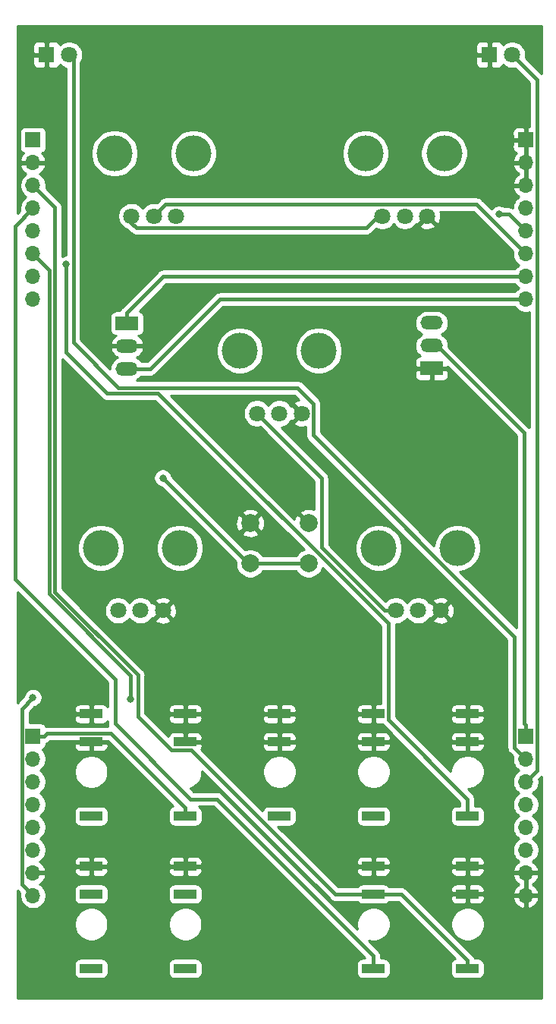
<source format=gbr>
G04 #@! TF.GenerationSoftware,KiCad,Pcbnew,(5.1.5)-3*
G04 #@! TF.CreationDate,2020-10-12T14:36:57+01:00*
G04 #@! TF.ProjectId,Retrospector_Controls,52657472-6f73-4706-9563-746f725f436f,rev?*
G04 #@! TF.SameCoordinates,Original*
G04 #@! TF.FileFunction,Copper,L1,Top*
G04 #@! TF.FilePolarity,Positive*
%FSLAX46Y46*%
G04 Gerber Fmt 4.6, Leading zero omitted, Abs format (unit mm)*
G04 Created by KiCad (PCBNEW (5.1.5)-3) date 2020-10-12 14:36:57*
%MOMM*%
%LPD*%
G04 APERTURE LIST*
%ADD10R,2.500000X1.000000*%
%ADD11C,2.000000*%
%ADD12O,2.500000X1.500000*%
%ADD13R,2.500000X1.500000*%
%ADD14C,4.000000*%
%ADD15C,1.800000*%
%ADD16R,1.700000X1.700000*%
%ADD17O,1.700000X1.700000*%
%ADD18R,1.800000X1.800000*%
%ADD19C,0.800000*%
%ADD20C,0.400000*%
%ADD21C,0.254000*%
G04 APERTURE END LIST*
D10*
X109000000Y-144520000D03*
X109000000Y-147620000D03*
X109000000Y-155920000D03*
X119500000Y-127520000D03*
X119500000Y-130620000D03*
X119500000Y-138920000D03*
X140500000Y-127520000D03*
X140500000Y-130620000D03*
X140500000Y-138920000D03*
D11*
X126750000Y-106250000D03*
X126750000Y-110750000D03*
X133250000Y-106250000D03*
X133250000Y-110750000D03*
D10*
X109000000Y-127520000D03*
X109000000Y-130620000D03*
X109000000Y-138920000D03*
D12*
X113000000Y-89027800D03*
X113000000Y-86487800D03*
D13*
X113000000Y-83947800D03*
D12*
X147000000Y-83920000D03*
X147000000Y-86460000D03*
D13*
X147000000Y-89000000D03*
D14*
X111600000Y-65000000D03*
X120400000Y-65000000D03*
D15*
X113500000Y-72000000D03*
X116000000Y-72000000D03*
X118500000Y-72000000D03*
D14*
X139600000Y-65000000D03*
X148400000Y-65000000D03*
D15*
X141500000Y-72000000D03*
X144000000Y-72000000D03*
X146500000Y-72000000D03*
D14*
X141100000Y-109000000D03*
X149900000Y-109000000D03*
D15*
X143000000Y-116000000D03*
X145500000Y-116000000D03*
X148000000Y-116000000D03*
D14*
X125600000Y-87000000D03*
X134400000Y-87000000D03*
D15*
X127500000Y-94000000D03*
X130000000Y-94000000D03*
X132500000Y-94000000D03*
D14*
X110100000Y-109000000D03*
X118900000Y-109000000D03*
D15*
X112000000Y-116000000D03*
X114500000Y-116000000D03*
X117000000Y-116000000D03*
D10*
X119500000Y-144520000D03*
X119500000Y-147620000D03*
X119500000Y-155920000D03*
X140500000Y-144520000D03*
X140500000Y-147620000D03*
X140500000Y-155920000D03*
X130000000Y-127520000D03*
X130000000Y-130620000D03*
X130000000Y-138920000D03*
D16*
X157500000Y-130000000D03*
D17*
X157500000Y-132540000D03*
X157500000Y-135080000D03*
X157500000Y-137620000D03*
X157500000Y-140160000D03*
X157500000Y-142700000D03*
X157500000Y-145240000D03*
X157500000Y-147780000D03*
D16*
X157500000Y-63500000D03*
D17*
X157500000Y-66040000D03*
X157500000Y-68580000D03*
X157500000Y-71120000D03*
X157500000Y-73660000D03*
X157500000Y-76200000D03*
X157500000Y-78740000D03*
X157500000Y-81280000D03*
D16*
X102500000Y-130000000D03*
D17*
X102500000Y-132540000D03*
X102500000Y-135080000D03*
X102500000Y-137620000D03*
X102500000Y-140160000D03*
X102500000Y-142700000D03*
X102500000Y-145240000D03*
X102500000Y-147780000D03*
D16*
X102500000Y-63500000D03*
D17*
X102500000Y-66040000D03*
X102500000Y-68580000D03*
X102500000Y-71120000D03*
X102500000Y-73660000D03*
X102500000Y-76200000D03*
X102500000Y-78740000D03*
X102500000Y-81280000D03*
D10*
X151000000Y-127520000D03*
X151000000Y-130620000D03*
X151000000Y-138920000D03*
X151000000Y-144520000D03*
X151000000Y-147620000D03*
X151000000Y-155920000D03*
D18*
X104000000Y-54000000D03*
D15*
X106540000Y-54000000D03*
D18*
X153450000Y-54000000D03*
D15*
X155990000Y-54000000D03*
D19*
X102500000Y-125700000D03*
X117000000Y-101200000D03*
X154500000Y-71800000D03*
X106200000Y-77400000D03*
X113400000Y-125900000D03*
D20*
X134700001Y-101200001D02*
X127500000Y-94000000D01*
X141727208Y-116000000D02*
X134700001Y-108972793D01*
X134700001Y-108972793D02*
X134700001Y-101200001D01*
X143000000Y-116000000D02*
X141727208Y-116000000D01*
X101249999Y-126950001D02*
X102500000Y-125700000D01*
X102500000Y-147780000D02*
X101249999Y-146529999D01*
X101249999Y-146529999D02*
X101249999Y-126950001D01*
X139699999Y-73300001D02*
X141000000Y-72000000D01*
X114027209Y-73300001D02*
X139699999Y-73300001D01*
X113500000Y-72000000D02*
X113500000Y-72772792D01*
X113500000Y-72772792D02*
X114027209Y-73300001D01*
X157500000Y-128750000D02*
X157500000Y-130000000D01*
X157300000Y-96150000D02*
X157300000Y-128550000D01*
X157300000Y-128550000D02*
X157500000Y-128750000D01*
X147650000Y-86500000D02*
X157300000Y-96150000D01*
X146000000Y-86500000D02*
X147650000Y-86500000D01*
X117057800Y-78740000D02*
X157500000Y-78740000D01*
X113000000Y-82797800D02*
X117057800Y-78740000D01*
X113000000Y-83947800D02*
X113000000Y-82797800D01*
X123357800Y-81280000D02*
X157500000Y-81280000D01*
X115610000Y-89027800D02*
X123357800Y-81280000D01*
X113000000Y-89027800D02*
X115610000Y-89027800D01*
X143600000Y-147620000D02*
X140500000Y-147620000D01*
X151000000Y-155020000D02*
X143600000Y-147620000D01*
X151000000Y-155920000D02*
X151000000Y-155020000D01*
X104900000Y-113900000D02*
X104900000Y-70980000D01*
X114200001Y-123200001D02*
X104900000Y-113900000D01*
X140500000Y-147620000D02*
X136229998Y-147620000D01*
X136229998Y-147620000D02*
X120129999Y-131520001D01*
X120129999Y-131520001D02*
X117929999Y-131520001D01*
X117929999Y-131520001D02*
X114200001Y-127790003D01*
X104900000Y-70980000D02*
X102500000Y-68580000D01*
X114200001Y-127790003D02*
X114200001Y-123200001D01*
X100500010Y-112500010D02*
X100500010Y-73119990D01*
X111650001Y-123650001D02*
X100500010Y-112500010D01*
X140500000Y-155920000D02*
X140500000Y-154520000D01*
X100500010Y-73119990D02*
X102500000Y-71120000D01*
X140500000Y-154520000D02*
X122999999Y-137019999D01*
X122999999Y-137019999D02*
X120077997Y-137019999D01*
X120077997Y-137019999D02*
X111650001Y-128592003D01*
X111650001Y-128592003D02*
X111650001Y-123650001D01*
X126800000Y-111000000D02*
X117000000Y-101200000D01*
X126750000Y-110750000D02*
X133250000Y-110750000D01*
X155640000Y-71800000D02*
X157500000Y-73660000D01*
X154500000Y-71800000D02*
X155640000Y-71800000D01*
X106200000Y-87200000D02*
X106200000Y-77400000D01*
X110737820Y-91737820D02*
X106200000Y-87200000D01*
X151000000Y-137020000D02*
X142150001Y-128170001D01*
X151000000Y-138920000D02*
X151000000Y-137020000D01*
X142150001Y-128170001D02*
X142150001Y-117422003D01*
X116465818Y-91737820D02*
X110737820Y-91737820D01*
X142150001Y-117422003D02*
X116465818Y-91737820D01*
X104299990Y-77999990D02*
X102500000Y-76200000D01*
X104299990Y-114148532D02*
X104299990Y-77999990D01*
X113400000Y-123248542D02*
X104299990Y-114148532D01*
X113400000Y-125900000D02*
X113400000Y-123248542D01*
X151999999Y-70699999D02*
X157500000Y-76200000D01*
X116000000Y-72000000D02*
X117300001Y-70699999D01*
X117300001Y-70699999D02*
X151999999Y-70699999D01*
X104030001Y-129719999D02*
X111199999Y-129719999D01*
X119500000Y-138020000D02*
X119500000Y-138920000D01*
X103750000Y-130000000D02*
X104030001Y-129719999D01*
X111199999Y-129719999D02*
X119500000Y-138020000D01*
X102500000Y-130000000D02*
X103750000Y-130000000D01*
X158750001Y-133829999D02*
X157500000Y-135080000D01*
X155990000Y-54000000D02*
X158750001Y-56760001D01*
X158750001Y-56760001D02*
X158750001Y-133829999D01*
X106540000Y-54000000D02*
X107000000Y-54000000D01*
X106540000Y-54000000D02*
X106540000Y-54540000D01*
X107000001Y-86114160D02*
X107000001Y-54460001D01*
X112023651Y-91137810D02*
X107000001Y-86114160D01*
X132037810Y-91137810D02*
X112023651Y-91137810D01*
X156249999Y-131289999D02*
X156249999Y-118902001D01*
X107000001Y-54460001D02*
X106540000Y-54000000D01*
X157500000Y-132540000D02*
X156249999Y-131289999D01*
X133800001Y-92900001D02*
X132037810Y-91137810D01*
X156249999Y-118902001D02*
X133800001Y-96452003D01*
X133800001Y-96452003D02*
X133800001Y-92900001D01*
D21*
G36*
X110118383Y-92299252D02*
G01*
X110144529Y-92331111D01*
X110271674Y-92435456D01*
X110416733Y-92512992D01*
X110574131Y-92560738D01*
X110696801Y-92572820D01*
X110696802Y-92572820D01*
X110737820Y-92576860D01*
X110778838Y-92572820D01*
X116119951Y-92572820D01*
X132739058Y-109191928D01*
X132475537Y-109301082D01*
X132207748Y-109480013D01*
X131980013Y-109707748D01*
X131841532Y-109915000D01*
X128158468Y-109915000D01*
X128019987Y-109707748D01*
X127792252Y-109480013D01*
X127524463Y-109301082D01*
X127226912Y-109177832D01*
X126911033Y-109115000D01*
X126588967Y-109115000D01*
X126273088Y-109177832D01*
X126192204Y-109211335D01*
X124366282Y-107385413D01*
X125794192Y-107385413D01*
X125889956Y-107649814D01*
X126179571Y-107790704D01*
X126491108Y-107872384D01*
X126812595Y-107891718D01*
X127131675Y-107847961D01*
X127436088Y-107742795D01*
X127610044Y-107649814D01*
X127705808Y-107385413D01*
X126750000Y-106429605D01*
X125794192Y-107385413D01*
X124366282Y-107385413D01*
X123293464Y-106312595D01*
X125108282Y-106312595D01*
X125152039Y-106631675D01*
X125257205Y-106936088D01*
X125350186Y-107110044D01*
X125614587Y-107205808D01*
X126570395Y-106250000D01*
X126929605Y-106250000D01*
X127885413Y-107205808D01*
X128149814Y-107110044D01*
X128290704Y-106820429D01*
X128372384Y-106508892D01*
X128391718Y-106187405D01*
X128347961Y-105868325D01*
X128242795Y-105563912D01*
X128149814Y-105389956D01*
X127885413Y-105294192D01*
X126929605Y-106250000D01*
X126570395Y-106250000D01*
X125614587Y-105294192D01*
X125350186Y-105389956D01*
X125209296Y-105679571D01*
X125127616Y-105991108D01*
X125108282Y-106312595D01*
X123293464Y-106312595D01*
X122095456Y-105114587D01*
X125794192Y-105114587D01*
X126750000Y-106070395D01*
X127705808Y-105114587D01*
X127610044Y-104850186D01*
X127320429Y-104709296D01*
X127008892Y-104627616D01*
X126687405Y-104608282D01*
X126368325Y-104652039D01*
X126063912Y-104757205D01*
X125889956Y-104850186D01*
X125794192Y-105114587D01*
X122095456Y-105114587D01*
X118024093Y-101043226D01*
X117995226Y-100898102D01*
X117917205Y-100709744D01*
X117803937Y-100540226D01*
X117659774Y-100396063D01*
X117490256Y-100282795D01*
X117301898Y-100204774D01*
X117101939Y-100165000D01*
X116898061Y-100165000D01*
X116698102Y-100204774D01*
X116509744Y-100282795D01*
X116340226Y-100396063D01*
X116196063Y-100540226D01*
X116082795Y-100709744D01*
X116004774Y-100898102D01*
X115965000Y-101098061D01*
X115965000Y-101301939D01*
X116004774Y-101501898D01*
X116082795Y-101690256D01*
X116196063Y-101859774D01*
X116340226Y-102003937D01*
X116509744Y-102117205D01*
X116698102Y-102195226D01*
X116843226Y-102224093D01*
X125130446Y-110511315D01*
X125115000Y-110588967D01*
X125115000Y-110911033D01*
X125177832Y-111226912D01*
X125301082Y-111524463D01*
X125480013Y-111792252D01*
X125707748Y-112019987D01*
X125975537Y-112198918D01*
X126273088Y-112322168D01*
X126588967Y-112385000D01*
X126911033Y-112385000D01*
X127226912Y-112322168D01*
X127524463Y-112198918D01*
X127792252Y-112019987D01*
X128019987Y-111792252D01*
X128158468Y-111585000D01*
X131841532Y-111585000D01*
X131980013Y-111792252D01*
X132207748Y-112019987D01*
X132475537Y-112198918D01*
X132773088Y-112322168D01*
X133088967Y-112385000D01*
X133411033Y-112385000D01*
X133726912Y-112322168D01*
X134024463Y-112198918D01*
X134292252Y-112019987D01*
X134519987Y-111792252D01*
X134698918Y-111524463D01*
X134808072Y-111260943D01*
X141315002Y-117767873D01*
X141315001Y-126383314D01*
X140785750Y-126385000D01*
X140627000Y-126543750D01*
X140627000Y-127393000D01*
X140647000Y-127393000D01*
X140647000Y-127647000D01*
X140627000Y-127647000D01*
X140627000Y-128496250D01*
X140785750Y-128655000D01*
X141469626Y-128657179D01*
X141556710Y-128763292D01*
X141588580Y-128789447D01*
X150165001Y-137365870D01*
X150165001Y-137781928D01*
X149750000Y-137781928D01*
X149625518Y-137794188D01*
X149505820Y-137830498D01*
X149395506Y-137889463D01*
X149298815Y-137968815D01*
X149219463Y-138065506D01*
X149160498Y-138175820D01*
X149124188Y-138295518D01*
X149111928Y-138420000D01*
X149111928Y-139420000D01*
X149124188Y-139544482D01*
X149160498Y-139664180D01*
X149219463Y-139774494D01*
X149298815Y-139871185D01*
X149395506Y-139950537D01*
X149505820Y-140009502D01*
X149625518Y-140045812D01*
X149750000Y-140058072D01*
X152250000Y-140058072D01*
X152374482Y-140045812D01*
X152494180Y-140009502D01*
X152604494Y-139950537D01*
X152701185Y-139871185D01*
X152780537Y-139774494D01*
X152839502Y-139664180D01*
X152875812Y-139544482D01*
X152888072Y-139420000D01*
X152888072Y-138420000D01*
X152875812Y-138295518D01*
X152839502Y-138175820D01*
X152780537Y-138065506D01*
X152701185Y-137968815D01*
X152604494Y-137889463D01*
X152494180Y-137830498D01*
X152374482Y-137794188D01*
X152250000Y-137781928D01*
X151835000Y-137781928D01*
X151835000Y-137061018D01*
X151839040Y-137020000D01*
X151822918Y-136856312D01*
X151822918Y-136856310D01*
X151775172Y-136698913D01*
X151697636Y-136553854D01*
X151593291Y-136426709D01*
X151561430Y-136400561D01*
X151045869Y-135885000D01*
X151185656Y-135885000D01*
X151549834Y-135812561D01*
X151892882Y-135670466D01*
X152201618Y-135464175D01*
X152464175Y-135201618D01*
X152670466Y-134892882D01*
X152812561Y-134549834D01*
X152885000Y-134185656D01*
X152885000Y-133814344D01*
X152812561Y-133450166D01*
X152670466Y-133107118D01*
X152464175Y-132798382D01*
X152201618Y-132535825D01*
X151892882Y-132329534D01*
X151549834Y-132187439D01*
X151185656Y-132115000D01*
X150814344Y-132115000D01*
X150450166Y-132187439D01*
X150107118Y-132329534D01*
X149798382Y-132535825D01*
X149535825Y-132798382D01*
X149329534Y-133107118D01*
X149187439Y-133450166D01*
X149115000Y-133814344D01*
X149115000Y-133954132D01*
X146280868Y-131120000D01*
X149111928Y-131120000D01*
X149124188Y-131244482D01*
X149160498Y-131364180D01*
X149219463Y-131474494D01*
X149298815Y-131571185D01*
X149395506Y-131650537D01*
X149505820Y-131709502D01*
X149625518Y-131745812D01*
X149750000Y-131758072D01*
X150714250Y-131755000D01*
X150873000Y-131596250D01*
X150873000Y-130747000D01*
X151127000Y-130747000D01*
X151127000Y-131596250D01*
X151285750Y-131755000D01*
X152250000Y-131758072D01*
X152374482Y-131745812D01*
X152494180Y-131709502D01*
X152604494Y-131650537D01*
X152701185Y-131571185D01*
X152780537Y-131474494D01*
X152839502Y-131364180D01*
X152875812Y-131244482D01*
X152888072Y-131120000D01*
X152885000Y-130905750D01*
X152726250Y-130747000D01*
X151127000Y-130747000D01*
X150873000Y-130747000D01*
X149273750Y-130747000D01*
X149115000Y-130905750D01*
X149111928Y-131120000D01*
X146280868Y-131120000D01*
X145280868Y-130120000D01*
X149111928Y-130120000D01*
X149115000Y-130334250D01*
X149273750Y-130493000D01*
X150873000Y-130493000D01*
X150873000Y-129643750D01*
X151127000Y-129643750D01*
X151127000Y-130493000D01*
X152726250Y-130493000D01*
X152885000Y-130334250D01*
X152888072Y-130120000D01*
X152875812Y-129995518D01*
X152839502Y-129875820D01*
X152780537Y-129765506D01*
X152701185Y-129668815D01*
X152604494Y-129589463D01*
X152494180Y-129530498D01*
X152374482Y-129494188D01*
X152250000Y-129481928D01*
X151285750Y-129485000D01*
X151127000Y-129643750D01*
X150873000Y-129643750D01*
X150714250Y-129485000D01*
X149750000Y-129481928D01*
X149625518Y-129494188D01*
X149505820Y-129530498D01*
X149395506Y-129589463D01*
X149298815Y-129668815D01*
X149219463Y-129765506D01*
X149160498Y-129875820D01*
X149124188Y-129995518D01*
X149111928Y-130120000D01*
X145280868Y-130120000D01*
X143180868Y-128020000D01*
X149111928Y-128020000D01*
X149124188Y-128144482D01*
X149160498Y-128264180D01*
X149219463Y-128374494D01*
X149298815Y-128471185D01*
X149395506Y-128550537D01*
X149505820Y-128609502D01*
X149625518Y-128645812D01*
X149750000Y-128658072D01*
X150714250Y-128655000D01*
X150873000Y-128496250D01*
X150873000Y-127647000D01*
X151127000Y-127647000D01*
X151127000Y-128496250D01*
X151285750Y-128655000D01*
X152250000Y-128658072D01*
X152374482Y-128645812D01*
X152494180Y-128609502D01*
X152604494Y-128550537D01*
X152701185Y-128471185D01*
X152780537Y-128374494D01*
X152839502Y-128264180D01*
X152875812Y-128144482D01*
X152888072Y-128020000D01*
X152885000Y-127805750D01*
X152726250Y-127647000D01*
X151127000Y-127647000D01*
X150873000Y-127647000D01*
X149273750Y-127647000D01*
X149115000Y-127805750D01*
X149111928Y-128020000D01*
X143180868Y-128020000D01*
X142985001Y-127824134D01*
X142985001Y-127020000D01*
X149111928Y-127020000D01*
X149115000Y-127234250D01*
X149273750Y-127393000D01*
X150873000Y-127393000D01*
X150873000Y-126543750D01*
X151127000Y-126543750D01*
X151127000Y-127393000D01*
X152726250Y-127393000D01*
X152885000Y-127234250D01*
X152888072Y-127020000D01*
X152875812Y-126895518D01*
X152839502Y-126775820D01*
X152780537Y-126665506D01*
X152701185Y-126568815D01*
X152604494Y-126489463D01*
X152494180Y-126430498D01*
X152374482Y-126394188D01*
X152250000Y-126381928D01*
X151285750Y-126385000D01*
X151127000Y-126543750D01*
X150873000Y-126543750D01*
X150714250Y-126385000D01*
X149750000Y-126381928D01*
X149625518Y-126394188D01*
X149505820Y-126430498D01*
X149395506Y-126489463D01*
X149298815Y-126568815D01*
X149219463Y-126665506D01*
X149160498Y-126775820D01*
X149124188Y-126895518D01*
X149111928Y-127020000D01*
X142985001Y-127020000D01*
X142985001Y-117535000D01*
X143151184Y-117535000D01*
X143447743Y-117476011D01*
X143727095Y-117360299D01*
X143978505Y-117192312D01*
X144192312Y-116978505D01*
X144250000Y-116892169D01*
X144307688Y-116978505D01*
X144521495Y-117192312D01*
X144772905Y-117360299D01*
X145052257Y-117476011D01*
X145348816Y-117535000D01*
X145651184Y-117535000D01*
X145947743Y-117476011D01*
X146227095Y-117360299D01*
X146478505Y-117192312D01*
X146606737Y-117064080D01*
X147115525Y-117064080D01*
X147199208Y-117318261D01*
X147471775Y-117449158D01*
X147764642Y-117524365D01*
X148066553Y-117540991D01*
X148365907Y-117498397D01*
X148651199Y-117398222D01*
X148800792Y-117318261D01*
X148884475Y-117064080D01*
X148000000Y-116179605D01*
X147115525Y-117064080D01*
X146606737Y-117064080D01*
X146692312Y-116978505D01*
X146787738Y-116835690D01*
X146935920Y-116884475D01*
X147820395Y-116000000D01*
X148179605Y-116000000D01*
X149064080Y-116884475D01*
X149318261Y-116800792D01*
X149449158Y-116528225D01*
X149524365Y-116235358D01*
X149540991Y-115933447D01*
X149498397Y-115634093D01*
X149398222Y-115348801D01*
X149318261Y-115199208D01*
X149064080Y-115115525D01*
X148179605Y-116000000D01*
X147820395Y-116000000D01*
X146935920Y-115115525D01*
X146787738Y-115164310D01*
X146692312Y-115021495D01*
X146606737Y-114935920D01*
X147115525Y-114935920D01*
X148000000Y-115820395D01*
X148884475Y-114935920D01*
X148800792Y-114681739D01*
X148528225Y-114550842D01*
X148235358Y-114475635D01*
X147933447Y-114459009D01*
X147634093Y-114501603D01*
X147348801Y-114601778D01*
X147199208Y-114681739D01*
X147115525Y-114935920D01*
X146606737Y-114935920D01*
X146478505Y-114807688D01*
X146227095Y-114639701D01*
X145947743Y-114523989D01*
X145651184Y-114465000D01*
X145348816Y-114465000D01*
X145052257Y-114523989D01*
X144772905Y-114639701D01*
X144521495Y-114807688D01*
X144307688Y-115021495D01*
X144250000Y-115107831D01*
X144192312Y-115021495D01*
X143978505Y-114807688D01*
X143727095Y-114639701D01*
X143447743Y-114523989D01*
X143151184Y-114465000D01*
X142848816Y-114465000D01*
X142552257Y-114523989D01*
X142272905Y-114639701D01*
X142021495Y-114807688D01*
X141868629Y-114960554D01*
X135648550Y-108740475D01*
X138465000Y-108740475D01*
X138465000Y-109259525D01*
X138566261Y-109768601D01*
X138764893Y-110248141D01*
X139053262Y-110679715D01*
X139420285Y-111046738D01*
X139851859Y-111335107D01*
X140331399Y-111533739D01*
X140840475Y-111635000D01*
X141359525Y-111635000D01*
X141868601Y-111533739D01*
X142348141Y-111335107D01*
X142779715Y-111046738D01*
X143146738Y-110679715D01*
X143435107Y-110248141D01*
X143633739Y-109768601D01*
X143735000Y-109259525D01*
X143735000Y-108740475D01*
X143633739Y-108231399D01*
X143435107Y-107751859D01*
X143146738Y-107320285D01*
X142779715Y-106953262D01*
X142348141Y-106664893D01*
X141868601Y-106466261D01*
X141359525Y-106365000D01*
X140840475Y-106365000D01*
X140331399Y-106466261D01*
X139851859Y-106664893D01*
X139420285Y-106953262D01*
X139053262Y-107320285D01*
X138764893Y-107751859D01*
X138566261Y-108231399D01*
X138465000Y-108740475D01*
X135648550Y-108740475D01*
X135535001Y-108626926D01*
X135535001Y-101241019D01*
X135539041Y-101200000D01*
X135522919Y-101036312D01*
X135475173Y-100878914D01*
X135397637Y-100733855D01*
X135377850Y-100709744D01*
X135293292Y-100606710D01*
X135261428Y-100580560D01*
X130205136Y-95524268D01*
X130447743Y-95476011D01*
X130727095Y-95360299D01*
X130978505Y-95192312D01*
X131192312Y-94978505D01*
X131287738Y-94835690D01*
X131435920Y-94884475D01*
X132320395Y-94000000D01*
X131435920Y-93115525D01*
X131287738Y-93164310D01*
X131192312Y-93021495D01*
X130978505Y-92807688D01*
X130727095Y-92639701D01*
X130447743Y-92523989D01*
X130151184Y-92465000D01*
X129848816Y-92465000D01*
X129552257Y-92523989D01*
X129272905Y-92639701D01*
X129021495Y-92807688D01*
X128807688Y-93021495D01*
X128750000Y-93107831D01*
X128692312Y-93021495D01*
X128478505Y-92807688D01*
X128227095Y-92639701D01*
X127947743Y-92523989D01*
X127651184Y-92465000D01*
X127348816Y-92465000D01*
X127052257Y-92523989D01*
X126772905Y-92639701D01*
X126521495Y-92807688D01*
X126307688Y-93021495D01*
X126139701Y-93272905D01*
X126023989Y-93552257D01*
X125965000Y-93848816D01*
X125965000Y-94151184D01*
X126023989Y-94447743D01*
X126139701Y-94727095D01*
X126307688Y-94978505D01*
X126521495Y-95192312D01*
X126772905Y-95360299D01*
X127052257Y-95476011D01*
X127348816Y-95535000D01*
X127651184Y-95535000D01*
X127820462Y-95501329D01*
X133865002Y-101545870D01*
X133865002Y-104730979D01*
X133820429Y-104709296D01*
X133508892Y-104627616D01*
X133187405Y-104608282D01*
X132868325Y-104652039D01*
X132563912Y-104757205D01*
X132389956Y-104850186D01*
X132294192Y-105114587D01*
X133250000Y-106070395D01*
X133264143Y-106056253D01*
X133443748Y-106235858D01*
X133429605Y-106250000D01*
X133443748Y-106264143D01*
X133264143Y-106443748D01*
X133250000Y-106429605D01*
X133235858Y-106443748D01*
X133056253Y-106264143D01*
X133070395Y-106250000D01*
X132114587Y-105294192D01*
X131850186Y-105389956D01*
X131709296Y-105679571D01*
X131684191Y-105775325D01*
X117881675Y-91972810D01*
X131691943Y-91972810D01*
X132209943Y-92490811D01*
X132134093Y-92501603D01*
X131848801Y-92601778D01*
X131699208Y-92681739D01*
X131615525Y-92935920D01*
X132500000Y-93820395D01*
X132514143Y-93806253D01*
X132693748Y-93985858D01*
X132679605Y-94000000D01*
X132693748Y-94014143D01*
X132514143Y-94193748D01*
X132500000Y-94179605D01*
X131615525Y-95064080D01*
X131699208Y-95318261D01*
X131971775Y-95449158D01*
X132264642Y-95524365D01*
X132566553Y-95540991D01*
X132865907Y-95498397D01*
X132965001Y-95463602D01*
X132965001Y-96410984D01*
X132960961Y-96452003D01*
X132965001Y-96493021D01*
X132977083Y-96615691D01*
X133024829Y-96773089D01*
X133102365Y-96918148D01*
X133206710Y-97045294D01*
X133238580Y-97071449D01*
X155415000Y-119247871D01*
X155414999Y-131248980D01*
X155410959Y-131289999D01*
X155414999Y-131331017D01*
X155427081Y-131453687D01*
X155474827Y-131611085D01*
X155552363Y-131756144D01*
X155656708Y-131883290D01*
X155688578Y-131909445D01*
X156041193Y-132262060D01*
X156015000Y-132393740D01*
X156015000Y-132686260D01*
X156072068Y-132973158D01*
X156184010Y-133243411D01*
X156346525Y-133486632D01*
X156553368Y-133693475D01*
X156727760Y-133810000D01*
X156553368Y-133926525D01*
X156346525Y-134133368D01*
X156184010Y-134376589D01*
X156072068Y-134646842D01*
X156015000Y-134933740D01*
X156015000Y-135226260D01*
X156072068Y-135513158D01*
X156184010Y-135783411D01*
X156346525Y-136026632D01*
X156553368Y-136233475D01*
X156727760Y-136350000D01*
X156553368Y-136466525D01*
X156346525Y-136673368D01*
X156184010Y-136916589D01*
X156072068Y-137186842D01*
X156015000Y-137473740D01*
X156015000Y-137766260D01*
X156072068Y-138053158D01*
X156184010Y-138323411D01*
X156346525Y-138566632D01*
X156553368Y-138773475D01*
X156727760Y-138890000D01*
X156553368Y-139006525D01*
X156346525Y-139213368D01*
X156184010Y-139456589D01*
X156072068Y-139726842D01*
X156015000Y-140013740D01*
X156015000Y-140306260D01*
X156072068Y-140593158D01*
X156184010Y-140863411D01*
X156346525Y-141106632D01*
X156553368Y-141313475D01*
X156727760Y-141430000D01*
X156553368Y-141546525D01*
X156346525Y-141753368D01*
X156184010Y-141996589D01*
X156072068Y-142266842D01*
X156015000Y-142553740D01*
X156015000Y-142846260D01*
X156072068Y-143133158D01*
X156184010Y-143403411D01*
X156346525Y-143646632D01*
X156553368Y-143853475D01*
X156735534Y-143975195D01*
X156618645Y-144044822D01*
X156402412Y-144239731D01*
X156228359Y-144473080D01*
X156103175Y-144735901D01*
X156058524Y-144883110D01*
X156179845Y-145113000D01*
X157373000Y-145113000D01*
X157373000Y-145093000D01*
X157627000Y-145093000D01*
X157627000Y-145113000D01*
X158820155Y-145113000D01*
X158941476Y-144883110D01*
X158896825Y-144735901D01*
X158771641Y-144473080D01*
X158597588Y-144239731D01*
X158381355Y-144044822D01*
X158264466Y-143975195D01*
X158446632Y-143853475D01*
X158653475Y-143646632D01*
X158815990Y-143403411D01*
X158927932Y-143133158D01*
X158985000Y-142846260D01*
X158985000Y-142553740D01*
X158927932Y-142266842D01*
X158815990Y-141996589D01*
X158653475Y-141753368D01*
X158446632Y-141546525D01*
X158272240Y-141430000D01*
X158446632Y-141313475D01*
X158653475Y-141106632D01*
X158815990Y-140863411D01*
X158927932Y-140593158D01*
X158985000Y-140306260D01*
X158985000Y-140013740D01*
X158927932Y-139726842D01*
X158815990Y-139456589D01*
X158653475Y-139213368D01*
X158446632Y-139006525D01*
X158272240Y-138890000D01*
X158446632Y-138773475D01*
X158653475Y-138566632D01*
X158815990Y-138323411D01*
X158927932Y-138053158D01*
X158985000Y-137766260D01*
X158985000Y-137473740D01*
X158927932Y-137186842D01*
X158815990Y-136916589D01*
X158653475Y-136673368D01*
X158446632Y-136466525D01*
X158272240Y-136350000D01*
X158446632Y-136233475D01*
X158653475Y-136026632D01*
X158815990Y-135783411D01*
X158927932Y-135513158D01*
X158985000Y-135226260D01*
X158985000Y-134933740D01*
X158958807Y-134802061D01*
X159265001Y-134495867D01*
X159265001Y-159265000D01*
X100735000Y-159265000D01*
X100735000Y-155420000D01*
X107111928Y-155420000D01*
X107111928Y-156420000D01*
X107124188Y-156544482D01*
X107160498Y-156664180D01*
X107219463Y-156774494D01*
X107298815Y-156871185D01*
X107395506Y-156950537D01*
X107505820Y-157009502D01*
X107625518Y-157045812D01*
X107750000Y-157058072D01*
X110250000Y-157058072D01*
X110374482Y-157045812D01*
X110494180Y-157009502D01*
X110604494Y-156950537D01*
X110701185Y-156871185D01*
X110780537Y-156774494D01*
X110839502Y-156664180D01*
X110875812Y-156544482D01*
X110888072Y-156420000D01*
X110888072Y-155420000D01*
X117611928Y-155420000D01*
X117611928Y-156420000D01*
X117624188Y-156544482D01*
X117660498Y-156664180D01*
X117719463Y-156774494D01*
X117798815Y-156871185D01*
X117895506Y-156950537D01*
X118005820Y-157009502D01*
X118125518Y-157045812D01*
X118250000Y-157058072D01*
X120750000Y-157058072D01*
X120874482Y-157045812D01*
X120994180Y-157009502D01*
X121104494Y-156950537D01*
X121201185Y-156871185D01*
X121280537Y-156774494D01*
X121339502Y-156664180D01*
X121375812Y-156544482D01*
X121388072Y-156420000D01*
X121388072Y-155420000D01*
X121375812Y-155295518D01*
X121339502Y-155175820D01*
X121280537Y-155065506D01*
X121201185Y-154968815D01*
X121104494Y-154889463D01*
X120994180Y-154830498D01*
X120874482Y-154794188D01*
X120750000Y-154781928D01*
X118250000Y-154781928D01*
X118125518Y-154794188D01*
X118005820Y-154830498D01*
X117895506Y-154889463D01*
X117798815Y-154968815D01*
X117719463Y-155065506D01*
X117660498Y-155175820D01*
X117624188Y-155295518D01*
X117611928Y-155420000D01*
X110888072Y-155420000D01*
X110875812Y-155295518D01*
X110839502Y-155175820D01*
X110780537Y-155065506D01*
X110701185Y-154968815D01*
X110604494Y-154889463D01*
X110494180Y-154830498D01*
X110374482Y-154794188D01*
X110250000Y-154781928D01*
X107750000Y-154781928D01*
X107625518Y-154794188D01*
X107505820Y-154830498D01*
X107395506Y-154889463D01*
X107298815Y-154968815D01*
X107219463Y-155065506D01*
X107160498Y-155175820D01*
X107124188Y-155295518D01*
X107111928Y-155420000D01*
X100735000Y-155420000D01*
X100735000Y-150814344D01*
X107115000Y-150814344D01*
X107115000Y-151185656D01*
X107187439Y-151549834D01*
X107329534Y-151892882D01*
X107535825Y-152201618D01*
X107798382Y-152464175D01*
X108107118Y-152670466D01*
X108450166Y-152812561D01*
X108814344Y-152885000D01*
X109185656Y-152885000D01*
X109549834Y-152812561D01*
X109892882Y-152670466D01*
X110201618Y-152464175D01*
X110464175Y-152201618D01*
X110670466Y-151892882D01*
X110812561Y-151549834D01*
X110885000Y-151185656D01*
X110885000Y-150814344D01*
X117615000Y-150814344D01*
X117615000Y-151185656D01*
X117687439Y-151549834D01*
X117829534Y-151892882D01*
X118035825Y-152201618D01*
X118298382Y-152464175D01*
X118607118Y-152670466D01*
X118950166Y-152812561D01*
X119314344Y-152885000D01*
X119685656Y-152885000D01*
X120049834Y-152812561D01*
X120392882Y-152670466D01*
X120701618Y-152464175D01*
X120964175Y-152201618D01*
X121170466Y-151892882D01*
X121312561Y-151549834D01*
X121385000Y-151185656D01*
X121385000Y-150814344D01*
X121312561Y-150450166D01*
X121170466Y-150107118D01*
X120964175Y-149798382D01*
X120701618Y-149535825D01*
X120392882Y-149329534D01*
X120049834Y-149187439D01*
X119685656Y-149115000D01*
X119314344Y-149115000D01*
X118950166Y-149187439D01*
X118607118Y-149329534D01*
X118298382Y-149535825D01*
X118035825Y-149798382D01*
X117829534Y-150107118D01*
X117687439Y-150450166D01*
X117615000Y-150814344D01*
X110885000Y-150814344D01*
X110812561Y-150450166D01*
X110670466Y-150107118D01*
X110464175Y-149798382D01*
X110201618Y-149535825D01*
X109892882Y-149329534D01*
X109549834Y-149187439D01*
X109185656Y-149115000D01*
X108814344Y-149115000D01*
X108450166Y-149187439D01*
X108107118Y-149329534D01*
X107798382Y-149535825D01*
X107535825Y-149798382D01*
X107329534Y-150107118D01*
X107187439Y-150450166D01*
X107115000Y-150814344D01*
X100735000Y-150814344D01*
X100735000Y-147195867D01*
X101041193Y-147502060D01*
X101015000Y-147633740D01*
X101015000Y-147926260D01*
X101072068Y-148213158D01*
X101184010Y-148483411D01*
X101346525Y-148726632D01*
X101553368Y-148933475D01*
X101796589Y-149095990D01*
X102066842Y-149207932D01*
X102353740Y-149265000D01*
X102646260Y-149265000D01*
X102933158Y-149207932D01*
X103203411Y-149095990D01*
X103446632Y-148933475D01*
X103653475Y-148726632D01*
X103815990Y-148483411D01*
X103927932Y-148213158D01*
X103985000Y-147926260D01*
X103985000Y-147633740D01*
X103927932Y-147346842D01*
X103833972Y-147120000D01*
X107111928Y-147120000D01*
X107111928Y-148120000D01*
X107124188Y-148244482D01*
X107160498Y-148364180D01*
X107219463Y-148474494D01*
X107298815Y-148571185D01*
X107395506Y-148650537D01*
X107505820Y-148709502D01*
X107625518Y-148745812D01*
X107750000Y-148758072D01*
X110250000Y-148758072D01*
X110374482Y-148745812D01*
X110494180Y-148709502D01*
X110604494Y-148650537D01*
X110701185Y-148571185D01*
X110780537Y-148474494D01*
X110839502Y-148364180D01*
X110875812Y-148244482D01*
X110888072Y-148120000D01*
X110888072Y-147120000D01*
X117611928Y-147120000D01*
X117611928Y-148120000D01*
X117624188Y-148244482D01*
X117660498Y-148364180D01*
X117719463Y-148474494D01*
X117798815Y-148571185D01*
X117895506Y-148650537D01*
X118005820Y-148709502D01*
X118125518Y-148745812D01*
X118250000Y-148758072D01*
X120750000Y-148758072D01*
X120874482Y-148745812D01*
X120994180Y-148709502D01*
X121104494Y-148650537D01*
X121201185Y-148571185D01*
X121280537Y-148474494D01*
X121339502Y-148364180D01*
X121375812Y-148244482D01*
X121388072Y-148120000D01*
X121388072Y-147120000D01*
X121375812Y-146995518D01*
X121339502Y-146875820D01*
X121280537Y-146765506D01*
X121201185Y-146668815D01*
X121104494Y-146589463D01*
X120994180Y-146530498D01*
X120874482Y-146494188D01*
X120750000Y-146481928D01*
X118250000Y-146481928D01*
X118125518Y-146494188D01*
X118005820Y-146530498D01*
X117895506Y-146589463D01*
X117798815Y-146668815D01*
X117719463Y-146765506D01*
X117660498Y-146875820D01*
X117624188Y-146995518D01*
X117611928Y-147120000D01*
X110888072Y-147120000D01*
X110875812Y-146995518D01*
X110839502Y-146875820D01*
X110780537Y-146765506D01*
X110701185Y-146668815D01*
X110604494Y-146589463D01*
X110494180Y-146530498D01*
X110374482Y-146494188D01*
X110250000Y-146481928D01*
X107750000Y-146481928D01*
X107625518Y-146494188D01*
X107505820Y-146530498D01*
X107395506Y-146589463D01*
X107298815Y-146668815D01*
X107219463Y-146765506D01*
X107160498Y-146875820D01*
X107124188Y-146995518D01*
X107111928Y-147120000D01*
X103833972Y-147120000D01*
X103815990Y-147076589D01*
X103653475Y-146833368D01*
X103446632Y-146626525D01*
X103264466Y-146504805D01*
X103381355Y-146435178D01*
X103597588Y-146240269D01*
X103771641Y-146006920D01*
X103896825Y-145744099D01*
X103941476Y-145596890D01*
X103820155Y-145367000D01*
X102627000Y-145367000D01*
X102627000Y-145387000D01*
X102373000Y-145387000D01*
X102373000Y-145367000D01*
X102353000Y-145367000D01*
X102353000Y-145113000D01*
X102373000Y-145113000D01*
X102373000Y-145093000D01*
X102627000Y-145093000D01*
X102627000Y-145113000D01*
X103820155Y-145113000D01*
X103869234Y-145020000D01*
X107111928Y-145020000D01*
X107124188Y-145144482D01*
X107160498Y-145264180D01*
X107219463Y-145374494D01*
X107298815Y-145471185D01*
X107395506Y-145550537D01*
X107505820Y-145609502D01*
X107625518Y-145645812D01*
X107750000Y-145658072D01*
X108714250Y-145655000D01*
X108873000Y-145496250D01*
X108873000Y-144647000D01*
X109127000Y-144647000D01*
X109127000Y-145496250D01*
X109285750Y-145655000D01*
X110250000Y-145658072D01*
X110374482Y-145645812D01*
X110494180Y-145609502D01*
X110604494Y-145550537D01*
X110701185Y-145471185D01*
X110780537Y-145374494D01*
X110839502Y-145264180D01*
X110875812Y-145144482D01*
X110888072Y-145020000D01*
X117611928Y-145020000D01*
X117624188Y-145144482D01*
X117660498Y-145264180D01*
X117719463Y-145374494D01*
X117798815Y-145471185D01*
X117895506Y-145550537D01*
X118005820Y-145609502D01*
X118125518Y-145645812D01*
X118250000Y-145658072D01*
X119214250Y-145655000D01*
X119373000Y-145496250D01*
X119373000Y-144647000D01*
X119627000Y-144647000D01*
X119627000Y-145496250D01*
X119785750Y-145655000D01*
X120750000Y-145658072D01*
X120874482Y-145645812D01*
X120994180Y-145609502D01*
X121104494Y-145550537D01*
X121201185Y-145471185D01*
X121280537Y-145374494D01*
X121339502Y-145264180D01*
X121375812Y-145144482D01*
X121388072Y-145020000D01*
X121385000Y-144805750D01*
X121226250Y-144647000D01*
X119627000Y-144647000D01*
X119373000Y-144647000D01*
X117773750Y-144647000D01*
X117615000Y-144805750D01*
X117611928Y-145020000D01*
X110888072Y-145020000D01*
X110885000Y-144805750D01*
X110726250Y-144647000D01*
X109127000Y-144647000D01*
X108873000Y-144647000D01*
X107273750Y-144647000D01*
X107115000Y-144805750D01*
X107111928Y-145020000D01*
X103869234Y-145020000D01*
X103941476Y-144883110D01*
X103896825Y-144735901D01*
X103771641Y-144473080D01*
X103597588Y-144239731D01*
X103381355Y-144044822D01*
X103339685Y-144020000D01*
X107111928Y-144020000D01*
X107115000Y-144234250D01*
X107273750Y-144393000D01*
X108873000Y-144393000D01*
X108873000Y-143543750D01*
X109127000Y-143543750D01*
X109127000Y-144393000D01*
X110726250Y-144393000D01*
X110885000Y-144234250D01*
X110888072Y-144020000D01*
X117611928Y-144020000D01*
X117615000Y-144234250D01*
X117773750Y-144393000D01*
X119373000Y-144393000D01*
X119373000Y-143543750D01*
X119627000Y-143543750D01*
X119627000Y-144393000D01*
X121226250Y-144393000D01*
X121385000Y-144234250D01*
X121388072Y-144020000D01*
X121375812Y-143895518D01*
X121339502Y-143775820D01*
X121280537Y-143665506D01*
X121201185Y-143568815D01*
X121104494Y-143489463D01*
X120994180Y-143430498D01*
X120874482Y-143394188D01*
X120750000Y-143381928D01*
X119785750Y-143385000D01*
X119627000Y-143543750D01*
X119373000Y-143543750D01*
X119214250Y-143385000D01*
X118250000Y-143381928D01*
X118125518Y-143394188D01*
X118005820Y-143430498D01*
X117895506Y-143489463D01*
X117798815Y-143568815D01*
X117719463Y-143665506D01*
X117660498Y-143775820D01*
X117624188Y-143895518D01*
X117611928Y-144020000D01*
X110888072Y-144020000D01*
X110875812Y-143895518D01*
X110839502Y-143775820D01*
X110780537Y-143665506D01*
X110701185Y-143568815D01*
X110604494Y-143489463D01*
X110494180Y-143430498D01*
X110374482Y-143394188D01*
X110250000Y-143381928D01*
X109285750Y-143385000D01*
X109127000Y-143543750D01*
X108873000Y-143543750D01*
X108714250Y-143385000D01*
X107750000Y-143381928D01*
X107625518Y-143394188D01*
X107505820Y-143430498D01*
X107395506Y-143489463D01*
X107298815Y-143568815D01*
X107219463Y-143665506D01*
X107160498Y-143775820D01*
X107124188Y-143895518D01*
X107111928Y-144020000D01*
X103339685Y-144020000D01*
X103264466Y-143975195D01*
X103446632Y-143853475D01*
X103653475Y-143646632D01*
X103815990Y-143403411D01*
X103927932Y-143133158D01*
X103985000Y-142846260D01*
X103985000Y-142553740D01*
X103927932Y-142266842D01*
X103815990Y-141996589D01*
X103653475Y-141753368D01*
X103446632Y-141546525D01*
X103272240Y-141430000D01*
X103446632Y-141313475D01*
X103653475Y-141106632D01*
X103815990Y-140863411D01*
X103927932Y-140593158D01*
X103985000Y-140306260D01*
X103985000Y-140013740D01*
X103927932Y-139726842D01*
X103815990Y-139456589D01*
X103653475Y-139213368D01*
X103446632Y-139006525D01*
X103272240Y-138890000D01*
X103446632Y-138773475D01*
X103653475Y-138566632D01*
X103751451Y-138420000D01*
X107111928Y-138420000D01*
X107111928Y-139420000D01*
X107124188Y-139544482D01*
X107160498Y-139664180D01*
X107219463Y-139774494D01*
X107298815Y-139871185D01*
X107395506Y-139950537D01*
X107505820Y-140009502D01*
X107625518Y-140045812D01*
X107750000Y-140058072D01*
X110250000Y-140058072D01*
X110374482Y-140045812D01*
X110494180Y-140009502D01*
X110604494Y-139950537D01*
X110701185Y-139871185D01*
X110780537Y-139774494D01*
X110839502Y-139664180D01*
X110875812Y-139544482D01*
X110888072Y-139420000D01*
X110888072Y-138420000D01*
X110875812Y-138295518D01*
X110839502Y-138175820D01*
X110780537Y-138065506D01*
X110701185Y-137968815D01*
X110604494Y-137889463D01*
X110494180Y-137830498D01*
X110374482Y-137794188D01*
X110250000Y-137781928D01*
X107750000Y-137781928D01*
X107625518Y-137794188D01*
X107505820Y-137830498D01*
X107395506Y-137889463D01*
X107298815Y-137968815D01*
X107219463Y-138065506D01*
X107160498Y-138175820D01*
X107124188Y-138295518D01*
X107111928Y-138420000D01*
X103751451Y-138420000D01*
X103815990Y-138323411D01*
X103927932Y-138053158D01*
X103985000Y-137766260D01*
X103985000Y-137473740D01*
X103927932Y-137186842D01*
X103815990Y-136916589D01*
X103653475Y-136673368D01*
X103446632Y-136466525D01*
X103272240Y-136350000D01*
X103446632Y-136233475D01*
X103653475Y-136026632D01*
X103815990Y-135783411D01*
X103927932Y-135513158D01*
X103985000Y-135226260D01*
X103985000Y-134933740D01*
X103927932Y-134646842D01*
X103815990Y-134376589D01*
X103653475Y-134133368D01*
X103446632Y-133926525D01*
X103278742Y-133814344D01*
X107115000Y-133814344D01*
X107115000Y-134185656D01*
X107187439Y-134549834D01*
X107329534Y-134892882D01*
X107535825Y-135201618D01*
X107798382Y-135464175D01*
X108107118Y-135670466D01*
X108450166Y-135812561D01*
X108814344Y-135885000D01*
X109185656Y-135885000D01*
X109549834Y-135812561D01*
X109892882Y-135670466D01*
X110201618Y-135464175D01*
X110464175Y-135201618D01*
X110670466Y-134892882D01*
X110812561Y-134549834D01*
X110885000Y-134185656D01*
X110885000Y-133814344D01*
X110812561Y-133450166D01*
X110670466Y-133107118D01*
X110464175Y-132798382D01*
X110201618Y-132535825D01*
X109892882Y-132329534D01*
X109549834Y-132187439D01*
X109185656Y-132115000D01*
X108814344Y-132115000D01*
X108450166Y-132187439D01*
X108107118Y-132329534D01*
X107798382Y-132535825D01*
X107535825Y-132798382D01*
X107329534Y-133107118D01*
X107187439Y-133450166D01*
X107115000Y-133814344D01*
X103278742Y-133814344D01*
X103272240Y-133810000D01*
X103446632Y-133693475D01*
X103653475Y-133486632D01*
X103815990Y-133243411D01*
X103927932Y-132973158D01*
X103985000Y-132686260D01*
X103985000Y-132393740D01*
X103927932Y-132106842D01*
X103815990Y-131836589D01*
X103653475Y-131593368D01*
X103521620Y-131461513D01*
X103594180Y-131439502D01*
X103704494Y-131380537D01*
X103801185Y-131301185D01*
X103880537Y-131204494D01*
X103925700Y-131120000D01*
X107111928Y-131120000D01*
X107124188Y-131244482D01*
X107160498Y-131364180D01*
X107219463Y-131474494D01*
X107298815Y-131571185D01*
X107395506Y-131650537D01*
X107505820Y-131709502D01*
X107625518Y-131745812D01*
X107750000Y-131758072D01*
X108714250Y-131755000D01*
X108873000Y-131596250D01*
X108873000Y-130747000D01*
X109127000Y-130747000D01*
X109127000Y-131596250D01*
X109285750Y-131755000D01*
X110250000Y-131758072D01*
X110374482Y-131745812D01*
X110494180Y-131709502D01*
X110604494Y-131650537D01*
X110701185Y-131571185D01*
X110780537Y-131474494D01*
X110839502Y-131364180D01*
X110875812Y-131244482D01*
X110888072Y-131120000D01*
X110885000Y-130905750D01*
X110726250Y-130747000D01*
X109127000Y-130747000D01*
X108873000Y-130747000D01*
X107273750Y-130747000D01*
X107115000Y-130905750D01*
X107111928Y-131120000D01*
X103925700Y-131120000D01*
X103939502Y-131094180D01*
X103975812Y-130974482D01*
X103988072Y-130850000D01*
X103988072Y-130800354D01*
X104071087Y-130775172D01*
X104216146Y-130697636D01*
X104343291Y-130593291D01*
X104369446Y-130561421D01*
X104375868Y-130554999D01*
X110854132Y-130554999D01*
X118100814Y-137801682D01*
X118005820Y-137830498D01*
X117895506Y-137889463D01*
X117798815Y-137968815D01*
X117719463Y-138065506D01*
X117660498Y-138175820D01*
X117624188Y-138295518D01*
X117611928Y-138420000D01*
X117611928Y-139420000D01*
X117624188Y-139544482D01*
X117660498Y-139664180D01*
X117719463Y-139774494D01*
X117798815Y-139871185D01*
X117895506Y-139950537D01*
X118005820Y-140009502D01*
X118125518Y-140045812D01*
X118250000Y-140058072D01*
X120750000Y-140058072D01*
X120874482Y-140045812D01*
X120994180Y-140009502D01*
X121104494Y-139950537D01*
X121201185Y-139871185D01*
X121280537Y-139774494D01*
X121339502Y-139664180D01*
X121375812Y-139544482D01*
X121388072Y-139420000D01*
X121388072Y-138420000D01*
X121375812Y-138295518D01*
X121339502Y-138175820D01*
X121280537Y-138065506D01*
X121201185Y-137968815D01*
X121104494Y-137889463D01*
X121040017Y-137854999D01*
X122654132Y-137854999D01*
X139581059Y-154781928D01*
X139250000Y-154781928D01*
X139125518Y-154794188D01*
X139005820Y-154830498D01*
X138895506Y-154889463D01*
X138798815Y-154968815D01*
X138719463Y-155065506D01*
X138660498Y-155175820D01*
X138624188Y-155295518D01*
X138611928Y-155420000D01*
X138611928Y-156420000D01*
X138624188Y-156544482D01*
X138660498Y-156664180D01*
X138719463Y-156774494D01*
X138798815Y-156871185D01*
X138895506Y-156950537D01*
X139005820Y-157009502D01*
X139125518Y-157045812D01*
X139250000Y-157058072D01*
X141750000Y-157058072D01*
X141874482Y-157045812D01*
X141994180Y-157009502D01*
X142104494Y-156950537D01*
X142201185Y-156871185D01*
X142280537Y-156774494D01*
X142339502Y-156664180D01*
X142375812Y-156544482D01*
X142388072Y-156420000D01*
X142388072Y-155420000D01*
X142375812Y-155295518D01*
X142339502Y-155175820D01*
X142280537Y-155065506D01*
X142201185Y-154968815D01*
X142104494Y-154889463D01*
X141994180Y-154830498D01*
X141874482Y-154794188D01*
X141750000Y-154781928D01*
X141335000Y-154781928D01*
X141335000Y-154561018D01*
X141339040Y-154520000D01*
X141322918Y-154356312D01*
X141275172Y-154198913D01*
X141197636Y-154053854D01*
X141119439Y-153958570D01*
X141119437Y-153958568D01*
X141093291Y-153926709D01*
X141061432Y-153900563D01*
X139979206Y-152818337D01*
X140314344Y-152885000D01*
X140685656Y-152885000D01*
X141049834Y-152812561D01*
X141392882Y-152670466D01*
X141701618Y-152464175D01*
X141964175Y-152201618D01*
X142170466Y-151892882D01*
X142312561Y-151549834D01*
X142385000Y-151185656D01*
X142385000Y-150814344D01*
X142312561Y-150450166D01*
X142170466Y-150107118D01*
X141964175Y-149798382D01*
X141701618Y-149535825D01*
X141392882Y-149329534D01*
X141049834Y-149187439D01*
X140685656Y-149115000D01*
X140314344Y-149115000D01*
X139950166Y-149187439D01*
X139607118Y-149329534D01*
X139298382Y-149535825D01*
X139035825Y-149798382D01*
X138829534Y-150107118D01*
X138687439Y-150450166D01*
X138615000Y-150814344D01*
X138615000Y-151185656D01*
X138681663Y-151520794D01*
X123619445Y-136458578D01*
X123593290Y-136426708D01*
X123466145Y-136322363D01*
X123321086Y-136244827D01*
X123163688Y-136197081D01*
X123041018Y-136184999D01*
X123041017Y-136184999D01*
X122999999Y-136180959D01*
X122958981Y-136184999D01*
X120423865Y-136184999D01*
X120050960Y-135812094D01*
X120392882Y-135670466D01*
X120701618Y-135464175D01*
X120964175Y-135201618D01*
X121170466Y-134892882D01*
X121312561Y-134549834D01*
X121385000Y-134185656D01*
X121385000Y-133955869D01*
X135610561Y-148181432D01*
X135636707Y-148213291D01*
X135668566Y-148239437D01*
X135668568Y-148239439D01*
X135763852Y-148317636D01*
X135908911Y-148395172D01*
X136066309Y-148442918D01*
X136229998Y-148459040D01*
X136271016Y-148455000D01*
X138709043Y-148455000D01*
X138719463Y-148474494D01*
X138798815Y-148571185D01*
X138895506Y-148650537D01*
X139005820Y-148709502D01*
X139125518Y-148745812D01*
X139250000Y-148758072D01*
X141750000Y-148758072D01*
X141874482Y-148745812D01*
X141994180Y-148709502D01*
X142104494Y-148650537D01*
X142201185Y-148571185D01*
X142280537Y-148474494D01*
X142290957Y-148455000D01*
X143254133Y-148455000D01*
X149600814Y-154801682D01*
X149505820Y-154830498D01*
X149395506Y-154889463D01*
X149298815Y-154968815D01*
X149219463Y-155065506D01*
X149160498Y-155175820D01*
X149124188Y-155295518D01*
X149111928Y-155420000D01*
X149111928Y-156420000D01*
X149124188Y-156544482D01*
X149160498Y-156664180D01*
X149219463Y-156774494D01*
X149298815Y-156871185D01*
X149395506Y-156950537D01*
X149505820Y-157009502D01*
X149625518Y-157045812D01*
X149750000Y-157058072D01*
X152250000Y-157058072D01*
X152374482Y-157045812D01*
X152494180Y-157009502D01*
X152604494Y-156950537D01*
X152701185Y-156871185D01*
X152780537Y-156774494D01*
X152839502Y-156664180D01*
X152875812Y-156544482D01*
X152888072Y-156420000D01*
X152888072Y-155420000D01*
X152875812Y-155295518D01*
X152839502Y-155175820D01*
X152780537Y-155065506D01*
X152701185Y-154968815D01*
X152604494Y-154889463D01*
X152494180Y-154830498D01*
X152374482Y-154794188D01*
X152250000Y-154781928D01*
X151800354Y-154781928D01*
X151775172Y-154698913D01*
X151697636Y-154553854D01*
X151593291Y-154426709D01*
X151561427Y-154400559D01*
X147975212Y-150814344D01*
X149115000Y-150814344D01*
X149115000Y-151185656D01*
X149187439Y-151549834D01*
X149329534Y-151892882D01*
X149535825Y-152201618D01*
X149798382Y-152464175D01*
X150107118Y-152670466D01*
X150450166Y-152812561D01*
X150814344Y-152885000D01*
X151185656Y-152885000D01*
X151549834Y-152812561D01*
X151892882Y-152670466D01*
X152201618Y-152464175D01*
X152464175Y-152201618D01*
X152670466Y-151892882D01*
X152812561Y-151549834D01*
X152885000Y-151185656D01*
X152885000Y-150814344D01*
X152812561Y-150450166D01*
X152670466Y-150107118D01*
X152464175Y-149798382D01*
X152201618Y-149535825D01*
X151892882Y-149329534D01*
X151549834Y-149187439D01*
X151185656Y-149115000D01*
X150814344Y-149115000D01*
X150450166Y-149187439D01*
X150107118Y-149329534D01*
X149798382Y-149535825D01*
X149535825Y-149798382D01*
X149329534Y-150107118D01*
X149187439Y-150450166D01*
X149115000Y-150814344D01*
X147975212Y-150814344D01*
X145280868Y-148120000D01*
X149111928Y-148120000D01*
X149124188Y-148244482D01*
X149160498Y-148364180D01*
X149219463Y-148474494D01*
X149298815Y-148571185D01*
X149395506Y-148650537D01*
X149505820Y-148709502D01*
X149625518Y-148745812D01*
X149750000Y-148758072D01*
X150714250Y-148755000D01*
X150873000Y-148596250D01*
X150873000Y-147747000D01*
X151127000Y-147747000D01*
X151127000Y-148596250D01*
X151285750Y-148755000D01*
X152250000Y-148758072D01*
X152374482Y-148745812D01*
X152494180Y-148709502D01*
X152604494Y-148650537D01*
X152701185Y-148571185D01*
X152780537Y-148474494D01*
X152839502Y-148364180D01*
X152875812Y-148244482D01*
X152886408Y-148136890D01*
X156058524Y-148136890D01*
X156103175Y-148284099D01*
X156228359Y-148546920D01*
X156402412Y-148780269D01*
X156618645Y-148975178D01*
X156868748Y-149124157D01*
X157143109Y-149221481D01*
X157373000Y-149100814D01*
X157373000Y-147907000D01*
X157627000Y-147907000D01*
X157627000Y-149100814D01*
X157856891Y-149221481D01*
X158131252Y-149124157D01*
X158381355Y-148975178D01*
X158597588Y-148780269D01*
X158771641Y-148546920D01*
X158896825Y-148284099D01*
X158941476Y-148136890D01*
X158820155Y-147907000D01*
X157627000Y-147907000D01*
X157373000Y-147907000D01*
X156179845Y-147907000D01*
X156058524Y-148136890D01*
X152886408Y-148136890D01*
X152888072Y-148120000D01*
X152885000Y-147905750D01*
X152726250Y-147747000D01*
X151127000Y-147747000D01*
X150873000Y-147747000D01*
X149273750Y-147747000D01*
X149115000Y-147905750D01*
X149111928Y-148120000D01*
X145280868Y-148120000D01*
X144280868Y-147120000D01*
X149111928Y-147120000D01*
X149115000Y-147334250D01*
X149273750Y-147493000D01*
X150873000Y-147493000D01*
X150873000Y-146643750D01*
X151127000Y-146643750D01*
X151127000Y-147493000D01*
X152726250Y-147493000D01*
X152885000Y-147334250D01*
X152888072Y-147120000D01*
X152875812Y-146995518D01*
X152839502Y-146875820D01*
X152780537Y-146765506D01*
X152701185Y-146668815D01*
X152604494Y-146589463D01*
X152494180Y-146530498D01*
X152374482Y-146494188D01*
X152250000Y-146481928D01*
X151285750Y-146485000D01*
X151127000Y-146643750D01*
X150873000Y-146643750D01*
X150714250Y-146485000D01*
X149750000Y-146481928D01*
X149625518Y-146494188D01*
X149505820Y-146530498D01*
X149395506Y-146589463D01*
X149298815Y-146668815D01*
X149219463Y-146765506D01*
X149160498Y-146875820D01*
X149124188Y-146995518D01*
X149111928Y-147120000D01*
X144280868Y-147120000D01*
X144219446Y-147058579D01*
X144193291Y-147026709D01*
X144066146Y-146922364D01*
X143921087Y-146844828D01*
X143763689Y-146797082D01*
X143641019Y-146785000D01*
X143641018Y-146785000D01*
X143600000Y-146780960D01*
X143558982Y-146785000D01*
X142290957Y-146785000D01*
X142280537Y-146765506D01*
X142201185Y-146668815D01*
X142104494Y-146589463D01*
X141994180Y-146530498D01*
X141874482Y-146494188D01*
X141750000Y-146481928D01*
X139250000Y-146481928D01*
X139125518Y-146494188D01*
X139005820Y-146530498D01*
X138895506Y-146589463D01*
X138798815Y-146668815D01*
X138719463Y-146765506D01*
X138709043Y-146785000D01*
X136575867Y-146785000D01*
X134810867Y-145020000D01*
X138611928Y-145020000D01*
X138624188Y-145144482D01*
X138660498Y-145264180D01*
X138719463Y-145374494D01*
X138798815Y-145471185D01*
X138895506Y-145550537D01*
X139005820Y-145609502D01*
X139125518Y-145645812D01*
X139250000Y-145658072D01*
X140214250Y-145655000D01*
X140373000Y-145496250D01*
X140373000Y-144647000D01*
X140627000Y-144647000D01*
X140627000Y-145496250D01*
X140785750Y-145655000D01*
X141750000Y-145658072D01*
X141874482Y-145645812D01*
X141994180Y-145609502D01*
X142104494Y-145550537D01*
X142201185Y-145471185D01*
X142280537Y-145374494D01*
X142339502Y-145264180D01*
X142375812Y-145144482D01*
X142388072Y-145020000D01*
X149111928Y-145020000D01*
X149124188Y-145144482D01*
X149160498Y-145264180D01*
X149219463Y-145374494D01*
X149298815Y-145471185D01*
X149395506Y-145550537D01*
X149505820Y-145609502D01*
X149625518Y-145645812D01*
X149750000Y-145658072D01*
X150714250Y-145655000D01*
X150873000Y-145496250D01*
X150873000Y-144647000D01*
X151127000Y-144647000D01*
X151127000Y-145496250D01*
X151285750Y-145655000D01*
X152250000Y-145658072D01*
X152374482Y-145645812D01*
X152494180Y-145609502D01*
X152517775Y-145596890D01*
X156058524Y-145596890D01*
X156103175Y-145744099D01*
X156228359Y-146006920D01*
X156402412Y-146240269D01*
X156618645Y-146435178D01*
X156744255Y-146510000D01*
X156618645Y-146584822D01*
X156402412Y-146779731D01*
X156228359Y-147013080D01*
X156103175Y-147275901D01*
X156058524Y-147423110D01*
X156179845Y-147653000D01*
X157373000Y-147653000D01*
X157373000Y-145367000D01*
X157627000Y-145367000D01*
X157627000Y-147653000D01*
X158820155Y-147653000D01*
X158941476Y-147423110D01*
X158896825Y-147275901D01*
X158771641Y-147013080D01*
X158597588Y-146779731D01*
X158381355Y-146584822D01*
X158255745Y-146510000D01*
X158381355Y-146435178D01*
X158597588Y-146240269D01*
X158771641Y-146006920D01*
X158896825Y-145744099D01*
X158941476Y-145596890D01*
X158820155Y-145367000D01*
X157627000Y-145367000D01*
X157373000Y-145367000D01*
X156179845Y-145367000D01*
X156058524Y-145596890D01*
X152517775Y-145596890D01*
X152604494Y-145550537D01*
X152701185Y-145471185D01*
X152780537Y-145374494D01*
X152839502Y-145264180D01*
X152875812Y-145144482D01*
X152888072Y-145020000D01*
X152885000Y-144805750D01*
X152726250Y-144647000D01*
X151127000Y-144647000D01*
X150873000Y-144647000D01*
X149273750Y-144647000D01*
X149115000Y-144805750D01*
X149111928Y-145020000D01*
X142388072Y-145020000D01*
X142385000Y-144805750D01*
X142226250Y-144647000D01*
X140627000Y-144647000D01*
X140373000Y-144647000D01*
X138773750Y-144647000D01*
X138615000Y-144805750D01*
X138611928Y-145020000D01*
X134810867Y-145020000D01*
X133810867Y-144020000D01*
X138611928Y-144020000D01*
X138615000Y-144234250D01*
X138773750Y-144393000D01*
X140373000Y-144393000D01*
X140373000Y-143543750D01*
X140627000Y-143543750D01*
X140627000Y-144393000D01*
X142226250Y-144393000D01*
X142385000Y-144234250D01*
X142388072Y-144020000D01*
X149111928Y-144020000D01*
X149115000Y-144234250D01*
X149273750Y-144393000D01*
X150873000Y-144393000D01*
X150873000Y-143543750D01*
X151127000Y-143543750D01*
X151127000Y-144393000D01*
X152726250Y-144393000D01*
X152885000Y-144234250D01*
X152888072Y-144020000D01*
X152875812Y-143895518D01*
X152839502Y-143775820D01*
X152780537Y-143665506D01*
X152701185Y-143568815D01*
X152604494Y-143489463D01*
X152494180Y-143430498D01*
X152374482Y-143394188D01*
X152250000Y-143381928D01*
X151285750Y-143385000D01*
X151127000Y-143543750D01*
X150873000Y-143543750D01*
X150714250Y-143385000D01*
X149750000Y-143381928D01*
X149625518Y-143394188D01*
X149505820Y-143430498D01*
X149395506Y-143489463D01*
X149298815Y-143568815D01*
X149219463Y-143665506D01*
X149160498Y-143775820D01*
X149124188Y-143895518D01*
X149111928Y-144020000D01*
X142388072Y-144020000D01*
X142375812Y-143895518D01*
X142339502Y-143775820D01*
X142280537Y-143665506D01*
X142201185Y-143568815D01*
X142104494Y-143489463D01*
X141994180Y-143430498D01*
X141874482Y-143394188D01*
X141750000Y-143381928D01*
X140785750Y-143385000D01*
X140627000Y-143543750D01*
X140373000Y-143543750D01*
X140214250Y-143385000D01*
X139250000Y-143381928D01*
X139125518Y-143394188D01*
X139005820Y-143430498D01*
X138895506Y-143489463D01*
X138798815Y-143568815D01*
X138719463Y-143665506D01*
X138660498Y-143775820D01*
X138624188Y-143895518D01*
X138611928Y-144020000D01*
X133810867Y-144020000D01*
X129848938Y-140058072D01*
X131250000Y-140058072D01*
X131374482Y-140045812D01*
X131494180Y-140009502D01*
X131604494Y-139950537D01*
X131701185Y-139871185D01*
X131780537Y-139774494D01*
X131839502Y-139664180D01*
X131875812Y-139544482D01*
X131888072Y-139420000D01*
X131888072Y-138420000D01*
X138611928Y-138420000D01*
X138611928Y-139420000D01*
X138624188Y-139544482D01*
X138660498Y-139664180D01*
X138719463Y-139774494D01*
X138798815Y-139871185D01*
X138895506Y-139950537D01*
X139005820Y-140009502D01*
X139125518Y-140045812D01*
X139250000Y-140058072D01*
X141750000Y-140058072D01*
X141874482Y-140045812D01*
X141994180Y-140009502D01*
X142104494Y-139950537D01*
X142201185Y-139871185D01*
X142280537Y-139774494D01*
X142339502Y-139664180D01*
X142375812Y-139544482D01*
X142388072Y-139420000D01*
X142388072Y-138420000D01*
X142375812Y-138295518D01*
X142339502Y-138175820D01*
X142280537Y-138065506D01*
X142201185Y-137968815D01*
X142104494Y-137889463D01*
X141994180Y-137830498D01*
X141874482Y-137794188D01*
X141750000Y-137781928D01*
X139250000Y-137781928D01*
X139125518Y-137794188D01*
X139005820Y-137830498D01*
X138895506Y-137889463D01*
X138798815Y-137968815D01*
X138719463Y-138065506D01*
X138660498Y-138175820D01*
X138624188Y-138295518D01*
X138611928Y-138420000D01*
X131888072Y-138420000D01*
X131875812Y-138295518D01*
X131839502Y-138175820D01*
X131780537Y-138065506D01*
X131701185Y-137968815D01*
X131604494Y-137889463D01*
X131494180Y-137830498D01*
X131374482Y-137794188D01*
X131250000Y-137781928D01*
X128750000Y-137781928D01*
X128625518Y-137794188D01*
X128505820Y-137830498D01*
X128395506Y-137889463D01*
X128298815Y-137968815D01*
X128219463Y-138065506D01*
X128160498Y-138175820D01*
X128124188Y-138295518D01*
X128120799Y-138329933D01*
X123605210Y-133814344D01*
X128115000Y-133814344D01*
X128115000Y-134185656D01*
X128187439Y-134549834D01*
X128329534Y-134892882D01*
X128535825Y-135201618D01*
X128798382Y-135464175D01*
X129107118Y-135670466D01*
X129450166Y-135812561D01*
X129814344Y-135885000D01*
X130185656Y-135885000D01*
X130549834Y-135812561D01*
X130892882Y-135670466D01*
X131201618Y-135464175D01*
X131464175Y-135201618D01*
X131670466Y-134892882D01*
X131812561Y-134549834D01*
X131885000Y-134185656D01*
X131885000Y-133814344D01*
X138615000Y-133814344D01*
X138615000Y-134185656D01*
X138687439Y-134549834D01*
X138829534Y-134892882D01*
X139035825Y-135201618D01*
X139298382Y-135464175D01*
X139607118Y-135670466D01*
X139950166Y-135812561D01*
X140314344Y-135885000D01*
X140685656Y-135885000D01*
X141049834Y-135812561D01*
X141392882Y-135670466D01*
X141701618Y-135464175D01*
X141964175Y-135201618D01*
X142170466Y-134892882D01*
X142312561Y-134549834D01*
X142385000Y-134185656D01*
X142385000Y-133814344D01*
X142312561Y-133450166D01*
X142170466Y-133107118D01*
X141964175Y-132798382D01*
X141701618Y-132535825D01*
X141392882Y-132329534D01*
X141049834Y-132187439D01*
X140685656Y-132115000D01*
X140314344Y-132115000D01*
X139950166Y-132187439D01*
X139607118Y-132329534D01*
X139298382Y-132535825D01*
X139035825Y-132798382D01*
X138829534Y-133107118D01*
X138687439Y-133450166D01*
X138615000Y-133814344D01*
X131885000Y-133814344D01*
X131812561Y-133450166D01*
X131670466Y-133107118D01*
X131464175Y-132798382D01*
X131201618Y-132535825D01*
X130892882Y-132329534D01*
X130549834Y-132187439D01*
X130185656Y-132115000D01*
X129814344Y-132115000D01*
X129450166Y-132187439D01*
X129107118Y-132329534D01*
X128798382Y-132535825D01*
X128535825Y-132798382D01*
X128329534Y-133107118D01*
X128187439Y-133450166D01*
X128115000Y-133814344D01*
X123605210Y-133814344D01*
X121273695Y-131482830D01*
X121280537Y-131474494D01*
X121339502Y-131364180D01*
X121375812Y-131244482D01*
X121388072Y-131120000D01*
X128111928Y-131120000D01*
X128124188Y-131244482D01*
X128160498Y-131364180D01*
X128219463Y-131474494D01*
X128298815Y-131571185D01*
X128395506Y-131650537D01*
X128505820Y-131709502D01*
X128625518Y-131745812D01*
X128750000Y-131758072D01*
X129714250Y-131755000D01*
X129873000Y-131596250D01*
X129873000Y-130747000D01*
X130127000Y-130747000D01*
X130127000Y-131596250D01*
X130285750Y-131755000D01*
X131250000Y-131758072D01*
X131374482Y-131745812D01*
X131494180Y-131709502D01*
X131604494Y-131650537D01*
X131701185Y-131571185D01*
X131780537Y-131474494D01*
X131839502Y-131364180D01*
X131875812Y-131244482D01*
X131888072Y-131120000D01*
X138611928Y-131120000D01*
X138624188Y-131244482D01*
X138660498Y-131364180D01*
X138719463Y-131474494D01*
X138798815Y-131571185D01*
X138895506Y-131650537D01*
X139005820Y-131709502D01*
X139125518Y-131745812D01*
X139250000Y-131758072D01*
X140214250Y-131755000D01*
X140373000Y-131596250D01*
X140373000Y-130747000D01*
X140627000Y-130747000D01*
X140627000Y-131596250D01*
X140785750Y-131755000D01*
X141750000Y-131758072D01*
X141874482Y-131745812D01*
X141994180Y-131709502D01*
X142104494Y-131650537D01*
X142201185Y-131571185D01*
X142280537Y-131474494D01*
X142339502Y-131364180D01*
X142375812Y-131244482D01*
X142388072Y-131120000D01*
X142385000Y-130905750D01*
X142226250Y-130747000D01*
X140627000Y-130747000D01*
X140373000Y-130747000D01*
X138773750Y-130747000D01*
X138615000Y-130905750D01*
X138611928Y-131120000D01*
X131888072Y-131120000D01*
X131885000Y-130905750D01*
X131726250Y-130747000D01*
X130127000Y-130747000D01*
X129873000Y-130747000D01*
X128273750Y-130747000D01*
X128115000Y-130905750D01*
X128111928Y-131120000D01*
X121388072Y-131120000D01*
X121385000Y-130905750D01*
X121226250Y-130747000D01*
X120455148Y-130747000D01*
X120451086Y-130744829D01*
X120293688Y-130697083D01*
X120171018Y-130685001D01*
X120171017Y-130685001D01*
X120129999Y-130680961D01*
X120088981Y-130685001D01*
X119353000Y-130685001D01*
X119353000Y-130493000D01*
X119373000Y-130493000D01*
X119373000Y-129643750D01*
X119627000Y-129643750D01*
X119627000Y-130493000D01*
X121226250Y-130493000D01*
X121385000Y-130334250D01*
X121388072Y-130120000D01*
X128111928Y-130120000D01*
X128115000Y-130334250D01*
X128273750Y-130493000D01*
X129873000Y-130493000D01*
X129873000Y-129643750D01*
X130127000Y-129643750D01*
X130127000Y-130493000D01*
X131726250Y-130493000D01*
X131885000Y-130334250D01*
X131888072Y-130120000D01*
X138611928Y-130120000D01*
X138615000Y-130334250D01*
X138773750Y-130493000D01*
X140373000Y-130493000D01*
X140373000Y-129643750D01*
X140627000Y-129643750D01*
X140627000Y-130493000D01*
X142226250Y-130493000D01*
X142385000Y-130334250D01*
X142388072Y-130120000D01*
X142375812Y-129995518D01*
X142339502Y-129875820D01*
X142280537Y-129765506D01*
X142201185Y-129668815D01*
X142104494Y-129589463D01*
X141994180Y-129530498D01*
X141874482Y-129494188D01*
X141750000Y-129481928D01*
X140785750Y-129485000D01*
X140627000Y-129643750D01*
X140373000Y-129643750D01*
X140214250Y-129485000D01*
X139250000Y-129481928D01*
X139125518Y-129494188D01*
X139005820Y-129530498D01*
X138895506Y-129589463D01*
X138798815Y-129668815D01*
X138719463Y-129765506D01*
X138660498Y-129875820D01*
X138624188Y-129995518D01*
X138611928Y-130120000D01*
X131888072Y-130120000D01*
X131875812Y-129995518D01*
X131839502Y-129875820D01*
X131780537Y-129765506D01*
X131701185Y-129668815D01*
X131604494Y-129589463D01*
X131494180Y-129530498D01*
X131374482Y-129494188D01*
X131250000Y-129481928D01*
X130285750Y-129485000D01*
X130127000Y-129643750D01*
X129873000Y-129643750D01*
X129714250Y-129485000D01*
X128750000Y-129481928D01*
X128625518Y-129494188D01*
X128505820Y-129530498D01*
X128395506Y-129589463D01*
X128298815Y-129668815D01*
X128219463Y-129765506D01*
X128160498Y-129875820D01*
X128124188Y-129995518D01*
X128111928Y-130120000D01*
X121388072Y-130120000D01*
X121375812Y-129995518D01*
X121339502Y-129875820D01*
X121280537Y-129765506D01*
X121201185Y-129668815D01*
X121104494Y-129589463D01*
X120994180Y-129530498D01*
X120874482Y-129494188D01*
X120750000Y-129481928D01*
X119785750Y-129485000D01*
X119627000Y-129643750D01*
X119373000Y-129643750D01*
X119214250Y-129485000D01*
X118250000Y-129481928D01*
X118125518Y-129494188D01*
X118005820Y-129530498D01*
X117895506Y-129589463D01*
X117798815Y-129668815D01*
X117719463Y-129765506D01*
X117660498Y-129875820D01*
X117624188Y-129995518D01*
X117620799Y-130029932D01*
X115610866Y-128020000D01*
X117611928Y-128020000D01*
X117624188Y-128144482D01*
X117660498Y-128264180D01*
X117719463Y-128374494D01*
X117798815Y-128471185D01*
X117895506Y-128550537D01*
X118005820Y-128609502D01*
X118125518Y-128645812D01*
X118250000Y-128658072D01*
X119214250Y-128655000D01*
X119373000Y-128496250D01*
X119373000Y-127647000D01*
X119627000Y-127647000D01*
X119627000Y-128496250D01*
X119785750Y-128655000D01*
X120750000Y-128658072D01*
X120874482Y-128645812D01*
X120994180Y-128609502D01*
X121104494Y-128550537D01*
X121201185Y-128471185D01*
X121280537Y-128374494D01*
X121339502Y-128264180D01*
X121375812Y-128144482D01*
X121388072Y-128020000D01*
X128111928Y-128020000D01*
X128124188Y-128144482D01*
X128160498Y-128264180D01*
X128219463Y-128374494D01*
X128298815Y-128471185D01*
X128395506Y-128550537D01*
X128505820Y-128609502D01*
X128625518Y-128645812D01*
X128750000Y-128658072D01*
X129714250Y-128655000D01*
X129873000Y-128496250D01*
X129873000Y-127647000D01*
X130127000Y-127647000D01*
X130127000Y-128496250D01*
X130285750Y-128655000D01*
X131250000Y-128658072D01*
X131374482Y-128645812D01*
X131494180Y-128609502D01*
X131604494Y-128550537D01*
X131701185Y-128471185D01*
X131780537Y-128374494D01*
X131839502Y-128264180D01*
X131875812Y-128144482D01*
X131888072Y-128020000D01*
X138611928Y-128020000D01*
X138624188Y-128144482D01*
X138660498Y-128264180D01*
X138719463Y-128374494D01*
X138798815Y-128471185D01*
X138895506Y-128550537D01*
X139005820Y-128609502D01*
X139125518Y-128645812D01*
X139250000Y-128658072D01*
X140214250Y-128655000D01*
X140373000Y-128496250D01*
X140373000Y-127647000D01*
X138773750Y-127647000D01*
X138615000Y-127805750D01*
X138611928Y-128020000D01*
X131888072Y-128020000D01*
X131885000Y-127805750D01*
X131726250Y-127647000D01*
X130127000Y-127647000D01*
X129873000Y-127647000D01*
X128273750Y-127647000D01*
X128115000Y-127805750D01*
X128111928Y-128020000D01*
X121388072Y-128020000D01*
X121385000Y-127805750D01*
X121226250Y-127647000D01*
X119627000Y-127647000D01*
X119373000Y-127647000D01*
X117773750Y-127647000D01*
X117615000Y-127805750D01*
X117611928Y-128020000D01*
X115610866Y-128020000D01*
X115035001Y-127444136D01*
X115035001Y-127020000D01*
X117611928Y-127020000D01*
X117615000Y-127234250D01*
X117773750Y-127393000D01*
X119373000Y-127393000D01*
X119373000Y-126543750D01*
X119627000Y-126543750D01*
X119627000Y-127393000D01*
X121226250Y-127393000D01*
X121385000Y-127234250D01*
X121388072Y-127020000D01*
X128111928Y-127020000D01*
X128115000Y-127234250D01*
X128273750Y-127393000D01*
X129873000Y-127393000D01*
X129873000Y-126543750D01*
X130127000Y-126543750D01*
X130127000Y-127393000D01*
X131726250Y-127393000D01*
X131885000Y-127234250D01*
X131888072Y-127020000D01*
X138611928Y-127020000D01*
X138615000Y-127234250D01*
X138773750Y-127393000D01*
X140373000Y-127393000D01*
X140373000Y-126543750D01*
X140214250Y-126385000D01*
X139250000Y-126381928D01*
X139125518Y-126394188D01*
X139005820Y-126430498D01*
X138895506Y-126489463D01*
X138798815Y-126568815D01*
X138719463Y-126665506D01*
X138660498Y-126775820D01*
X138624188Y-126895518D01*
X138611928Y-127020000D01*
X131888072Y-127020000D01*
X131875812Y-126895518D01*
X131839502Y-126775820D01*
X131780537Y-126665506D01*
X131701185Y-126568815D01*
X131604494Y-126489463D01*
X131494180Y-126430498D01*
X131374482Y-126394188D01*
X131250000Y-126381928D01*
X130285750Y-126385000D01*
X130127000Y-126543750D01*
X129873000Y-126543750D01*
X129714250Y-126385000D01*
X128750000Y-126381928D01*
X128625518Y-126394188D01*
X128505820Y-126430498D01*
X128395506Y-126489463D01*
X128298815Y-126568815D01*
X128219463Y-126665506D01*
X128160498Y-126775820D01*
X128124188Y-126895518D01*
X128111928Y-127020000D01*
X121388072Y-127020000D01*
X121375812Y-126895518D01*
X121339502Y-126775820D01*
X121280537Y-126665506D01*
X121201185Y-126568815D01*
X121104494Y-126489463D01*
X120994180Y-126430498D01*
X120874482Y-126394188D01*
X120750000Y-126381928D01*
X119785750Y-126385000D01*
X119627000Y-126543750D01*
X119373000Y-126543750D01*
X119214250Y-126385000D01*
X118250000Y-126381928D01*
X118125518Y-126394188D01*
X118005820Y-126430498D01*
X117895506Y-126489463D01*
X117798815Y-126568815D01*
X117719463Y-126665506D01*
X117660498Y-126775820D01*
X117624188Y-126895518D01*
X117611928Y-127020000D01*
X115035001Y-127020000D01*
X115035001Y-123241019D01*
X115039041Y-123200001D01*
X115022919Y-123036313D01*
X114975173Y-122878914D01*
X114897637Y-122733855D01*
X114845252Y-122670024D01*
X114819440Y-122638571D01*
X114819438Y-122638569D01*
X114793292Y-122606710D01*
X114761433Y-122580564D01*
X108029684Y-115848816D01*
X110465000Y-115848816D01*
X110465000Y-116151184D01*
X110523989Y-116447743D01*
X110639701Y-116727095D01*
X110807688Y-116978505D01*
X111021495Y-117192312D01*
X111272905Y-117360299D01*
X111552257Y-117476011D01*
X111848816Y-117535000D01*
X112151184Y-117535000D01*
X112447743Y-117476011D01*
X112727095Y-117360299D01*
X112978505Y-117192312D01*
X113192312Y-116978505D01*
X113250000Y-116892169D01*
X113307688Y-116978505D01*
X113521495Y-117192312D01*
X113772905Y-117360299D01*
X114052257Y-117476011D01*
X114348816Y-117535000D01*
X114651184Y-117535000D01*
X114947743Y-117476011D01*
X115227095Y-117360299D01*
X115478505Y-117192312D01*
X115606737Y-117064080D01*
X116115525Y-117064080D01*
X116199208Y-117318261D01*
X116471775Y-117449158D01*
X116764642Y-117524365D01*
X117066553Y-117540991D01*
X117365907Y-117498397D01*
X117651199Y-117398222D01*
X117800792Y-117318261D01*
X117884475Y-117064080D01*
X117000000Y-116179605D01*
X116115525Y-117064080D01*
X115606737Y-117064080D01*
X115692312Y-116978505D01*
X115787738Y-116835690D01*
X115935920Y-116884475D01*
X116820395Y-116000000D01*
X117179605Y-116000000D01*
X118064080Y-116884475D01*
X118318261Y-116800792D01*
X118449158Y-116528225D01*
X118524365Y-116235358D01*
X118540991Y-115933447D01*
X118498397Y-115634093D01*
X118398222Y-115348801D01*
X118318261Y-115199208D01*
X118064080Y-115115525D01*
X117179605Y-116000000D01*
X116820395Y-116000000D01*
X115935920Y-115115525D01*
X115787738Y-115164310D01*
X115692312Y-115021495D01*
X115606737Y-114935920D01*
X116115525Y-114935920D01*
X117000000Y-115820395D01*
X117884475Y-114935920D01*
X117800792Y-114681739D01*
X117528225Y-114550842D01*
X117235358Y-114475635D01*
X116933447Y-114459009D01*
X116634093Y-114501603D01*
X116348801Y-114601778D01*
X116199208Y-114681739D01*
X116115525Y-114935920D01*
X115606737Y-114935920D01*
X115478505Y-114807688D01*
X115227095Y-114639701D01*
X114947743Y-114523989D01*
X114651184Y-114465000D01*
X114348816Y-114465000D01*
X114052257Y-114523989D01*
X113772905Y-114639701D01*
X113521495Y-114807688D01*
X113307688Y-115021495D01*
X113250000Y-115107831D01*
X113192312Y-115021495D01*
X112978505Y-114807688D01*
X112727095Y-114639701D01*
X112447743Y-114523989D01*
X112151184Y-114465000D01*
X111848816Y-114465000D01*
X111552257Y-114523989D01*
X111272905Y-114639701D01*
X111021495Y-114807688D01*
X110807688Y-115021495D01*
X110639701Y-115272905D01*
X110523989Y-115552257D01*
X110465000Y-115848816D01*
X108029684Y-115848816D01*
X105735000Y-113554133D01*
X105735000Y-108740475D01*
X107465000Y-108740475D01*
X107465000Y-109259525D01*
X107566261Y-109768601D01*
X107764893Y-110248141D01*
X108053262Y-110679715D01*
X108420285Y-111046738D01*
X108851859Y-111335107D01*
X109331399Y-111533739D01*
X109840475Y-111635000D01*
X110359525Y-111635000D01*
X110868601Y-111533739D01*
X111348141Y-111335107D01*
X111779715Y-111046738D01*
X112146738Y-110679715D01*
X112435107Y-110248141D01*
X112633739Y-109768601D01*
X112735000Y-109259525D01*
X112735000Y-108740475D01*
X116265000Y-108740475D01*
X116265000Y-109259525D01*
X116366261Y-109768601D01*
X116564893Y-110248141D01*
X116853262Y-110679715D01*
X117220285Y-111046738D01*
X117651859Y-111335107D01*
X118131399Y-111533739D01*
X118640475Y-111635000D01*
X119159525Y-111635000D01*
X119668601Y-111533739D01*
X120148141Y-111335107D01*
X120579715Y-111046738D01*
X120946738Y-110679715D01*
X121235107Y-110248141D01*
X121433739Y-109768601D01*
X121535000Y-109259525D01*
X121535000Y-108740475D01*
X121433739Y-108231399D01*
X121235107Y-107751859D01*
X120946738Y-107320285D01*
X120579715Y-106953262D01*
X120148141Y-106664893D01*
X119668601Y-106466261D01*
X119159525Y-106365000D01*
X118640475Y-106365000D01*
X118131399Y-106466261D01*
X117651859Y-106664893D01*
X117220285Y-106953262D01*
X116853262Y-107320285D01*
X116564893Y-107751859D01*
X116366261Y-108231399D01*
X116265000Y-108740475D01*
X112735000Y-108740475D01*
X112633739Y-108231399D01*
X112435107Y-107751859D01*
X112146738Y-107320285D01*
X111779715Y-106953262D01*
X111348141Y-106664893D01*
X110868601Y-106466261D01*
X110359525Y-106365000D01*
X109840475Y-106365000D01*
X109331399Y-106466261D01*
X108851859Y-106664893D01*
X108420285Y-106953262D01*
X108053262Y-107320285D01*
X107764893Y-107751859D01*
X107566261Y-108231399D01*
X107465000Y-108740475D01*
X105735000Y-108740475D01*
X105735000Y-87915867D01*
X110118383Y-92299252D01*
G37*
X110118383Y-92299252D02*
X110144529Y-92331111D01*
X110271674Y-92435456D01*
X110416733Y-92512992D01*
X110574131Y-92560738D01*
X110696801Y-92572820D01*
X110696802Y-92572820D01*
X110737820Y-92576860D01*
X110778838Y-92572820D01*
X116119951Y-92572820D01*
X132739058Y-109191928D01*
X132475537Y-109301082D01*
X132207748Y-109480013D01*
X131980013Y-109707748D01*
X131841532Y-109915000D01*
X128158468Y-109915000D01*
X128019987Y-109707748D01*
X127792252Y-109480013D01*
X127524463Y-109301082D01*
X127226912Y-109177832D01*
X126911033Y-109115000D01*
X126588967Y-109115000D01*
X126273088Y-109177832D01*
X126192204Y-109211335D01*
X124366282Y-107385413D01*
X125794192Y-107385413D01*
X125889956Y-107649814D01*
X126179571Y-107790704D01*
X126491108Y-107872384D01*
X126812595Y-107891718D01*
X127131675Y-107847961D01*
X127436088Y-107742795D01*
X127610044Y-107649814D01*
X127705808Y-107385413D01*
X126750000Y-106429605D01*
X125794192Y-107385413D01*
X124366282Y-107385413D01*
X123293464Y-106312595D01*
X125108282Y-106312595D01*
X125152039Y-106631675D01*
X125257205Y-106936088D01*
X125350186Y-107110044D01*
X125614587Y-107205808D01*
X126570395Y-106250000D01*
X126929605Y-106250000D01*
X127885413Y-107205808D01*
X128149814Y-107110044D01*
X128290704Y-106820429D01*
X128372384Y-106508892D01*
X128391718Y-106187405D01*
X128347961Y-105868325D01*
X128242795Y-105563912D01*
X128149814Y-105389956D01*
X127885413Y-105294192D01*
X126929605Y-106250000D01*
X126570395Y-106250000D01*
X125614587Y-105294192D01*
X125350186Y-105389956D01*
X125209296Y-105679571D01*
X125127616Y-105991108D01*
X125108282Y-106312595D01*
X123293464Y-106312595D01*
X122095456Y-105114587D01*
X125794192Y-105114587D01*
X126750000Y-106070395D01*
X127705808Y-105114587D01*
X127610044Y-104850186D01*
X127320429Y-104709296D01*
X127008892Y-104627616D01*
X126687405Y-104608282D01*
X126368325Y-104652039D01*
X126063912Y-104757205D01*
X125889956Y-104850186D01*
X125794192Y-105114587D01*
X122095456Y-105114587D01*
X118024093Y-101043226D01*
X117995226Y-100898102D01*
X117917205Y-100709744D01*
X117803937Y-100540226D01*
X117659774Y-100396063D01*
X117490256Y-100282795D01*
X117301898Y-100204774D01*
X117101939Y-100165000D01*
X116898061Y-100165000D01*
X116698102Y-100204774D01*
X116509744Y-100282795D01*
X116340226Y-100396063D01*
X116196063Y-100540226D01*
X116082795Y-100709744D01*
X116004774Y-100898102D01*
X115965000Y-101098061D01*
X115965000Y-101301939D01*
X116004774Y-101501898D01*
X116082795Y-101690256D01*
X116196063Y-101859774D01*
X116340226Y-102003937D01*
X116509744Y-102117205D01*
X116698102Y-102195226D01*
X116843226Y-102224093D01*
X125130446Y-110511315D01*
X125115000Y-110588967D01*
X125115000Y-110911033D01*
X125177832Y-111226912D01*
X125301082Y-111524463D01*
X125480013Y-111792252D01*
X125707748Y-112019987D01*
X125975537Y-112198918D01*
X126273088Y-112322168D01*
X126588967Y-112385000D01*
X126911033Y-112385000D01*
X127226912Y-112322168D01*
X127524463Y-112198918D01*
X127792252Y-112019987D01*
X128019987Y-111792252D01*
X128158468Y-111585000D01*
X131841532Y-111585000D01*
X131980013Y-111792252D01*
X132207748Y-112019987D01*
X132475537Y-112198918D01*
X132773088Y-112322168D01*
X133088967Y-112385000D01*
X133411033Y-112385000D01*
X133726912Y-112322168D01*
X134024463Y-112198918D01*
X134292252Y-112019987D01*
X134519987Y-111792252D01*
X134698918Y-111524463D01*
X134808072Y-111260943D01*
X141315002Y-117767873D01*
X141315001Y-126383314D01*
X140785750Y-126385000D01*
X140627000Y-126543750D01*
X140627000Y-127393000D01*
X140647000Y-127393000D01*
X140647000Y-127647000D01*
X140627000Y-127647000D01*
X140627000Y-128496250D01*
X140785750Y-128655000D01*
X141469626Y-128657179D01*
X141556710Y-128763292D01*
X141588580Y-128789447D01*
X150165001Y-137365870D01*
X150165001Y-137781928D01*
X149750000Y-137781928D01*
X149625518Y-137794188D01*
X149505820Y-137830498D01*
X149395506Y-137889463D01*
X149298815Y-137968815D01*
X149219463Y-138065506D01*
X149160498Y-138175820D01*
X149124188Y-138295518D01*
X149111928Y-138420000D01*
X149111928Y-139420000D01*
X149124188Y-139544482D01*
X149160498Y-139664180D01*
X149219463Y-139774494D01*
X149298815Y-139871185D01*
X149395506Y-139950537D01*
X149505820Y-140009502D01*
X149625518Y-140045812D01*
X149750000Y-140058072D01*
X152250000Y-140058072D01*
X152374482Y-140045812D01*
X152494180Y-140009502D01*
X152604494Y-139950537D01*
X152701185Y-139871185D01*
X152780537Y-139774494D01*
X152839502Y-139664180D01*
X152875812Y-139544482D01*
X152888072Y-139420000D01*
X152888072Y-138420000D01*
X152875812Y-138295518D01*
X152839502Y-138175820D01*
X152780537Y-138065506D01*
X152701185Y-137968815D01*
X152604494Y-137889463D01*
X152494180Y-137830498D01*
X152374482Y-137794188D01*
X152250000Y-137781928D01*
X151835000Y-137781928D01*
X151835000Y-137061018D01*
X151839040Y-137020000D01*
X151822918Y-136856312D01*
X151822918Y-136856310D01*
X151775172Y-136698913D01*
X151697636Y-136553854D01*
X151593291Y-136426709D01*
X151561430Y-136400561D01*
X151045869Y-135885000D01*
X151185656Y-135885000D01*
X151549834Y-135812561D01*
X151892882Y-135670466D01*
X152201618Y-135464175D01*
X152464175Y-135201618D01*
X152670466Y-134892882D01*
X152812561Y-134549834D01*
X152885000Y-134185656D01*
X152885000Y-133814344D01*
X152812561Y-133450166D01*
X152670466Y-133107118D01*
X152464175Y-132798382D01*
X152201618Y-132535825D01*
X151892882Y-132329534D01*
X151549834Y-132187439D01*
X151185656Y-132115000D01*
X150814344Y-132115000D01*
X150450166Y-132187439D01*
X150107118Y-132329534D01*
X149798382Y-132535825D01*
X149535825Y-132798382D01*
X149329534Y-133107118D01*
X149187439Y-133450166D01*
X149115000Y-133814344D01*
X149115000Y-133954132D01*
X146280868Y-131120000D01*
X149111928Y-131120000D01*
X149124188Y-131244482D01*
X149160498Y-131364180D01*
X149219463Y-131474494D01*
X149298815Y-131571185D01*
X149395506Y-131650537D01*
X149505820Y-131709502D01*
X149625518Y-131745812D01*
X149750000Y-131758072D01*
X150714250Y-131755000D01*
X150873000Y-131596250D01*
X150873000Y-130747000D01*
X151127000Y-130747000D01*
X151127000Y-131596250D01*
X151285750Y-131755000D01*
X152250000Y-131758072D01*
X152374482Y-131745812D01*
X152494180Y-131709502D01*
X152604494Y-131650537D01*
X152701185Y-131571185D01*
X152780537Y-131474494D01*
X152839502Y-131364180D01*
X152875812Y-131244482D01*
X152888072Y-131120000D01*
X152885000Y-130905750D01*
X152726250Y-130747000D01*
X151127000Y-130747000D01*
X150873000Y-130747000D01*
X149273750Y-130747000D01*
X149115000Y-130905750D01*
X149111928Y-131120000D01*
X146280868Y-131120000D01*
X145280868Y-130120000D01*
X149111928Y-130120000D01*
X149115000Y-130334250D01*
X149273750Y-130493000D01*
X150873000Y-130493000D01*
X150873000Y-129643750D01*
X151127000Y-129643750D01*
X151127000Y-130493000D01*
X152726250Y-130493000D01*
X152885000Y-130334250D01*
X152888072Y-130120000D01*
X152875812Y-129995518D01*
X152839502Y-129875820D01*
X152780537Y-129765506D01*
X152701185Y-129668815D01*
X152604494Y-129589463D01*
X152494180Y-129530498D01*
X152374482Y-129494188D01*
X152250000Y-129481928D01*
X151285750Y-129485000D01*
X151127000Y-129643750D01*
X150873000Y-129643750D01*
X150714250Y-129485000D01*
X149750000Y-129481928D01*
X149625518Y-129494188D01*
X149505820Y-129530498D01*
X149395506Y-129589463D01*
X149298815Y-129668815D01*
X149219463Y-129765506D01*
X149160498Y-129875820D01*
X149124188Y-129995518D01*
X149111928Y-130120000D01*
X145280868Y-130120000D01*
X143180868Y-128020000D01*
X149111928Y-128020000D01*
X149124188Y-128144482D01*
X149160498Y-128264180D01*
X149219463Y-128374494D01*
X149298815Y-128471185D01*
X149395506Y-128550537D01*
X149505820Y-128609502D01*
X149625518Y-128645812D01*
X149750000Y-128658072D01*
X150714250Y-128655000D01*
X150873000Y-128496250D01*
X150873000Y-127647000D01*
X151127000Y-127647000D01*
X151127000Y-128496250D01*
X151285750Y-128655000D01*
X152250000Y-128658072D01*
X152374482Y-128645812D01*
X152494180Y-128609502D01*
X152604494Y-128550537D01*
X152701185Y-128471185D01*
X152780537Y-128374494D01*
X152839502Y-128264180D01*
X152875812Y-128144482D01*
X152888072Y-128020000D01*
X152885000Y-127805750D01*
X152726250Y-127647000D01*
X151127000Y-127647000D01*
X150873000Y-127647000D01*
X149273750Y-127647000D01*
X149115000Y-127805750D01*
X149111928Y-128020000D01*
X143180868Y-128020000D01*
X142985001Y-127824134D01*
X142985001Y-127020000D01*
X149111928Y-127020000D01*
X149115000Y-127234250D01*
X149273750Y-127393000D01*
X150873000Y-127393000D01*
X150873000Y-126543750D01*
X151127000Y-126543750D01*
X151127000Y-127393000D01*
X152726250Y-127393000D01*
X152885000Y-127234250D01*
X152888072Y-127020000D01*
X152875812Y-126895518D01*
X152839502Y-126775820D01*
X152780537Y-126665506D01*
X152701185Y-126568815D01*
X152604494Y-126489463D01*
X152494180Y-126430498D01*
X152374482Y-126394188D01*
X152250000Y-126381928D01*
X151285750Y-126385000D01*
X151127000Y-126543750D01*
X150873000Y-126543750D01*
X150714250Y-126385000D01*
X149750000Y-126381928D01*
X149625518Y-126394188D01*
X149505820Y-126430498D01*
X149395506Y-126489463D01*
X149298815Y-126568815D01*
X149219463Y-126665506D01*
X149160498Y-126775820D01*
X149124188Y-126895518D01*
X149111928Y-127020000D01*
X142985001Y-127020000D01*
X142985001Y-117535000D01*
X143151184Y-117535000D01*
X143447743Y-117476011D01*
X143727095Y-117360299D01*
X143978505Y-117192312D01*
X144192312Y-116978505D01*
X144250000Y-116892169D01*
X144307688Y-116978505D01*
X144521495Y-117192312D01*
X144772905Y-117360299D01*
X145052257Y-117476011D01*
X145348816Y-117535000D01*
X145651184Y-117535000D01*
X145947743Y-117476011D01*
X146227095Y-117360299D01*
X146478505Y-117192312D01*
X146606737Y-117064080D01*
X147115525Y-117064080D01*
X147199208Y-117318261D01*
X147471775Y-117449158D01*
X147764642Y-117524365D01*
X148066553Y-117540991D01*
X148365907Y-117498397D01*
X148651199Y-117398222D01*
X148800792Y-117318261D01*
X148884475Y-117064080D01*
X148000000Y-116179605D01*
X147115525Y-117064080D01*
X146606737Y-117064080D01*
X146692312Y-116978505D01*
X146787738Y-116835690D01*
X146935920Y-116884475D01*
X147820395Y-116000000D01*
X148179605Y-116000000D01*
X149064080Y-116884475D01*
X149318261Y-116800792D01*
X149449158Y-116528225D01*
X149524365Y-116235358D01*
X149540991Y-115933447D01*
X149498397Y-115634093D01*
X149398222Y-115348801D01*
X149318261Y-115199208D01*
X149064080Y-115115525D01*
X148179605Y-116000000D01*
X147820395Y-116000000D01*
X146935920Y-115115525D01*
X146787738Y-115164310D01*
X146692312Y-115021495D01*
X146606737Y-114935920D01*
X147115525Y-114935920D01*
X148000000Y-115820395D01*
X148884475Y-114935920D01*
X148800792Y-114681739D01*
X148528225Y-114550842D01*
X148235358Y-114475635D01*
X147933447Y-114459009D01*
X147634093Y-114501603D01*
X147348801Y-114601778D01*
X147199208Y-114681739D01*
X147115525Y-114935920D01*
X146606737Y-114935920D01*
X146478505Y-114807688D01*
X146227095Y-114639701D01*
X145947743Y-114523989D01*
X145651184Y-114465000D01*
X145348816Y-114465000D01*
X145052257Y-114523989D01*
X144772905Y-114639701D01*
X144521495Y-114807688D01*
X144307688Y-115021495D01*
X144250000Y-115107831D01*
X144192312Y-115021495D01*
X143978505Y-114807688D01*
X143727095Y-114639701D01*
X143447743Y-114523989D01*
X143151184Y-114465000D01*
X142848816Y-114465000D01*
X142552257Y-114523989D01*
X142272905Y-114639701D01*
X142021495Y-114807688D01*
X141868629Y-114960554D01*
X135648550Y-108740475D01*
X138465000Y-108740475D01*
X138465000Y-109259525D01*
X138566261Y-109768601D01*
X138764893Y-110248141D01*
X139053262Y-110679715D01*
X139420285Y-111046738D01*
X139851859Y-111335107D01*
X140331399Y-111533739D01*
X140840475Y-111635000D01*
X141359525Y-111635000D01*
X141868601Y-111533739D01*
X142348141Y-111335107D01*
X142779715Y-111046738D01*
X143146738Y-110679715D01*
X143435107Y-110248141D01*
X143633739Y-109768601D01*
X143735000Y-109259525D01*
X143735000Y-108740475D01*
X143633739Y-108231399D01*
X143435107Y-107751859D01*
X143146738Y-107320285D01*
X142779715Y-106953262D01*
X142348141Y-106664893D01*
X141868601Y-106466261D01*
X141359525Y-106365000D01*
X140840475Y-106365000D01*
X140331399Y-106466261D01*
X139851859Y-106664893D01*
X139420285Y-106953262D01*
X139053262Y-107320285D01*
X138764893Y-107751859D01*
X138566261Y-108231399D01*
X138465000Y-108740475D01*
X135648550Y-108740475D01*
X135535001Y-108626926D01*
X135535001Y-101241019D01*
X135539041Y-101200000D01*
X135522919Y-101036312D01*
X135475173Y-100878914D01*
X135397637Y-100733855D01*
X135377850Y-100709744D01*
X135293292Y-100606710D01*
X135261428Y-100580560D01*
X130205136Y-95524268D01*
X130447743Y-95476011D01*
X130727095Y-95360299D01*
X130978505Y-95192312D01*
X131192312Y-94978505D01*
X131287738Y-94835690D01*
X131435920Y-94884475D01*
X132320395Y-94000000D01*
X131435920Y-93115525D01*
X131287738Y-93164310D01*
X131192312Y-93021495D01*
X130978505Y-92807688D01*
X130727095Y-92639701D01*
X130447743Y-92523989D01*
X130151184Y-92465000D01*
X129848816Y-92465000D01*
X129552257Y-92523989D01*
X129272905Y-92639701D01*
X129021495Y-92807688D01*
X128807688Y-93021495D01*
X128750000Y-93107831D01*
X128692312Y-93021495D01*
X128478505Y-92807688D01*
X128227095Y-92639701D01*
X127947743Y-92523989D01*
X127651184Y-92465000D01*
X127348816Y-92465000D01*
X127052257Y-92523989D01*
X126772905Y-92639701D01*
X126521495Y-92807688D01*
X126307688Y-93021495D01*
X126139701Y-93272905D01*
X126023989Y-93552257D01*
X125965000Y-93848816D01*
X125965000Y-94151184D01*
X126023989Y-94447743D01*
X126139701Y-94727095D01*
X126307688Y-94978505D01*
X126521495Y-95192312D01*
X126772905Y-95360299D01*
X127052257Y-95476011D01*
X127348816Y-95535000D01*
X127651184Y-95535000D01*
X127820462Y-95501329D01*
X133865002Y-101545870D01*
X133865002Y-104730979D01*
X133820429Y-104709296D01*
X133508892Y-104627616D01*
X133187405Y-104608282D01*
X132868325Y-104652039D01*
X132563912Y-104757205D01*
X132389956Y-104850186D01*
X132294192Y-105114587D01*
X133250000Y-106070395D01*
X133264143Y-106056253D01*
X133443748Y-106235858D01*
X133429605Y-106250000D01*
X133443748Y-106264143D01*
X133264143Y-106443748D01*
X133250000Y-106429605D01*
X133235858Y-106443748D01*
X133056253Y-106264143D01*
X133070395Y-106250000D01*
X132114587Y-105294192D01*
X131850186Y-105389956D01*
X131709296Y-105679571D01*
X131684191Y-105775325D01*
X117881675Y-91972810D01*
X131691943Y-91972810D01*
X132209943Y-92490811D01*
X132134093Y-92501603D01*
X131848801Y-92601778D01*
X131699208Y-92681739D01*
X131615525Y-92935920D01*
X132500000Y-93820395D01*
X132514143Y-93806253D01*
X132693748Y-93985858D01*
X132679605Y-94000000D01*
X132693748Y-94014143D01*
X132514143Y-94193748D01*
X132500000Y-94179605D01*
X131615525Y-95064080D01*
X131699208Y-95318261D01*
X131971775Y-95449158D01*
X132264642Y-95524365D01*
X132566553Y-95540991D01*
X132865907Y-95498397D01*
X132965001Y-95463602D01*
X132965001Y-96410984D01*
X132960961Y-96452003D01*
X132965001Y-96493021D01*
X132977083Y-96615691D01*
X133024829Y-96773089D01*
X133102365Y-96918148D01*
X133206710Y-97045294D01*
X133238580Y-97071449D01*
X155415000Y-119247871D01*
X155414999Y-131248980D01*
X155410959Y-131289999D01*
X155414999Y-131331017D01*
X155427081Y-131453687D01*
X155474827Y-131611085D01*
X155552363Y-131756144D01*
X155656708Y-131883290D01*
X155688578Y-131909445D01*
X156041193Y-132262060D01*
X156015000Y-132393740D01*
X156015000Y-132686260D01*
X156072068Y-132973158D01*
X156184010Y-133243411D01*
X156346525Y-133486632D01*
X156553368Y-133693475D01*
X156727760Y-133810000D01*
X156553368Y-133926525D01*
X156346525Y-134133368D01*
X156184010Y-134376589D01*
X156072068Y-134646842D01*
X156015000Y-134933740D01*
X156015000Y-135226260D01*
X156072068Y-135513158D01*
X156184010Y-135783411D01*
X156346525Y-136026632D01*
X156553368Y-136233475D01*
X156727760Y-136350000D01*
X156553368Y-136466525D01*
X156346525Y-136673368D01*
X156184010Y-136916589D01*
X156072068Y-137186842D01*
X156015000Y-137473740D01*
X156015000Y-137766260D01*
X156072068Y-138053158D01*
X156184010Y-138323411D01*
X156346525Y-138566632D01*
X156553368Y-138773475D01*
X156727760Y-138890000D01*
X156553368Y-139006525D01*
X156346525Y-139213368D01*
X156184010Y-139456589D01*
X156072068Y-139726842D01*
X156015000Y-140013740D01*
X156015000Y-140306260D01*
X156072068Y-140593158D01*
X156184010Y-140863411D01*
X156346525Y-141106632D01*
X156553368Y-141313475D01*
X156727760Y-141430000D01*
X156553368Y-141546525D01*
X156346525Y-141753368D01*
X156184010Y-141996589D01*
X156072068Y-142266842D01*
X156015000Y-142553740D01*
X156015000Y-142846260D01*
X156072068Y-143133158D01*
X156184010Y-143403411D01*
X156346525Y-143646632D01*
X156553368Y-143853475D01*
X156735534Y-143975195D01*
X156618645Y-144044822D01*
X156402412Y-144239731D01*
X156228359Y-144473080D01*
X156103175Y-144735901D01*
X156058524Y-144883110D01*
X156179845Y-145113000D01*
X157373000Y-145113000D01*
X157373000Y-145093000D01*
X157627000Y-145093000D01*
X157627000Y-145113000D01*
X158820155Y-145113000D01*
X158941476Y-144883110D01*
X158896825Y-144735901D01*
X158771641Y-144473080D01*
X158597588Y-144239731D01*
X158381355Y-144044822D01*
X158264466Y-143975195D01*
X158446632Y-143853475D01*
X158653475Y-143646632D01*
X158815990Y-143403411D01*
X158927932Y-143133158D01*
X158985000Y-142846260D01*
X158985000Y-142553740D01*
X158927932Y-142266842D01*
X158815990Y-141996589D01*
X158653475Y-141753368D01*
X158446632Y-141546525D01*
X158272240Y-141430000D01*
X158446632Y-141313475D01*
X158653475Y-141106632D01*
X158815990Y-140863411D01*
X158927932Y-140593158D01*
X158985000Y-140306260D01*
X158985000Y-140013740D01*
X158927932Y-139726842D01*
X158815990Y-139456589D01*
X158653475Y-139213368D01*
X158446632Y-139006525D01*
X158272240Y-138890000D01*
X158446632Y-138773475D01*
X158653475Y-138566632D01*
X158815990Y-138323411D01*
X158927932Y-138053158D01*
X158985000Y-137766260D01*
X158985000Y-137473740D01*
X158927932Y-137186842D01*
X158815990Y-136916589D01*
X158653475Y-136673368D01*
X158446632Y-136466525D01*
X158272240Y-136350000D01*
X158446632Y-136233475D01*
X158653475Y-136026632D01*
X158815990Y-135783411D01*
X158927932Y-135513158D01*
X158985000Y-135226260D01*
X158985000Y-134933740D01*
X158958807Y-134802061D01*
X159265001Y-134495867D01*
X159265001Y-159265000D01*
X100735000Y-159265000D01*
X100735000Y-155420000D01*
X107111928Y-155420000D01*
X107111928Y-156420000D01*
X107124188Y-156544482D01*
X107160498Y-156664180D01*
X107219463Y-156774494D01*
X107298815Y-156871185D01*
X107395506Y-156950537D01*
X107505820Y-157009502D01*
X107625518Y-157045812D01*
X107750000Y-157058072D01*
X110250000Y-157058072D01*
X110374482Y-157045812D01*
X110494180Y-157009502D01*
X110604494Y-156950537D01*
X110701185Y-156871185D01*
X110780537Y-156774494D01*
X110839502Y-156664180D01*
X110875812Y-156544482D01*
X110888072Y-156420000D01*
X110888072Y-155420000D01*
X117611928Y-155420000D01*
X117611928Y-156420000D01*
X117624188Y-156544482D01*
X117660498Y-156664180D01*
X117719463Y-156774494D01*
X117798815Y-156871185D01*
X117895506Y-156950537D01*
X118005820Y-157009502D01*
X118125518Y-157045812D01*
X118250000Y-157058072D01*
X120750000Y-157058072D01*
X120874482Y-157045812D01*
X120994180Y-157009502D01*
X121104494Y-156950537D01*
X121201185Y-156871185D01*
X121280537Y-156774494D01*
X121339502Y-156664180D01*
X121375812Y-156544482D01*
X121388072Y-156420000D01*
X121388072Y-155420000D01*
X121375812Y-155295518D01*
X121339502Y-155175820D01*
X121280537Y-155065506D01*
X121201185Y-154968815D01*
X121104494Y-154889463D01*
X120994180Y-154830498D01*
X120874482Y-154794188D01*
X120750000Y-154781928D01*
X118250000Y-154781928D01*
X118125518Y-154794188D01*
X118005820Y-154830498D01*
X117895506Y-154889463D01*
X117798815Y-154968815D01*
X117719463Y-155065506D01*
X117660498Y-155175820D01*
X117624188Y-155295518D01*
X117611928Y-155420000D01*
X110888072Y-155420000D01*
X110875812Y-155295518D01*
X110839502Y-155175820D01*
X110780537Y-155065506D01*
X110701185Y-154968815D01*
X110604494Y-154889463D01*
X110494180Y-154830498D01*
X110374482Y-154794188D01*
X110250000Y-154781928D01*
X107750000Y-154781928D01*
X107625518Y-154794188D01*
X107505820Y-154830498D01*
X107395506Y-154889463D01*
X107298815Y-154968815D01*
X107219463Y-155065506D01*
X107160498Y-155175820D01*
X107124188Y-155295518D01*
X107111928Y-155420000D01*
X100735000Y-155420000D01*
X100735000Y-150814344D01*
X107115000Y-150814344D01*
X107115000Y-151185656D01*
X107187439Y-151549834D01*
X107329534Y-151892882D01*
X107535825Y-152201618D01*
X107798382Y-152464175D01*
X108107118Y-152670466D01*
X108450166Y-152812561D01*
X108814344Y-152885000D01*
X109185656Y-152885000D01*
X109549834Y-152812561D01*
X109892882Y-152670466D01*
X110201618Y-152464175D01*
X110464175Y-152201618D01*
X110670466Y-151892882D01*
X110812561Y-151549834D01*
X110885000Y-151185656D01*
X110885000Y-150814344D01*
X117615000Y-150814344D01*
X117615000Y-151185656D01*
X117687439Y-151549834D01*
X117829534Y-151892882D01*
X118035825Y-152201618D01*
X118298382Y-152464175D01*
X118607118Y-152670466D01*
X118950166Y-152812561D01*
X119314344Y-152885000D01*
X119685656Y-152885000D01*
X120049834Y-152812561D01*
X120392882Y-152670466D01*
X120701618Y-152464175D01*
X120964175Y-152201618D01*
X121170466Y-151892882D01*
X121312561Y-151549834D01*
X121385000Y-151185656D01*
X121385000Y-150814344D01*
X121312561Y-150450166D01*
X121170466Y-150107118D01*
X120964175Y-149798382D01*
X120701618Y-149535825D01*
X120392882Y-149329534D01*
X120049834Y-149187439D01*
X119685656Y-149115000D01*
X119314344Y-149115000D01*
X118950166Y-149187439D01*
X118607118Y-149329534D01*
X118298382Y-149535825D01*
X118035825Y-149798382D01*
X117829534Y-150107118D01*
X117687439Y-150450166D01*
X117615000Y-150814344D01*
X110885000Y-150814344D01*
X110812561Y-150450166D01*
X110670466Y-150107118D01*
X110464175Y-149798382D01*
X110201618Y-149535825D01*
X109892882Y-149329534D01*
X109549834Y-149187439D01*
X109185656Y-149115000D01*
X108814344Y-149115000D01*
X108450166Y-149187439D01*
X108107118Y-149329534D01*
X107798382Y-149535825D01*
X107535825Y-149798382D01*
X107329534Y-150107118D01*
X107187439Y-150450166D01*
X107115000Y-150814344D01*
X100735000Y-150814344D01*
X100735000Y-147195867D01*
X101041193Y-147502060D01*
X101015000Y-147633740D01*
X101015000Y-147926260D01*
X101072068Y-148213158D01*
X101184010Y-148483411D01*
X101346525Y-148726632D01*
X101553368Y-148933475D01*
X101796589Y-149095990D01*
X102066842Y-149207932D01*
X102353740Y-149265000D01*
X102646260Y-149265000D01*
X102933158Y-149207932D01*
X103203411Y-149095990D01*
X103446632Y-148933475D01*
X103653475Y-148726632D01*
X103815990Y-148483411D01*
X103927932Y-148213158D01*
X103985000Y-147926260D01*
X103985000Y-147633740D01*
X103927932Y-147346842D01*
X103833972Y-147120000D01*
X107111928Y-147120000D01*
X107111928Y-148120000D01*
X107124188Y-148244482D01*
X107160498Y-148364180D01*
X107219463Y-148474494D01*
X107298815Y-148571185D01*
X107395506Y-148650537D01*
X107505820Y-148709502D01*
X107625518Y-148745812D01*
X107750000Y-148758072D01*
X110250000Y-148758072D01*
X110374482Y-148745812D01*
X110494180Y-148709502D01*
X110604494Y-148650537D01*
X110701185Y-148571185D01*
X110780537Y-148474494D01*
X110839502Y-148364180D01*
X110875812Y-148244482D01*
X110888072Y-148120000D01*
X110888072Y-147120000D01*
X117611928Y-147120000D01*
X117611928Y-148120000D01*
X117624188Y-148244482D01*
X117660498Y-148364180D01*
X117719463Y-148474494D01*
X117798815Y-148571185D01*
X117895506Y-148650537D01*
X118005820Y-148709502D01*
X118125518Y-148745812D01*
X118250000Y-148758072D01*
X120750000Y-148758072D01*
X120874482Y-148745812D01*
X120994180Y-148709502D01*
X121104494Y-148650537D01*
X121201185Y-148571185D01*
X121280537Y-148474494D01*
X121339502Y-148364180D01*
X121375812Y-148244482D01*
X121388072Y-148120000D01*
X121388072Y-147120000D01*
X121375812Y-146995518D01*
X121339502Y-146875820D01*
X121280537Y-146765506D01*
X121201185Y-146668815D01*
X121104494Y-146589463D01*
X120994180Y-146530498D01*
X120874482Y-146494188D01*
X120750000Y-146481928D01*
X118250000Y-146481928D01*
X118125518Y-146494188D01*
X118005820Y-146530498D01*
X117895506Y-146589463D01*
X117798815Y-146668815D01*
X117719463Y-146765506D01*
X117660498Y-146875820D01*
X117624188Y-146995518D01*
X117611928Y-147120000D01*
X110888072Y-147120000D01*
X110875812Y-146995518D01*
X110839502Y-146875820D01*
X110780537Y-146765506D01*
X110701185Y-146668815D01*
X110604494Y-146589463D01*
X110494180Y-146530498D01*
X110374482Y-146494188D01*
X110250000Y-146481928D01*
X107750000Y-146481928D01*
X107625518Y-146494188D01*
X107505820Y-146530498D01*
X107395506Y-146589463D01*
X107298815Y-146668815D01*
X107219463Y-146765506D01*
X107160498Y-146875820D01*
X107124188Y-146995518D01*
X107111928Y-147120000D01*
X103833972Y-147120000D01*
X103815990Y-147076589D01*
X103653475Y-146833368D01*
X103446632Y-146626525D01*
X103264466Y-146504805D01*
X103381355Y-146435178D01*
X103597588Y-146240269D01*
X103771641Y-146006920D01*
X103896825Y-145744099D01*
X103941476Y-145596890D01*
X103820155Y-145367000D01*
X102627000Y-145367000D01*
X102627000Y-145387000D01*
X102373000Y-145387000D01*
X102373000Y-145367000D01*
X102353000Y-145367000D01*
X102353000Y-145113000D01*
X102373000Y-145113000D01*
X102373000Y-145093000D01*
X102627000Y-145093000D01*
X102627000Y-145113000D01*
X103820155Y-145113000D01*
X103869234Y-145020000D01*
X107111928Y-145020000D01*
X107124188Y-145144482D01*
X107160498Y-145264180D01*
X107219463Y-145374494D01*
X107298815Y-145471185D01*
X107395506Y-145550537D01*
X107505820Y-145609502D01*
X107625518Y-145645812D01*
X107750000Y-145658072D01*
X108714250Y-145655000D01*
X108873000Y-145496250D01*
X108873000Y-144647000D01*
X109127000Y-144647000D01*
X109127000Y-145496250D01*
X109285750Y-145655000D01*
X110250000Y-145658072D01*
X110374482Y-145645812D01*
X110494180Y-145609502D01*
X110604494Y-145550537D01*
X110701185Y-145471185D01*
X110780537Y-145374494D01*
X110839502Y-145264180D01*
X110875812Y-145144482D01*
X110888072Y-145020000D01*
X117611928Y-145020000D01*
X117624188Y-145144482D01*
X117660498Y-145264180D01*
X117719463Y-145374494D01*
X117798815Y-145471185D01*
X117895506Y-145550537D01*
X118005820Y-145609502D01*
X118125518Y-145645812D01*
X118250000Y-145658072D01*
X119214250Y-145655000D01*
X119373000Y-145496250D01*
X119373000Y-144647000D01*
X119627000Y-144647000D01*
X119627000Y-145496250D01*
X119785750Y-145655000D01*
X120750000Y-145658072D01*
X120874482Y-145645812D01*
X120994180Y-145609502D01*
X121104494Y-145550537D01*
X121201185Y-145471185D01*
X121280537Y-145374494D01*
X121339502Y-145264180D01*
X121375812Y-145144482D01*
X121388072Y-145020000D01*
X121385000Y-144805750D01*
X121226250Y-144647000D01*
X119627000Y-144647000D01*
X119373000Y-144647000D01*
X117773750Y-144647000D01*
X117615000Y-144805750D01*
X117611928Y-145020000D01*
X110888072Y-145020000D01*
X110885000Y-144805750D01*
X110726250Y-144647000D01*
X109127000Y-144647000D01*
X108873000Y-144647000D01*
X107273750Y-144647000D01*
X107115000Y-144805750D01*
X107111928Y-145020000D01*
X103869234Y-145020000D01*
X103941476Y-144883110D01*
X103896825Y-144735901D01*
X103771641Y-144473080D01*
X103597588Y-144239731D01*
X103381355Y-144044822D01*
X103339685Y-144020000D01*
X107111928Y-144020000D01*
X107115000Y-144234250D01*
X107273750Y-144393000D01*
X108873000Y-144393000D01*
X108873000Y-143543750D01*
X109127000Y-143543750D01*
X109127000Y-144393000D01*
X110726250Y-144393000D01*
X110885000Y-144234250D01*
X110888072Y-144020000D01*
X117611928Y-144020000D01*
X117615000Y-144234250D01*
X117773750Y-144393000D01*
X119373000Y-144393000D01*
X119373000Y-143543750D01*
X119627000Y-143543750D01*
X119627000Y-144393000D01*
X121226250Y-144393000D01*
X121385000Y-144234250D01*
X121388072Y-144020000D01*
X121375812Y-143895518D01*
X121339502Y-143775820D01*
X121280537Y-143665506D01*
X121201185Y-143568815D01*
X121104494Y-143489463D01*
X120994180Y-143430498D01*
X120874482Y-143394188D01*
X120750000Y-143381928D01*
X119785750Y-143385000D01*
X119627000Y-143543750D01*
X119373000Y-143543750D01*
X119214250Y-143385000D01*
X118250000Y-143381928D01*
X118125518Y-143394188D01*
X118005820Y-143430498D01*
X117895506Y-143489463D01*
X117798815Y-143568815D01*
X117719463Y-143665506D01*
X117660498Y-143775820D01*
X117624188Y-143895518D01*
X117611928Y-144020000D01*
X110888072Y-144020000D01*
X110875812Y-143895518D01*
X110839502Y-143775820D01*
X110780537Y-143665506D01*
X110701185Y-143568815D01*
X110604494Y-143489463D01*
X110494180Y-143430498D01*
X110374482Y-143394188D01*
X110250000Y-143381928D01*
X109285750Y-143385000D01*
X109127000Y-143543750D01*
X108873000Y-143543750D01*
X108714250Y-143385000D01*
X107750000Y-143381928D01*
X107625518Y-143394188D01*
X107505820Y-143430498D01*
X107395506Y-143489463D01*
X107298815Y-143568815D01*
X107219463Y-143665506D01*
X107160498Y-143775820D01*
X107124188Y-143895518D01*
X107111928Y-144020000D01*
X103339685Y-144020000D01*
X103264466Y-143975195D01*
X103446632Y-143853475D01*
X103653475Y-143646632D01*
X103815990Y-143403411D01*
X103927932Y-143133158D01*
X103985000Y-142846260D01*
X103985000Y-142553740D01*
X103927932Y-142266842D01*
X103815990Y-141996589D01*
X103653475Y-141753368D01*
X103446632Y-141546525D01*
X103272240Y-141430000D01*
X103446632Y-141313475D01*
X103653475Y-141106632D01*
X103815990Y-140863411D01*
X103927932Y-140593158D01*
X103985000Y-140306260D01*
X103985000Y-140013740D01*
X103927932Y-139726842D01*
X103815990Y-139456589D01*
X103653475Y-139213368D01*
X103446632Y-139006525D01*
X103272240Y-138890000D01*
X103446632Y-138773475D01*
X103653475Y-138566632D01*
X103751451Y-138420000D01*
X107111928Y-138420000D01*
X107111928Y-139420000D01*
X107124188Y-139544482D01*
X107160498Y-139664180D01*
X107219463Y-139774494D01*
X107298815Y-139871185D01*
X107395506Y-139950537D01*
X107505820Y-140009502D01*
X107625518Y-140045812D01*
X107750000Y-140058072D01*
X110250000Y-140058072D01*
X110374482Y-140045812D01*
X110494180Y-140009502D01*
X110604494Y-139950537D01*
X110701185Y-139871185D01*
X110780537Y-139774494D01*
X110839502Y-139664180D01*
X110875812Y-139544482D01*
X110888072Y-139420000D01*
X110888072Y-138420000D01*
X110875812Y-138295518D01*
X110839502Y-138175820D01*
X110780537Y-138065506D01*
X110701185Y-137968815D01*
X110604494Y-137889463D01*
X110494180Y-137830498D01*
X110374482Y-137794188D01*
X110250000Y-137781928D01*
X107750000Y-137781928D01*
X107625518Y-137794188D01*
X107505820Y-137830498D01*
X107395506Y-137889463D01*
X107298815Y-137968815D01*
X107219463Y-138065506D01*
X107160498Y-138175820D01*
X107124188Y-138295518D01*
X107111928Y-138420000D01*
X103751451Y-138420000D01*
X103815990Y-138323411D01*
X103927932Y-138053158D01*
X103985000Y-137766260D01*
X103985000Y-137473740D01*
X103927932Y-137186842D01*
X103815990Y-136916589D01*
X103653475Y-136673368D01*
X103446632Y-136466525D01*
X103272240Y-136350000D01*
X103446632Y-136233475D01*
X103653475Y-136026632D01*
X103815990Y-135783411D01*
X103927932Y-135513158D01*
X103985000Y-135226260D01*
X103985000Y-134933740D01*
X103927932Y-134646842D01*
X103815990Y-134376589D01*
X103653475Y-134133368D01*
X103446632Y-133926525D01*
X103278742Y-133814344D01*
X107115000Y-133814344D01*
X107115000Y-134185656D01*
X107187439Y-134549834D01*
X107329534Y-134892882D01*
X107535825Y-135201618D01*
X107798382Y-135464175D01*
X108107118Y-135670466D01*
X108450166Y-135812561D01*
X108814344Y-135885000D01*
X109185656Y-135885000D01*
X109549834Y-135812561D01*
X109892882Y-135670466D01*
X110201618Y-135464175D01*
X110464175Y-135201618D01*
X110670466Y-134892882D01*
X110812561Y-134549834D01*
X110885000Y-134185656D01*
X110885000Y-133814344D01*
X110812561Y-133450166D01*
X110670466Y-133107118D01*
X110464175Y-132798382D01*
X110201618Y-132535825D01*
X109892882Y-132329534D01*
X109549834Y-132187439D01*
X109185656Y-132115000D01*
X108814344Y-132115000D01*
X108450166Y-132187439D01*
X108107118Y-132329534D01*
X107798382Y-132535825D01*
X107535825Y-132798382D01*
X107329534Y-133107118D01*
X107187439Y-133450166D01*
X107115000Y-133814344D01*
X103278742Y-133814344D01*
X103272240Y-133810000D01*
X103446632Y-133693475D01*
X103653475Y-133486632D01*
X103815990Y-133243411D01*
X103927932Y-132973158D01*
X103985000Y-132686260D01*
X103985000Y-132393740D01*
X103927932Y-132106842D01*
X103815990Y-131836589D01*
X103653475Y-131593368D01*
X103521620Y-131461513D01*
X103594180Y-131439502D01*
X103704494Y-131380537D01*
X103801185Y-131301185D01*
X103880537Y-131204494D01*
X103925700Y-131120000D01*
X107111928Y-131120000D01*
X107124188Y-131244482D01*
X107160498Y-131364180D01*
X107219463Y-131474494D01*
X107298815Y-131571185D01*
X107395506Y-131650537D01*
X107505820Y-131709502D01*
X107625518Y-131745812D01*
X107750000Y-131758072D01*
X108714250Y-131755000D01*
X108873000Y-131596250D01*
X108873000Y-130747000D01*
X109127000Y-130747000D01*
X109127000Y-131596250D01*
X109285750Y-131755000D01*
X110250000Y-131758072D01*
X110374482Y-131745812D01*
X110494180Y-131709502D01*
X110604494Y-131650537D01*
X110701185Y-131571185D01*
X110780537Y-131474494D01*
X110839502Y-131364180D01*
X110875812Y-131244482D01*
X110888072Y-131120000D01*
X110885000Y-130905750D01*
X110726250Y-130747000D01*
X109127000Y-130747000D01*
X108873000Y-130747000D01*
X107273750Y-130747000D01*
X107115000Y-130905750D01*
X107111928Y-131120000D01*
X103925700Y-131120000D01*
X103939502Y-131094180D01*
X103975812Y-130974482D01*
X103988072Y-130850000D01*
X103988072Y-130800354D01*
X104071087Y-130775172D01*
X104216146Y-130697636D01*
X104343291Y-130593291D01*
X104369446Y-130561421D01*
X104375868Y-130554999D01*
X110854132Y-130554999D01*
X118100814Y-137801682D01*
X118005820Y-137830498D01*
X117895506Y-137889463D01*
X117798815Y-137968815D01*
X117719463Y-138065506D01*
X117660498Y-138175820D01*
X117624188Y-138295518D01*
X117611928Y-138420000D01*
X117611928Y-139420000D01*
X117624188Y-139544482D01*
X117660498Y-139664180D01*
X117719463Y-139774494D01*
X117798815Y-139871185D01*
X117895506Y-139950537D01*
X118005820Y-140009502D01*
X118125518Y-140045812D01*
X118250000Y-140058072D01*
X120750000Y-140058072D01*
X120874482Y-140045812D01*
X120994180Y-140009502D01*
X121104494Y-139950537D01*
X121201185Y-139871185D01*
X121280537Y-139774494D01*
X121339502Y-139664180D01*
X121375812Y-139544482D01*
X121388072Y-139420000D01*
X121388072Y-138420000D01*
X121375812Y-138295518D01*
X121339502Y-138175820D01*
X121280537Y-138065506D01*
X121201185Y-137968815D01*
X121104494Y-137889463D01*
X121040017Y-137854999D01*
X122654132Y-137854999D01*
X139581059Y-154781928D01*
X139250000Y-154781928D01*
X139125518Y-154794188D01*
X139005820Y-154830498D01*
X138895506Y-154889463D01*
X138798815Y-154968815D01*
X138719463Y-155065506D01*
X138660498Y-155175820D01*
X138624188Y-155295518D01*
X138611928Y-155420000D01*
X138611928Y-156420000D01*
X138624188Y-156544482D01*
X138660498Y-156664180D01*
X138719463Y-156774494D01*
X138798815Y-156871185D01*
X138895506Y-156950537D01*
X139005820Y-157009502D01*
X139125518Y-157045812D01*
X139250000Y-157058072D01*
X141750000Y-157058072D01*
X141874482Y-157045812D01*
X141994180Y-157009502D01*
X142104494Y-156950537D01*
X142201185Y-156871185D01*
X142280537Y-156774494D01*
X142339502Y-156664180D01*
X142375812Y-156544482D01*
X142388072Y-156420000D01*
X142388072Y-155420000D01*
X142375812Y-155295518D01*
X142339502Y-155175820D01*
X142280537Y-155065506D01*
X142201185Y-154968815D01*
X142104494Y-154889463D01*
X141994180Y-154830498D01*
X141874482Y-154794188D01*
X141750000Y-154781928D01*
X141335000Y-154781928D01*
X141335000Y-154561018D01*
X141339040Y-154520000D01*
X141322918Y-154356312D01*
X141275172Y-154198913D01*
X141197636Y-154053854D01*
X141119439Y-153958570D01*
X141119437Y-153958568D01*
X141093291Y-153926709D01*
X141061432Y-153900563D01*
X139979206Y-152818337D01*
X140314344Y-152885000D01*
X140685656Y-152885000D01*
X141049834Y-152812561D01*
X141392882Y-152670466D01*
X141701618Y-152464175D01*
X141964175Y-152201618D01*
X142170466Y-151892882D01*
X142312561Y-151549834D01*
X142385000Y-151185656D01*
X142385000Y-150814344D01*
X142312561Y-150450166D01*
X142170466Y-150107118D01*
X141964175Y-149798382D01*
X141701618Y-149535825D01*
X141392882Y-149329534D01*
X141049834Y-149187439D01*
X140685656Y-149115000D01*
X140314344Y-149115000D01*
X139950166Y-149187439D01*
X139607118Y-149329534D01*
X139298382Y-149535825D01*
X139035825Y-149798382D01*
X138829534Y-150107118D01*
X138687439Y-150450166D01*
X138615000Y-150814344D01*
X138615000Y-151185656D01*
X138681663Y-151520794D01*
X123619445Y-136458578D01*
X123593290Y-136426708D01*
X123466145Y-136322363D01*
X123321086Y-136244827D01*
X123163688Y-136197081D01*
X123041018Y-136184999D01*
X123041017Y-136184999D01*
X122999999Y-136180959D01*
X122958981Y-136184999D01*
X120423865Y-136184999D01*
X120050960Y-135812094D01*
X120392882Y-135670466D01*
X120701618Y-135464175D01*
X120964175Y-135201618D01*
X121170466Y-134892882D01*
X121312561Y-134549834D01*
X121385000Y-134185656D01*
X121385000Y-133955869D01*
X135610561Y-148181432D01*
X135636707Y-148213291D01*
X135668566Y-148239437D01*
X135668568Y-148239439D01*
X135763852Y-148317636D01*
X135908911Y-148395172D01*
X136066309Y-148442918D01*
X136229998Y-148459040D01*
X136271016Y-148455000D01*
X138709043Y-148455000D01*
X138719463Y-148474494D01*
X138798815Y-148571185D01*
X138895506Y-148650537D01*
X139005820Y-148709502D01*
X139125518Y-148745812D01*
X139250000Y-148758072D01*
X141750000Y-148758072D01*
X141874482Y-148745812D01*
X141994180Y-148709502D01*
X142104494Y-148650537D01*
X142201185Y-148571185D01*
X142280537Y-148474494D01*
X142290957Y-148455000D01*
X143254133Y-148455000D01*
X149600814Y-154801682D01*
X149505820Y-154830498D01*
X149395506Y-154889463D01*
X149298815Y-154968815D01*
X149219463Y-155065506D01*
X149160498Y-155175820D01*
X149124188Y-155295518D01*
X149111928Y-155420000D01*
X149111928Y-156420000D01*
X149124188Y-156544482D01*
X149160498Y-156664180D01*
X149219463Y-156774494D01*
X149298815Y-156871185D01*
X149395506Y-156950537D01*
X149505820Y-157009502D01*
X149625518Y-157045812D01*
X149750000Y-157058072D01*
X152250000Y-157058072D01*
X152374482Y-157045812D01*
X152494180Y-157009502D01*
X152604494Y-156950537D01*
X152701185Y-156871185D01*
X152780537Y-156774494D01*
X152839502Y-156664180D01*
X152875812Y-156544482D01*
X152888072Y-156420000D01*
X152888072Y-155420000D01*
X152875812Y-155295518D01*
X152839502Y-155175820D01*
X152780537Y-155065506D01*
X152701185Y-154968815D01*
X152604494Y-154889463D01*
X152494180Y-154830498D01*
X152374482Y-154794188D01*
X152250000Y-154781928D01*
X151800354Y-154781928D01*
X151775172Y-154698913D01*
X151697636Y-154553854D01*
X151593291Y-154426709D01*
X151561427Y-154400559D01*
X147975212Y-150814344D01*
X149115000Y-150814344D01*
X149115000Y-151185656D01*
X149187439Y-151549834D01*
X149329534Y-151892882D01*
X149535825Y-152201618D01*
X149798382Y-152464175D01*
X150107118Y-152670466D01*
X150450166Y-152812561D01*
X150814344Y-152885000D01*
X151185656Y-152885000D01*
X151549834Y-152812561D01*
X151892882Y-152670466D01*
X152201618Y-152464175D01*
X152464175Y-152201618D01*
X152670466Y-151892882D01*
X152812561Y-151549834D01*
X152885000Y-151185656D01*
X152885000Y-150814344D01*
X152812561Y-150450166D01*
X152670466Y-150107118D01*
X152464175Y-149798382D01*
X152201618Y-149535825D01*
X151892882Y-149329534D01*
X151549834Y-149187439D01*
X151185656Y-149115000D01*
X150814344Y-149115000D01*
X150450166Y-149187439D01*
X150107118Y-149329534D01*
X149798382Y-149535825D01*
X149535825Y-149798382D01*
X149329534Y-150107118D01*
X149187439Y-150450166D01*
X149115000Y-150814344D01*
X147975212Y-150814344D01*
X145280868Y-148120000D01*
X149111928Y-148120000D01*
X149124188Y-148244482D01*
X149160498Y-148364180D01*
X149219463Y-148474494D01*
X149298815Y-148571185D01*
X149395506Y-148650537D01*
X149505820Y-148709502D01*
X149625518Y-148745812D01*
X149750000Y-148758072D01*
X150714250Y-148755000D01*
X150873000Y-148596250D01*
X150873000Y-147747000D01*
X151127000Y-147747000D01*
X151127000Y-148596250D01*
X151285750Y-148755000D01*
X152250000Y-148758072D01*
X152374482Y-148745812D01*
X152494180Y-148709502D01*
X152604494Y-148650537D01*
X152701185Y-148571185D01*
X152780537Y-148474494D01*
X152839502Y-148364180D01*
X152875812Y-148244482D01*
X152886408Y-148136890D01*
X156058524Y-148136890D01*
X156103175Y-148284099D01*
X156228359Y-148546920D01*
X156402412Y-148780269D01*
X156618645Y-148975178D01*
X156868748Y-149124157D01*
X157143109Y-149221481D01*
X157373000Y-149100814D01*
X157373000Y-147907000D01*
X157627000Y-147907000D01*
X157627000Y-149100814D01*
X157856891Y-149221481D01*
X158131252Y-149124157D01*
X158381355Y-148975178D01*
X158597588Y-148780269D01*
X158771641Y-148546920D01*
X158896825Y-148284099D01*
X158941476Y-148136890D01*
X158820155Y-147907000D01*
X157627000Y-147907000D01*
X157373000Y-147907000D01*
X156179845Y-147907000D01*
X156058524Y-148136890D01*
X152886408Y-148136890D01*
X152888072Y-148120000D01*
X152885000Y-147905750D01*
X152726250Y-147747000D01*
X151127000Y-147747000D01*
X150873000Y-147747000D01*
X149273750Y-147747000D01*
X149115000Y-147905750D01*
X149111928Y-148120000D01*
X145280868Y-148120000D01*
X144280868Y-147120000D01*
X149111928Y-147120000D01*
X149115000Y-147334250D01*
X149273750Y-147493000D01*
X150873000Y-147493000D01*
X150873000Y-146643750D01*
X151127000Y-146643750D01*
X151127000Y-147493000D01*
X152726250Y-147493000D01*
X152885000Y-147334250D01*
X152888072Y-147120000D01*
X152875812Y-146995518D01*
X152839502Y-146875820D01*
X152780537Y-146765506D01*
X152701185Y-146668815D01*
X152604494Y-146589463D01*
X152494180Y-146530498D01*
X152374482Y-146494188D01*
X152250000Y-146481928D01*
X151285750Y-146485000D01*
X151127000Y-146643750D01*
X150873000Y-146643750D01*
X150714250Y-146485000D01*
X149750000Y-146481928D01*
X149625518Y-146494188D01*
X149505820Y-146530498D01*
X149395506Y-146589463D01*
X149298815Y-146668815D01*
X149219463Y-146765506D01*
X149160498Y-146875820D01*
X149124188Y-146995518D01*
X149111928Y-147120000D01*
X144280868Y-147120000D01*
X144219446Y-147058579D01*
X144193291Y-147026709D01*
X144066146Y-146922364D01*
X143921087Y-146844828D01*
X143763689Y-146797082D01*
X143641019Y-146785000D01*
X143641018Y-146785000D01*
X143600000Y-146780960D01*
X143558982Y-146785000D01*
X142290957Y-146785000D01*
X142280537Y-146765506D01*
X142201185Y-146668815D01*
X142104494Y-146589463D01*
X141994180Y-146530498D01*
X141874482Y-146494188D01*
X141750000Y-146481928D01*
X139250000Y-146481928D01*
X139125518Y-146494188D01*
X139005820Y-146530498D01*
X138895506Y-146589463D01*
X138798815Y-146668815D01*
X138719463Y-146765506D01*
X138709043Y-146785000D01*
X136575867Y-146785000D01*
X134810867Y-145020000D01*
X138611928Y-145020000D01*
X138624188Y-145144482D01*
X138660498Y-145264180D01*
X138719463Y-145374494D01*
X138798815Y-145471185D01*
X138895506Y-145550537D01*
X139005820Y-145609502D01*
X139125518Y-145645812D01*
X139250000Y-145658072D01*
X140214250Y-145655000D01*
X140373000Y-145496250D01*
X140373000Y-144647000D01*
X140627000Y-144647000D01*
X140627000Y-145496250D01*
X140785750Y-145655000D01*
X141750000Y-145658072D01*
X141874482Y-145645812D01*
X141994180Y-145609502D01*
X142104494Y-145550537D01*
X142201185Y-145471185D01*
X142280537Y-145374494D01*
X142339502Y-145264180D01*
X142375812Y-145144482D01*
X142388072Y-145020000D01*
X149111928Y-145020000D01*
X149124188Y-145144482D01*
X149160498Y-145264180D01*
X149219463Y-145374494D01*
X149298815Y-145471185D01*
X149395506Y-145550537D01*
X149505820Y-145609502D01*
X149625518Y-145645812D01*
X149750000Y-145658072D01*
X150714250Y-145655000D01*
X150873000Y-145496250D01*
X150873000Y-144647000D01*
X151127000Y-144647000D01*
X151127000Y-145496250D01*
X151285750Y-145655000D01*
X152250000Y-145658072D01*
X152374482Y-145645812D01*
X152494180Y-145609502D01*
X152517775Y-145596890D01*
X156058524Y-145596890D01*
X156103175Y-145744099D01*
X156228359Y-146006920D01*
X156402412Y-146240269D01*
X156618645Y-146435178D01*
X156744255Y-146510000D01*
X156618645Y-146584822D01*
X156402412Y-146779731D01*
X156228359Y-147013080D01*
X156103175Y-147275901D01*
X156058524Y-147423110D01*
X156179845Y-147653000D01*
X157373000Y-147653000D01*
X157373000Y-145367000D01*
X157627000Y-145367000D01*
X157627000Y-147653000D01*
X158820155Y-147653000D01*
X158941476Y-147423110D01*
X158896825Y-147275901D01*
X158771641Y-147013080D01*
X158597588Y-146779731D01*
X158381355Y-146584822D01*
X158255745Y-146510000D01*
X158381355Y-146435178D01*
X158597588Y-146240269D01*
X158771641Y-146006920D01*
X158896825Y-145744099D01*
X158941476Y-145596890D01*
X158820155Y-145367000D01*
X157627000Y-145367000D01*
X157373000Y-145367000D01*
X156179845Y-145367000D01*
X156058524Y-145596890D01*
X152517775Y-145596890D01*
X152604494Y-145550537D01*
X152701185Y-145471185D01*
X152780537Y-145374494D01*
X152839502Y-145264180D01*
X152875812Y-145144482D01*
X152888072Y-145020000D01*
X152885000Y-144805750D01*
X152726250Y-144647000D01*
X151127000Y-144647000D01*
X150873000Y-144647000D01*
X149273750Y-144647000D01*
X149115000Y-144805750D01*
X149111928Y-145020000D01*
X142388072Y-145020000D01*
X142385000Y-144805750D01*
X142226250Y-144647000D01*
X140627000Y-144647000D01*
X140373000Y-144647000D01*
X138773750Y-144647000D01*
X138615000Y-144805750D01*
X138611928Y-145020000D01*
X134810867Y-145020000D01*
X133810867Y-144020000D01*
X138611928Y-144020000D01*
X138615000Y-144234250D01*
X138773750Y-144393000D01*
X140373000Y-144393000D01*
X140373000Y-143543750D01*
X140627000Y-143543750D01*
X140627000Y-144393000D01*
X142226250Y-144393000D01*
X142385000Y-144234250D01*
X142388072Y-144020000D01*
X149111928Y-144020000D01*
X149115000Y-144234250D01*
X149273750Y-144393000D01*
X150873000Y-144393000D01*
X150873000Y-143543750D01*
X151127000Y-143543750D01*
X151127000Y-144393000D01*
X152726250Y-144393000D01*
X152885000Y-144234250D01*
X152888072Y-144020000D01*
X152875812Y-143895518D01*
X152839502Y-143775820D01*
X152780537Y-143665506D01*
X152701185Y-143568815D01*
X152604494Y-143489463D01*
X152494180Y-143430498D01*
X152374482Y-143394188D01*
X152250000Y-143381928D01*
X151285750Y-143385000D01*
X151127000Y-143543750D01*
X150873000Y-143543750D01*
X150714250Y-143385000D01*
X149750000Y-143381928D01*
X149625518Y-143394188D01*
X149505820Y-143430498D01*
X149395506Y-143489463D01*
X149298815Y-143568815D01*
X149219463Y-143665506D01*
X149160498Y-143775820D01*
X149124188Y-143895518D01*
X149111928Y-144020000D01*
X142388072Y-144020000D01*
X142375812Y-143895518D01*
X142339502Y-143775820D01*
X142280537Y-143665506D01*
X142201185Y-143568815D01*
X142104494Y-143489463D01*
X141994180Y-143430498D01*
X141874482Y-143394188D01*
X141750000Y-143381928D01*
X140785750Y-143385000D01*
X140627000Y-143543750D01*
X140373000Y-143543750D01*
X140214250Y-143385000D01*
X139250000Y-143381928D01*
X139125518Y-143394188D01*
X139005820Y-143430498D01*
X138895506Y-143489463D01*
X138798815Y-143568815D01*
X138719463Y-143665506D01*
X138660498Y-143775820D01*
X138624188Y-143895518D01*
X138611928Y-144020000D01*
X133810867Y-144020000D01*
X129848938Y-140058072D01*
X131250000Y-140058072D01*
X131374482Y-140045812D01*
X131494180Y-140009502D01*
X131604494Y-139950537D01*
X131701185Y-139871185D01*
X131780537Y-139774494D01*
X131839502Y-139664180D01*
X131875812Y-139544482D01*
X131888072Y-139420000D01*
X131888072Y-138420000D01*
X138611928Y-138420000D01*
X138611928Y-139420000D01*
X138624188Y-139544482D01*
X138660498Y-139664180D01*
X138719463Y-139774494D01*
X138798815Y-139871185D01*
X138895506Y-139950537D01*
X139005820Y-140009502D01*
X139125518Y-140045812D01*
X139250000Y-140058072D01*
X141750000Y-140058072D01*
X141874482Y-140045812D01*
X141994180Y-140009502D01*
X142104494Y-139950537D01*
X142201185Y-139871185D01*
X142280537Y-139774494D01*
X142339502Y-139664180D01*
X142375812Y-139544482D01*
X142388072Y-139420000D01*
X142388072Y-138420000D01*
X142375812Y-138295518D01*
X142339502Y-138175820D01*
X142280537Y-138065506D01*
X142201185Y-137968815D01*
X142104494Y-137889463D01*
X141994180Y-137830498D01*
X141874482Y-137794188D01*
X141750000Y-137781928D01*
X139250000Y-137781928D01*
X139125518Y-137794188D01*
X139005820Y-137830498D01*
X138895506Y-137889463D01*
X138798815Y-137968815D01*
X138719463Y-138065506D01*
X138660498Y-138175820D01*
X138624188Y-138295518D01*
X138611928Y-138420000D01*
X131888072Y-138420000D01*
X131875812Y-138295518D01*
X131839502Y-138175820D01*
X131780537Y-138065506D01*
X131701185Y-137968815D01*
X131604494Y-137889463D01*
X131494180Y-137830498D01*
X131374482Y-137794188D01*
X131250000Y-137781928D01*
X128750000Y-137781928D01*
X128625518Y-137794188D01*
X128505820Y-137830498D01*
X128395506Y-137889463D01*
X128298815Y-137968815D01*
X128219463Y-138065506D01*
X128160498Y-138175820D01*
X128124188Y-138295518D01*
X128120799Y-138329933D01*
X123605210Y-133814344D01*
X128115000Y-133814344D01*
X128115000Y-134185656D01*
X128187439Y-134549834D01*
X128329534Y-134892882D01*
X128535825Y-135201618D01*
X128798382Y-135464175D01*
X129107118Y-135670466D01*
X129450166Y-135812561D01*
X129814344Y-135885000D01*
X130185656Y-135885000D01*
X130549834Y-135812561D01*
X130892882Y-135670466D01*
X131201618Y-135464175D01*
X131464175Y-135201618D01*
X131670466Y-134892882D01*
X131812561Y-134549834D01*
X131885000Y-134185656D01*
X131885000Y-133814344D01*
X138615000Y-133814344D01*
X138615000Y-134185656D01*
X138687439Y-134549834D01*
X138829534Y-134892882D01*
X139035825Y-135201618D01*
X139298382Y-135464175D01*
X139607118Y-135670466D01*
X139950166Y-135812561D01*
X140314344Y-135885000D01*
X140685656Y-135885000D01*
X141049834Y-135812561D01*
X141392882Y-135670466D01*
X141701618Y-135464175D01*
X141964175Y-135201618D01*
X142170466Y-134892882D01*
X142312561Y-134549834D01*
X142385000Y-134185656D01*
X142385000Y-133814344D01*
X142312561Y-133450166D01*
X142170466Y-133107118D01*
X141964175Y-132798382D01*
X141701618Y-132535825D01*
X141392882Y-132329534D01*
X141049834Y-132187439D01*
X140685656Y-132115000D01*
X140314344Y-132115000D01*
X139950166Y-132187439D01*
X139607118Y-132329534D01*
X139298382Y-132535825D01*
X139035825Y-132798382D01*
X138829534Y-133107118D01*
X138687439Y-133450166D01*
X138615000Y-133814344D01*
X131885000Y-133814344D01*
X131812561Y-133450166D01*
X131670466Y-133107118D01*
X131464175Y-132798382D01*
X131201618Y-132535825D01*
X130892882Y-132329534D01*
X130549834Y-132187439D01*
X130185656Y-132115000D01*
X129814344Y-132115000D01*
X129450166Y-132187439D01*
X129107118Y-132329534D01*
X128798382Y-132535825D01*
X128535825Y-132798382D01*
X128329534Y-133107118D01*
X128187439Y-133450166D01*
X128115000Y-133814344D01*
X123605210Y-133814344D01*
X121273695Y-131482830D01*
X121280537Y-131474494D01*
X121339502Y-131364180D01*
X121375812Y-131244482D01*
X121388072Y-131120000D01*
X128111928Y-131120000D01*
X128124188Y-131244482D01*
X128160498Y-131364180D01*
X128219463Y-131474494D01*
X128298815Y-131571185D01*
X128395506Y-131650537D01*
X128505820Y-131709502D01*
X128625518Y-131745812D01*
X128750000Y-131758072D01*
X129714250Y-131755000D01*
X129873000Y-131596250D01*
X129873000Y-130747000D01*
X130127000Y-130747000D01*
X130127000Y-131596250D01*
X130285750Y-131755000D01*
X131250000Y-131758072D01*
X131374482Y-131745812D01*
X131494180Y-131709502D01*
X131604494Y-131650537D01*
X131701185Y-131571185D01*
X131780537Y-131474494D01*
X131839502Y-131364180D01*
X131875812Y-131244482D01*
X131888072Y-131120000D01*
X138611928Y-131120000D01*
X138624188Y-131244482D01*
X138660498Y-131364180D01*
X138719463Y-131474494D01*
X138798815Y-131571185D01*
X138895506Y-131650537D01*
X139005820Y-131709502D01*
X139125518Y-131745812D01*
X139250000Y-131758072D01*
X140214250Y-131755000D01*
X140373000Y-131596250D01*
X140373000Y-130747000D01*
X140627000Y-130747000D01*
X140627000Y-131596250D01*
X140785750Y-131755000D01*
X141750000Y-131758072D01*
X141874482Y-131745812D01*
X141994180Y-131709502D01*
X142104494Y-131650537D01*
X142201185Y-131571185D01*
X142280537Y-131474494D01*
X142339502Y-131364180D01*
X142375812Y-131244482D01*
X142388072Y-131120000D01*
X142385000Y-130905750D01*
X142226250Y-130747000D01*
X140627000Y-130747000D01*
X140373000Y-130747000D01*
X138773750Y-130747000D01*
X138615000Y-130905750D01*
X138611928Y-131120000D01*
X131888072Y-131120000D01*
X131885000Y-130905750D01*
X131726250Y-130747000D01*
X130127000Y-130747000D01*
X129873000Y-130747000D01*
X128273750Y-130747000D01*
X128115000Y-130905750D01*
X128111928Y-131120000D01*
X121388072Y-131120000D01*
X121385000Y-130905750D01*
X121226250Y-130747000D01*
X120455148Y-130747000D01*
X120451086Y-130744829D01*
X120293688Y-130697083D01*
X120171018Y-130685001D01*
X120171017Y-130685001D01*
X120129999Y-130680961D01*
X120088981Y-130685001D01*
X119353000Y-130685001D01*
X119353000Y-130493000D01*
X119373000Y-130493000D01*
X119373000Y-129643750D01*
X119627000Y-129643750D01*
X119627000Y-130493000D01*
X121226250Y-130493000D01*
X121385000Y-130334250D01*
X121388072Y-130120000D01*
X128111928Y-130120000D01*
X128115000Y-130334250D01*
X128273750Y-130493000D01*
X129873000Y-130493000D01*
X129873000Y-129643750D01*
X130127000Y-129643750D01*
X130127000Y-130493000D01*
X131726250Y-130493000D01*
X131885000Y-130334250D01*
X131888072Y-130120000D01*
X138611928Y-130120000D01*
X138615000Y-130334250D01*
X138773750Y-130493000D01*
X140373000Y-130493000D01*
X140373000Y-129643750D01*
X140627000Y-129643750D01*
X140627000Y-130493000D01*
X142226250Y-130493000D01*
X142385000Y-130334250D01*
X142388072Y-130120000D01*
X142375812Y-129995518D01*
X142339502Y-129875820D01*
X142280537Y-129765506D01*
X142201185Y-129668815D01*
X142104494Y-129589463D01*
X141994180Y-129530498D01*
X141874482Y-129494188D01*
X141750000Y-129481928D01*
X140785750Y-129485000D01*
X140627000Y-129643750D01*
X140373000Y-129643750D01*
X140214250Y-129485000D01*
X139250000Y-129481928D01*
X139125518Y-129494188D01*
X139005820Y-129530498D01*
X138895506Y-129589463D01*
X138798815Y-129668815D01*
X138719463Y-129765506D01*
X138660498Y-129875820D01*
X138624188Y-129995518D01*
X138611928Y-130120000D01*
X131888072Y-130120000D01*
X131875812Y-129995518D01*
X131839502Y-129875820D01*
X131780537Y-129765506D01*
X131701185Y-129668815D01*
X131604494Y-129589463D01*
X131494180Y-129530498D01*
X131374482Y-129494188D01*
X131250000Y-129481928D01*
X130285750Y-129485000D01*
X130127000Y-129643750D01*
X129873000Y-129643750D01*
X129714250Y-129485000D01*
X128750000Y-129481928D01*
X128625518Y-129494188D01*
X128505820Y-129530498D01*
X128395506Y-129589463D01*
X128298815Y-129668815D01*
X128219463Y-129765506D01*
X128160498Y-129875820D01*
X128124188Y-129995518D01*
X128111928Y-130120000D01*
X121388072Y-130120000D01*
X121375812Y-129995518D01*
X121339502Y-129875820D01*
X121280537Y-129765506D01*
X121201185Y-129668815D01*
X121104494Y-129589463D01*
X120994180Y-129530498D01*
X120874482Y-129494188D01*
X120750000Y-129481928D01*
X119785750Y-129485000D01*
X119627000Y-129643750D01*
X119373000Y-129643750D01*
X119214250Y-129485000D01*
X118250000Y-129481928D01*
X118125518Y-129494188D01*
X118005820Y-129530498D01*
X117895506Y-129589463D01*
X117798815Y-129668815D01*
X117719463Y-129765506D01*
X117660498Y-129875820D01*
X117624188Y-129995518D01*
X117620799Y-130029932D01*
X115610866Y-128020000D01*
X117611928Y-128020000D01*
X117624188Y-128144482D01*
X117660498Y-128264180D01*
X117719463Y-128374494D01*
X117798815Y-128471185D01*
X117895506Y-128550537D01*
X118005820Y-128609502D01*
X118125518Y-128645812D01*
X118250000Y-128658072D01*
X119214250Y-128655000D01*
X119373000Y-128496250D01*
X119373000Y-127647000D01*
X119627000Y-127647000D01*
X119627000Y-128496250D01*
X119785750Y-128655000D01*
X120750000Y-128658072D01*
X120874482Y-128645812D01*
X120994180Y-128609502D01*
X121104494Y-128550537D01*
X121201185Y-128471185D01*
X121280537Y-128374494D01*
X121339502Y-128264180D01*
X121375812Y-128144482D01*
X121388072Y-128020000D01*
X128111928Y-128020000D01*
X128124188Y-128144482D01*
X128160498Y-128264180D01*
X128219463Y-128374494D01*
X128298815Y-128471185D01*
X128395506Y-128550537D01*
X128505820Y-128609502D01*
X128625518Y-128645812D01*
X128750000Y-128658072D01*
X129714250Y-128655000D01*
X129873000Y-128496250D01*
X129873000Y-127647000D01*
X130127000Y-127647000D01*
X130127000Y-128496250D01*
X130285750Y-128655000D01*
X131250000Y-128658072D01*
X131374482Y-128645812D01*
X131494180Y-128609502D01*
X131604494Y-128550537D01*
X131701185Y-128471185D01*
X131780537Y-128374494D01*
X131839502Y-128264180D01*
X131875812Y-128144482D01*
X131888072Y-128020000D01*
X138611928Y-128020000D01*
X138624188Y-128144482D01*
X138660498Y-128264180D01*
X138719463Y-128374494D01*
X138798815Y-128471185D01*
X138895506Y-128550537D01*
X139005820Y-128609502D01*
X139125518Y-128645812D01*
X139250000Y-128658072D01*
X140214250Y-128655000D01*
X140373000Y-128496250D01*
X140373000Y-127647000D01*
X138773750Y-127647000D01*
X138615000Y-127805750D01*
X138611928Y-128020000D01*
X131888072Y-128020000D01*
X131885000Y-127805750D01*
X131726250Y-127647000D01*
X130127000Y-127647000D01*
X129873000Y-127647000D01*
X128273750Y-127647000D01*
X128115000Y-127805750D01*
X128111928Y-128020000D01*
X121388072Y-128020000D01*
X121385000Y-127805750D01*
X121226250Y-127647000D01*
X119627000Y-127647000D01*
X119373000Y-127647000D01*
X117773750Y-127647000D01*
X117615000Y-127805750D01*
X117611928Y-128020000D01*
X115610866Y-128020000D01*
X115035001Y-127444136D01*
X115035001Y-127020000D01*
X117611928Y-127020000D01*
X117615000Y-127234250D01*
X117773750Y-127393000D01*
X119373000Y-127393000D01*
X119373000Y-126543750D01*
X119627000Y-126543750D01*
X119627000Y-127393000D01*
X121226250Y-127393000D01*
X121385000Y-127234250D01*
X121388072Y-127020000D01*
X128111928Y-127020000D01*
X128115000Y-127234250D01*
X128273750Y-127393000D01*
X129873000Y-127393000D01*
X129873000Y-126543750D01*
X130127000Y-126543750D01*
X130127000Y-127393000D01*
X131726250Y-127393000D01*
X131885000Y-127234250D01*
X131888072Y-127020000D01*
X138611928Y-127020000D01*
X138615000Y-127234250D01*
X138773750Y-127393000D01*
X140373000Y-127393000D01*
X140373000Y-126543750D01*
X140214250Y-126385000D01*
X139250000Y-126381928D01*
X139125518Y-126394188D01*
X139005820Y-126430498D01*
X138895506Y-126489463D01*
X138798815Y-126568815D01*
X138719463Y-126665506D01*
X138660498Y-126775820D01*
X138624188Y-126895518D01*
X138611928Y-127020000D01*
X131888072Y-127020000D01*
X131875812Y-126895518D01*
X131839502Y-126775820D01*
X131780537Y-126665506D01*
X131701185Y-126568815D01*
X131604494Y-126489463D01*
X131494180Y-126430498D01*
X131374482Y-126394188D01*
X131250000Y-126381928D01*
X130285750Y-126385000D01*
X130127000Y-126543750D01*
X129873000Y-126543750D01*
X129714250Y-126385000D01*
X128750000Y-126381928D01*
X128625518Y-126394188D01*
X128505820Y-126430498D01*
X128395506Y-126489463D01*
X128298815Y-126568815D01*
X128219463Y-126665506D01*
X128160498Y-126775820D01*
X128124188Y-126895518D01*
X128111928Y-127020000D01*
X121388072Y-127020000D01*
X121375812Y-126895518D01*
X121339502Y-126775820D01*
X121280537Y-126665506D01*
X121201185Y-126568815D01*
X121104494Y-126489463D01*
X120994180Y-126430498D01*
X120874482Y-126394188D01*
X120750000Y-126381928D01*
X119785750Y-126385000D01*
X119627000Y-126543750D01*
X119373000Y-126543750D01*
X119214250Y-126385000D01*
X118250000Y-126381928D01*
X118125518Y-126394188D01*
X118005820Y-126430498D01*
X117895506Y-126489463D01*
X117798815Y-126568815D01*
X117719463Y-126665506D01*
X117660498Y-126775820D01*
X117624188Y-126895518D01*
X117611928Y-127020000D01*
X115035001Y-127020000D01*
X115035001Y-123241019D01*
X115039041Y-123200001D01*
X115022919Y-123036313D01*
X114975173Y-122878914D01*
X114897637Y-122733855D01*
X114845252Y-122670024D01*
X114819440Y-122638571D01*
X114819438Y-122638569D01*
X114793292Y-122606710D01*
X114761433Y-122580564D01*
X108029684Y-115848816D01*
X110465000Y-115848816D01*
X110465000Y-116151184D01*
X110523989Y-116447743D01*
X110639701Y-116727095D01*
X110807688Y-116978505D01*
X111021495Y-117192312D01*
X111272905Y-117360299D01*
X111552257Y-117476011D01*
X111848816Y-117535000D01*
X112151184Y-117535000D01*
X112447743Y-117476011D01*
X112727095Y-117360299D01*
X112978505Y-117192312D01*
X113192312Y-116978505D01*
X113250000Y-116892169D01*
X113307688Y-116978505D01*
X113521495Y-117192312D01*
X113772905Y-117360299D01*
X114052257Y-117476011D01*
X114348816Y-117535000D01*
X114651184Y-117535000D01*
X114947743Y-117476011D01*
X115227095Y-117360299D01*
X115478505Y-117192312D01*
X115606737Y-117064080D01*
X116115525Y-117064080D01*
X116199208Y-117318261D01*
X116471775Y-117449158D01*
X116764642Y-117524365D01*
X117066553Y-117540991D01*
X117365907Y-117498397D01*
X117651199Y-117398222D01*
X117800792Y-117318261D01*
X117884475Y-117064080D01*
X117000000Y-116179605D01*
X116115525Y-117064080D01*
X115606737Y-117064080D01*
X115692312Y-116978505D01*
X115787738Y-116835690D01*
X115935920Y-116884475D01*
X116820395Y-116000000D01*
X117179605Y-116000000D01*
X118064080Y-116884475D01*
X118318261Y-116800792D01*
X118449158Y-116528225D01*
X118524365Y-116235358D01*
X118540991Y-115933447D01*
X118498397Y-115634093D01*
X118398222Y-115348801D01*
X118318261Y-115199208D01*
X118064080Y-115115525D01*
X117179605Y-116000000D01*
X116820395Y-116000000D01*
X115935920Y-115115525D01*
X115787738Y-115164310D01*
X115692312Y-115021495D01*
X115606737Y-114935920D01*
X116115525Y-114935920D01*
X117000000Y-115820395D01*
X117884475Y-114935920D01*
X117800792Y-114681739D01*
X117528225Y-114550842D01*
X117235358Y-114475635D01*
X116933447Y-114459009D01*
X116634093Y-114501603D01*
X116348801Y-114601778D01*
X116199208Y-114681739D01*
X116115525Y-114935920D01*
X115606737Y-114935920D01*
X115478505Y-114807688D01*
X115227095Y-114639701D01*
X114947743Y-114523989D01*
X114651184Y-114465000D01*
X114348816Y-114465000D01*
X114052257Y-114523989D01*
X113772905Y-114639701D01*
X113521495Y-114807688D01*
X113307688Y-115021495D01*
X113250000Y-115107831D01*
X113192312Y-115021495D01*
X112978505Y-114807688D01*
X112727095Y-114639701D01*
X112447743Y-114523989D01*
X112151184Y-114465000D01*
X111848816Y-114465000D01*
X111552257Y-114523989D01*
X111272905Y-114639701D01*
X111021495Y-114807688D01*
X110807688Y-115021495D01*
X110639701Y-115272905D01*
X110523989Y-115552257D01*
X110465000Y-115848816D01*
X108029684Y-115848816D01*
X105735000Y-113554133D01*
X105735000Y-108740475D01*
X107465000Y-108740475D01*
X107465000Y-109259525D01*
X107566261Y-109768601D01*
X107764893Y-110248141D01*
X108053262Y-110679715D01*
X108420285Y-111046738D01*
X108851859Y-111335107D01*
X109331399Y-111533739D01*
X109840475Y-111635000D01*
X110359525Y-111635000D01*
X110868601Y-111533739D01*
X111348141Y-111335107D01*
X111779715Y-111046738D01*
X112146738Y-110679715D01*
X112435107Y-110248141D01*
X112633739Y-109768601D01*
X112735000Y-109259525D01*
X112735000Y-108740475D01*
X116265000Y-108740475D01*
X116265000Y-109259525D01*
X116366261Y-109768601D01*
X116564893Y-110248141D01*
X116853262Y-110679715D01*
X117220285Y-111046738D01*
X117651859Y-111335107D01*
X118131399Y-111533739D01*
X118640475Y-111635000D01*
X119159525Y-111635000D01*
X119668601Y-111533739D01*
X120148141Y-111335107D01*
X120579715Y-111046738D01*
X120946738Y-110679715D01*
X121235107Y-110248141D01*
X121433739Y-109768601D01*
X121535000Y-109259525D01*
X121535000Y-108740475D01*
X121433739Y-108231399D01*
X121235107Y-107751859D01*
X120946738Y-107320285D01*
X120579715Y-106953262D01*
X120148141Y-106664893D01*
X119668601Y-106466261D01*
X119159525Y-106365000D01*
X118640475Y-106365000D01*
X118131399Y-106466261D01*
X117651859Y-106664893D01*
X117220285Y-106953262D01*
X116853262Y-107320285D01*
X116564893Y-107751859D01*
X116366261Y-108231399D01*
X116265000Y-108740475D01*
X112735000Y-108740475D01*
X112633739Y-108231399D01*
X112435107Y-107751859D01*
X112146738Y-107320285D01*
X111779715Y-106953262D01*
X111348141Y-106664893D01*
X110868601Y-106466261D01*
X110359525Y-106365000D01*
X109840475Y-106365000D01*
X109331399Y-106466261D01*
X108851859Y-106664893D01*
X108420285Y-106953262D01*
X108053262Y-107320285D01*
X107764893Y-107751859D01*
X107566261Y-108231399D01*
X107465000Y-108740475D01*
X105735000Y-108740475D01*
X105735000Y-87915867D01*
X110118383Y-92299252D01*
G36*
X110815002Y-123995870D02*
G01*
X110815001Y-126729983D01*
X110780537Y-126665506D01*
X110701185Y-126568815D01*
X110604494Y-126489463D01*
X110494180Y-126430498D01*
X110374482Y-126394188D01*
X110250000Y-126381928D01*
X109285750Y-126385000D01*
X109127000Y-126543750D01*
X109127000Y-127393000D01*
X109147000Y-127393000D01*
X109147000Y-127647000D01*
X109127000Y-127647000D01*
X109127000Y-128496250D01*
X109285750Y-128655000D01*
X110250000Y-128658072D01*
X110374482Y-128645812D01*
X110494180Y-128609502D01*
X110604494Y-128550537D01*
X110701185Y-128471185D01*
X110780537Y-128374494D01*
X110815001Y-128310017D01*
X110815001Y-128550984D01*
X110810961Y-128592003D01*
X110815001Y-128633021D01*
X110827083Y-128755691D01*
X110866308Y-128884999D01*
X104071016Y-128884999D01*
X104030000Y-128880959D01*
X103988984Y-128884999D01*
X103988982Y-128884999D01*
X103931404Y-128890670D01*
X103880537Y-128795506D01*
X103801185Y-128698815D01*
X103704494Y-128619463D01*
X103594180Y-128560498D01*
X103474482Y-128524188D01*
X103350000Y-128511928D01*
X102084999Y-128511928D01*
X102084999Y-128020000D01*
X107111928Y-128020000D01*
X107124188Y-128144482D01*
X107160498Y-128264180D01*
X107219463Y-128374494D01*
X107298815Y-128471185D01*
X107395506Y-128550537D01*
X107505820Y-128609502D01*
X107625518Y-128645812D01*
X107750000Y-128658072D01*
X108714250Y-128655000D01*
X108873000Y-128496250D01*
X108873000Y-127647000D01*
X107273750Y-127647000D01*
X107115000Y-127805750D01*
X107111928Y-128020000D01*
X102084999Y-128020000D01*
X102084999Y-127295868D01*
X102360867Y-127020000D01*
X107111928Y-127020000D01*
X107115000Y-127234250D01*
X107273750Y-127393000D01*
X108873000Y-127393000D01*
X108873000Y-126543750D01*
X108714250Y-126385000D01*
X107750000Y-126381928D01*
X107625518Y-126394188D01*
X107505820Y-126430498D01*
X107395506Y-126489463D01*
X107298815Y-126568815D01*
X107219463Y-126665506D01*
X107160498Y-126775820D01*
X107124188Y-126895518D01*
X107111928Y-127020000D01*
X102360867Y-127020000D01*
X102656775Y-126724092D01*
X102801898Y-126695226D01*
X102990256Y-126617205D01*
X103159774Y-126503937D01*
X103303937Y-126359774D01*
X103417205Y-126190256D01*
X103495226Y-126001898D01*
X103535000Y-125801939D01*
X103535000Y-125598061D01*
X103495226Y-125398102D01*
X103417205Y-125209744D01*
X103303937Y-125040226D01*
X103159774Y-124896063D01*
X102990256Y-124782795D01*
X102801898Y-124704774D01*
X102601939Y-124665000D01*
X102398061Y-124665000D01*
X102198102Y-124704774D01*
X102009744Y-124782795D01*
X101840226Y-124896063D01*
X101696063Y-125040226D01*
X101582795Y-125209744D01*
X101504774Y-125398102D01*
X101475908Y-125543225D01*
X100735000Y-126284133D01*
X100735000Y-113915867D01*
X110815002Y-123995870D01*
G37*
X110815002Y-123995870D02*
X110815001Y-126729983D01*
X110780537Y-126665506D01*
X110701185Y-126568815D01*
X110604494Y-126489463D01*
X110494180Y-126430498D01*
X110374482Y-126394188D01*
X110250000Y-126381928D01*
X109285750Y-126385000D01*
X109127000Y-126543750D01*
X109127000Y-127393000D01*
X109147000Y-127393000D01*
X109147000Y-127647000D01*
X109127000Y-127647000D01*
X109127000Y-128496250D01*
X109285750Y-128655000D01*
X110250000Y-128658072D01*
X110374482Y-128645812D01*
X110494180Y-128609502D01*
X110604494Y-128550537D01*
X110701185Y-128471185D01*
X110780537Y-128374494D01*
X110815001Y-128310017D01*
X110815001Y-128550984D01*
X110810961Y-128592003D01*
X110815001Y-128633021D01*
X110827083Y-128755691D01*
X110866308Y-128884999D01*
X104071016Y-128884999D01*
X104030000Y-128880959D01*
X103988984Y-128884999D01*
X103988982Y-128884999D01*
X103931404Y-128890670D01*
X103880537Y-128795506D01*
X103801185Y-128698815D01*
X103704494Y-128619463D01*
X103594180Y-128560498D01*
X103474482Y-128524188D01*
X103350000Y-128511928D01*
X102084999Y-128511928D01*
X102084999Y-128020000D01*
X107111928Y-128020000D01*
X107124188Y-128144482D01*
X107160498Y-128264180D01*
X107219463Y-128374494D01*
X107298815Y-128471185D01*
X107395506Y-128550537D01*
X107505820Y-128609502D01*
X107625518Y-128645812D01*
X107750000Y-128658072D01*
X108714250Y-128655000D01*
X108873000Y-128496250D01*
X108873000Y-127647000D01*
X107273750Y-127647000D01*
X107115000Y-127805750D01*
X107111928Y-128020000D01*
X102084999Y-128020000D01*
X102084999Y-127295868D01*
X102360867Y-127020000D01*
X107111928Y-127020000D01*
X107115000Y-127234250D01*
X107273750Y-127393000D01*
X108873000Y-127393000D01*
X108873000Y-126543750D01*
X108714250Y-126385000D01*
X107750000Y-126381928D01*
X107625518Y-126394188D01*
X107505820Y-126430498D01*
X107395506Y-126489463D01*
X107298815Y-126568815D01*
X107219463Y-126665506D01*
X107160498Y-126775820D01*
X107124188Y-126895518D01*
X107111928Y-127020000D01*
X102360867Y-127020000D01*
X102656775Y-126724092D01*
X102801898Y-126695226D01*
X102990256Y-126617205D01*
X103159774Y-126503937D01*
X103303937Y-126359774D01*
X103417205Y-126190256D01*
X103495226Y-126001898D01*
X103535000Y-125801939D01*
X103535000Y-125598061D01*
X103495226Y-125398102D01*
X103417205Y-125209744D01*
X103303937Y-125040226D01*
X103159774Y-124896063D01*
X102990256Y-124782795D01*
X102801898Y-124704774D01*
X102601939Y-124665000D01*
X102398061Y-124665000D01*
X102198102Y-124704774D01*
X102009744Y-124782795D01*
X101840226Y-124896063D01*
X101696063Y-125040226D01*
X101582795Y-125209744D01*
X101504774Y-125398102D01*
X101475908Y-125543225D01*
X100735000Y-126284133D01*
X100735000Y-113915867D01*
X110815002Y-123995870D01*
G36*
X156346525Y-82226632D02*
G01*
X156553368Y-82433475D01*
X156796589Y-82595990D01*
X157066842Y-82707932D01*
X157353740Y-82765000D01*
X157646260Y-82765000D01*
X157915001Y-82711544D01*
X157915002Y-95583163D01*
X157893291Y-95556709D01*
X157861433Y-95530564D01*
X148882660Y-86551793D01*
X148891701Y-86460000D01*
X148864960Y-86188493D01*
X148785764Y-85927419D01*
X148657157Y-85686812D01*
X148484081Y-85475919D01*
X148273188Y-85302843D01*
X148062073Y-85190000D01*
X148273188Y-85077157D01*
X148484081Y-84904081D01*
X148657157Y-84693188D01*
X148785764Y-84452581D01*
X148864960Y-84191507D01*
X148891701Y-83920000D01*
X148864960Y-83648493D01*
X148785764Y-83387419D01*
X148657157Y-83146812D01*
X148484081Y-82935919D01*
X148273188Y-82762843D01*
X148032581Y-82634236D01*
X147771507Y-82555040D01*
X147568037Y-82535000D01*
X146431963Y-82535000D01*
X146228493Y-82555040D01*
X145967419Y-82634236D01*
X145726812Y-82762843D01*
X145515919Y-82935919D01*
X145342843Y-83146812D01*
X145214236Y-83387419D01*
X145135040Y-83648493D01*
X145108299Y-83920000D01*
X145135040Y-84191507D01*
X145214236Y-84452581D01*
X145342843Y-84693188D01*
X145515919Y-84904081D01*
X145726812Y-85077157D01*
X145937927Y-85190000D01*
X145726812Y-85302843D01*
X145515919Y-85475919D01*
X145342843Y-85686812D01*
X145214236Y-85927419D01*
X145135040Y-86188493D01*
X145108299Y-86460000D01*
X145135040Y-86731507D01*
X145214236Y-86992581D01*
X145342843Y-87233188D01*
X145515919Y-87444081D01*
X145723608Y-87614527D01*
X145625518Y-87624188D01*
X145505820Y-87660498D01*
X145395506Y-87719463D01*
X145298815Y-87798815D01*
X145219463Y-87895506D01*
X145160498Y-88005820D01*
X145124188Y-88125518D01*
X145111928Y-88250000D01*
X145115000Y-88714250D01*
X145273750Y-88873000D01*
X146873000Y-88873000D01*
X146873000Y-88853000D01*
X147127000Y-88853000D01*
X147127000Y-88873000D01*
X148726250Y-88873000D01*
X148784191Y-88815059D01*
X156465000Y-96495869D01*
X156465001Y-117936134D01*
X150163146Y-111634280D01*
X150668601Y-111533739D01*
X151148141Y-111335107D01*
X151579715Y-111046738D01*
X151946738Y-110679715D01*
X152235107Y-110248141D01*
X152433739Y-109768601D01*
X152535000Y-109259525D01*
X152535000Y-108740475D01*
X152433739Y-108231399D01*
X152235107Y-107751859D01*
X151946738Y-107320285D01*
X151579715Y-106953262D01*
X151148141Y-106664893D01*
X150668601Y-106466261D01*
X150159525Y-106365000D01*
X149640475Y-106365000D01*
X149131399Y-106466261D01*
X148651859Y-106664893D01*
X148220285Y-106953262D01*
X147853262Y-107320285D01*
X147564893Y-107751859D01*
X147366261Y-108231399D01*
X147265720Y-108736854D01*
X134635001Y-96106136D01*
X134635001Y-92941008D01*
X134639040Y-92900000D01*
X134635001Y-92858992D01*
X134635001Y-92858982D01*
X134622919Y-92736312D01*
X134575173Y-92578914D01*
X134497637Y-92433855D01*
X134393292Y-92306710D01*
X134361428Y-92280560D01*
X132657256Y-90576389D01*
X132631101Y-90544519D01*
X132503956Y-90440174D01*
X132358897Y-90362638D01*
X132201499Y-90314892D01*
X132078829Y-90302810D01*
X132078828Y-90302810D01*
X132037810Y-90298770D01*
X131996792Y-90302810D01*
X114052700Y-90302810D01*
X114273188Y-90184957D01*
X114484081Y-90011881D01*
X114606429Y-89862800D01*
X115568982Y-89862800D01*
X115610000Y-89866840D01*
X115651018Y-89862800D01*
X115651019Y-89862800D01*
X115773689Y-89850718D01*
X115931087Y-89802972D01*
X116030190Y-89750000D01*
X145111928Y-89750000D01*
X145124188Y-89874482D01*
X145160498Y-89994180D01*
X145219463Y-90104494D01*
X145298815Y-90201185D01*
X145395506Y-90280537D01*
X145505820Y-90339502D01*
X145625518Y-90375812D01*
X145750000Y-90388072D01*
X146714250Y-90385000D01*
X146873000Y-90226250D01*
X146873000Y-89127000D01*
X147127000Y-89127000D01*
X147127000Y-90226250D01*
X147285750Y-90385000D01*
X148250000Y-90388072D01*
X148374482Y-90375812D01*
X148494180Y-90339502D01*
X148604494Y-90280537D01*
X148701185Y-90201185D01*
X148780537Y-90104494D01*
X148839502Y-89994180D01*
X148875812Y-89874482D01*
X148888072Y-89750000D01*
X148885000Y-89285750D01*
X148726250Y-89127000D01*
X147127000Y-89127000D01*
X146873000Y-89127000D01*
X145273750Y-89127000D01*
X145115000Y-89285750D01*
X145111928Y-89750000D01*
X116030190Y-89750000D01*
X116076146Y-89725436D01*
X116203291Y-89621091D01*
X116229446Y-89589221D01*
X119078192Y-86740475D01*
X122965000Y-86740475D01*
X122965000Y-87259525D01*
X123066261Y-87768601D01*
X123264893Y-88248141D01*
X123553262Y-88679715D01*
X123920285Y-89046738D01*
X124351859Y-89335107D01*
X124831399Y-89533739D01*
X125340475Y-89635000D01*
X125859525Y-89635000D01*
X126368601Y-89533739D01*
X126848141Y-89335107D01*
X127279715Y-89046738D01*
X127646738Y-88679715D01*
X127935107Y-88248141D01*
X128133739Y-87768601D01*
X128235000Y-87259525D01*
X128235000Y-86740475D01*
X131765000Y-86740475D01*
X131765000Y-87259525D01*
X131866261Y-87768601D01*
X132064893Y-88248141D01*
X132353262Y-88679715D01*
X132720285Y-89046738D01*
X133151859Y-89335107D01*
X133631399Y-89533739D01*
X134140475Y-89635000D01*
X134659525Y-89635000D01*
X135168601Y-89533739D01*
X135648141Y-89335107D01*
X136079715Y-89046738D01*
X136446738Y-88679715D01*
X136735107Y-88248141D01*
X136933739Y-87768601D01*
X137035000Y-87259525D01*
X137035000Y-86740475D01*
X136933739Y-86231399D01*
X136735107Y-85751859D01*
X136446738Y-85320285D01*
X136079715Y-84953262D01*
X135648141Y-84664893D01*
X135168601Y-84466261D01*
X134659525Y-84365000D01*
X134140475Y-84365000D01*
X133631399Y-84466261D01*
X133151859Y-84664893D01*
X132720285Y-84953262D01*
X132353262Y-85320285D01*
X132064893Y-85751859D01*
X131866261Y-86231399D01*
X131765000Y-86740475D01*
X128235000Y-86740475D01*
X128133739Y-86231399D01*
X127935107Y-85751859D01*
X127646738Y-85320285D01*
X127279715Y-84953262D01*
X126848141Y-84664893D01*
X126368601Y-84466261D01*
X125859525Y-84365000D01*
X125340475Y-84365000D01*
X124831399Y-84466261D01*
X124351859Y-84664893D01*
X123920285Y-84953262D01*
X123553262Y-85320285D01*
X123264893Y-85751859D01*
X123066261Y-86231399D01*
X122965000Y-86740475D01*
X119078192Y-86740475D01*
X123703669Y-82115000D01*
X156271935Y-82115000D01*
X156346525Y-82226632D01*
G37*
X156346525Y-82226632D02*
X156553368Y-82433475D01*
X156796589Y-82595990D01*
X157066842Y-82707932D01*
X157353740Y-82765000D01*
X157646260Y-82765000D01*
X157915001Y-82711544D01*
X157915002Y-95583163D01*
X157893291Y-95556709D01*
X157861433Y-95530564D01*
X148882660Y-86551793D01*
X148891701Y-86460000D01*
X148864960Y-86188493D01*
X148785764Y-85927419D01*
X148657157Y-85686812D01*
X148484081Y-85475919D01*
X148273188Y-85302843D01*
X148062073Y-85190000D01*
X148273188Y-85077157D01*
X148484081Y-84904081D01*
X148657157Y-84693188D01*
X148785764Y-84452581D01*
X148864960Y-84191507D01*
X148891701Y-83920000D01*
X148864960Y-83648493D01*
X148785764Y-83387419D01*
X148657157Y-83146812D01*
X148484081Y-82935919D01*
X148273188Y-82762843D01*
X148032581Y-82634236D01*
X147771507Y-82555040D01*
X147568037Y-82535000D01*
X146431963Y-82535000D01*
X146228493Y-82555040D01*
X145967419Y-82634236D01*
X145726812Y-82762843D01*
X145515919Y-82935919D01*
X145342843Y-83146812D01*
X145214236Y-83387419D01*
X145135040Y-83648493D01*
X145108299Y-83920000D01*
X145135040Y-84191507D01*
X145214236Y-84452581D01*
X145342843Y-84693188D01*
X145515919Y-84904081D01*
X145726812Y-85077157D01*
X145937927Y-85190000D01*
X145726812Y-85302843D01*
X145515919Y-85475919D01*
X145342843Y-85686812D01*
X145214236Y-85927419D01*
X145135040Y-86188493D01*
X145108299Y-86460000D01*
X145135040Y-86731507D01*
X145214236Y-86992581D01*
X145342843Y-87233188D01*
X145515919Y-87444081D01*
X145723608Y-87614527D01*
X145625518Y-87624188D01*
X145505820Y-87660498D01*
X145395506Y-87719463D01*
X145298815Y-87798815D01*
X145219463Y-87895506D01*
X145160498Y-88005820D01*
X145124188Y-88125518D01*
X145111928Y-88250000D01*
X145115000Y-88714250D01*
X145273750Y-88873000D01*
X146873000Y-88873000D01*
X146873000Y-88853000D01*
X147127000Y-88853000D01*
X147127000Y-88873000D01*
X148726250Y-88873000D01*
X148784191Y-88815059D01*
X156465000Y-96495869D01*
X156465001Y-117936134D01*
X150163146Y-111634280D01*
X150668601Y-111533739D01*
X151148141Y-111335107D01*
X151579715Y-111046738D01*
X151946738Y-110679715D01*
X152235107Y-110248141D01*
X152433739Y-109768601D01*
X152535000Y-109259525D01*
X152535000Y-108740475D01*
X152433739Y-108231399D01*
X152235107Y-107751859D01*
X151946738Y-107320285D01*
X151579715Y-106953262D01*
X151148141Y-106664893D01*
X150668601Y-106466261D01*
X150159525Y-106365000D01*
X149640475Y-106365000D01*
X149131399Y-106466261D01*
X148651859Y-106664893D01*
X148220285Y-106953262D01*
X147853262Y-107320285D01*
X147564893Y-107751859D01*
X147366261Y-108231399D01*
X147265720Y-108736854D01*
X134635001Y-96106136D01*
X134635001Y-92941008D01*
X134639040Y-92900000D01*
X134635001Y-92858992D01*
X134635001Y-92858982D01*
X134622919Y-92736312D01*
X134575173Y-92578914D01*
X134497637Y-92433855D01*
X134393292Y-92306710D01*
X134361428Y-92280560D01*
X132657256Y-90576389D01*
X132631101Y-90544519D01*
X132503956Y-90440174D01*
X132358897Y-90362638D01*
X132201499Y-90314892D01*
X132078829Y-90302810D01*
X132078828Y-90302810D01*
X132037810Y-90298770D01*
X131996792Y-90302810D01*
X114052700Y-90302810D01*
X114273188Y-90184957D01*
X114484081Y-90011881D01*
X114606429Y-89862800D01*
X115568982Y-89862800D01*
X115610000Y-89866840D01*
X115651018Y-89862800D01*
X115651019Y-89862800D01*
X115773689Y-89850718D01*
X115931087Y-89802972D01*
X116030190Y-89750000D01*
X145111928Y-89750000D01*
X145124188Y-89874482D01*
X145160498Y-89994180D01*
X145219463Y-90104494D01*
X145298815Y-90201185D01*
X145395506Y-90280537D01*
X145505820Y-90339502D01*
X145625518Y-90375812D01*
X145750000Y-90388072D01*
X146714250Y-90385000D01*
X146873000Y-90226250D01*
X146873000Y-89127000D01*
X147127000Y-89127000D01*
X147127000Y-90226250D01*
X147285750Y-90385000D01*
X148250000Y-90388072D01*
X148374482Y-90375812D01*
X148494180Y-90339502D01*
X148604494Y-90280537D01*
X148701185Y-90201185D01*
X148780537Y-90104494D01*
X148839502Y-89994180D01*
X148875812Y-89874482D01*
X148888072Y-89750000D01*
X148885000Y-89285750D01*
X148726250Y-89127000D01*
X147127000Y-89127000D01*
X146873000Y-89127000D01*
X145273750Y-89127000D01*
X145115000Y-89285750D01*
X145111928Y-89750000D01*
X116030190Y-89750000D01*
X116076146Y-89725436D01*
X116203291Y-89621091D01*
X116229446Y-89589221D01*
X119078192Y-86740475D01*
X122965000Y-86740475D01*
X122965000Y-87259525D01*
X123066261Y-87768601D01*
X123264893Y-88248141D01*
X123553262Y-88679715D01*
X123920285Y-89046738D01*
X124351859Y-89335107D01*
X124831399Y-89533739D01*
X125340475Y-89635000D01*
X125859525Y-89635000D01*
X126368601Y-89533739D01*
X126848141Y-89335107D01*
X127279715Y-89046738D01*
X127646738Y-88679715D01*
X127935107Y-88248141D01*
X128133739Y-87768601D01*
X128235000Y-87259525D01*
X128235000Y-86740475D01*
X131765000Y-86740475D01*
X131765000Y-87259525D01*
X131866261Y-87768601D01*
X132064893Y-88248141D01*
X132353262Y-88679715D01*
X132720285Y-89046738D01*
X133151859Y-89335107D01*
X133631399Y-89533739D01*
X134140475Y-89635000D01*
X134659525Y-89635000D01*
X135168601Y-89533739D01*
X135648141Y-89335107D01*
X136079715Y-89046738D01*
X136446738Y-88679715D01*
X136735107Y-88248141D01*
X136933739Y-87768601D01*
X137035000Y-87259525D01*
X137035000Y-86740475D01*
X136933739Y-86231399D01*
X136735107Y-85751859D01*
X136446738Y-85320285D01*
X136079715Y-84953262D01*
X135648141Y-84664893D01*
X135168601Y-84466261D01*
X134659525Y-84365000D01*
X134140475Y-84365000D01*
X133631399Y-84466261D01*
X133151859Y-84664893D01*
X132720285Y-84953262D01*
X132353262Y-85320285D01*
X132064893Y-85751859D01*
X131866261Y-86231399D01*
X131765000Y-86740475D01*
X128235000Y-86740475D01*
X128133739Y-86231399D01*
X127935107Y-85751859D01*
X127646738Y-85320285D01*
X127279715Y-84953262D01*
X126848141Y-84664893D01*
X126368601Y-84466261D01*
X125859525Y-84365000D01*
X125340475Y-84365000D01*
X124831399Y-84466261D01*
X124351859Y-84664893D01*
X123920285Y-84953262D01*
X123553262Y-85320285D01*
X123264893Y-85751859D01*
X123066261Y-86231399D01*
X122965000Y-86740475D01*
X119078192Y-86740475D01*
X123703669Y-82115000D01*
X156271935Y-82115000D01*
X156346525Y-82226632D01*
G36*
X159265000Y-56094131D02*
G01*
X157491329Y-54320461D01*
X157525000Y-54151184D01*
X157525000Y-53848816D01*
X157466011Y-53552257D01*
X157350299Y-53272905D01*
X157182312Y-53021495D01*
X156968505Y-52807688D01*
X156717095Y-52639701D01*
X156437743Y-52523989D01*
X156141184Y-52465000D01*
X155838816Y-52465000D01*
X155542257Y-52523989D01*
X155262905Y-52639701D01*
X155011495Y-52807688D01*
X154945056Y-52874127D01*
X154939502Y-52855820D01*
X154880537Y-52745506D01*
X154801185Y-52648815D01*
X154704494Y-52569463D01*
X154594180Y-52510498D01*
X154474482Y-52474188D01*
X154350000Y-52461928D01*
X153735750Y-52465000D01*
X153577000Y-52623750D01*
X153577000Y-53873000D01*
X153597000Y-53873000D01*
X153597000Y-54127000D01*
X153577000Y-54127000D01*
X153577000Y-55376250D01*
X153735750Y-55535000D01*
X154350000Y-55538072D01*
X154474482Y-55525812D01*
X154594180Y-55489502D01*
X154704494Y-55430537D01*
X154801185Y-55351185D01*
X154880537Y-55254494D01*
X154939502Y-55144180D01*
X154945056Y-55125873D01*
X155011495Y-55192312D01*
X155262905Y-55360299D01*
X155542257Y-55476011D01*
X155838816Y-55535000D01*
X156141184Y-55535000D01*
X156310461Y-55501329D01*
X157915001Y-57105870D01*
X157915001Y-62014296D01*
X157785750Y-62015000D01*
X157627000Y-62173750D01*
X157627000Y-63373000D01*
X157647000Y-63373000D01*
X157647000Y-63627000D01*
X157627000Y-63627000D01*
X157627000Y-65913000D01*
X157647000Y-65913000D01*
X157647000Y-66167000D01*
X157627000Y-66167000D01*
X157627000Y-68453000D01*
X157647000Y-68453000D01*
X157647000Y-68707000D01*
X157627000Y-68707000D01*
X157627000Y-68727000D01*
X157373000Y-68727000D01*
X157373000Y-68707000D01*
X156179845Y-68707000D01*
X156058524Y-68936890D01*
X156103175Y-69084099D01*
X156228359Y-69346920D01*
X156402412Y-69580269D01*
X156618645Y-69775178D01*
X156735534Y-69844805D01*
X156553368Y-69966525D01*
X156346525Y-70173368D01*
X156184010Y-70416589D01*
X156072068Y-70686842D01*
X156015000Y-70973740D01*
X156015000Y-71053645D01*
X155961087Y-71024828D01*
X155803689Y-70977082D01*
X155681019Y-70965000D01*
X155681018Y-70965000D01*
X155640000Y-70960960D01*
X155598982Y-70965000D01*
X155113285Y-70965000D01*
X154990256Y-70882795D01*
X154801898Y-70804774D01*
X154601939Y-70765000D01*
X154398061Y-70765000D01*
X154198102Y-70804774D01*
X154009744Y-70882795D01*
X153840226Y-70996063D01*
X153696063Y-71140226D01*
X153666034Y-71185167D01*
X152619445Y-70138578D01*
X152593290Y-70106708D01*
X152466145Y-70002363D01*
X152321086Y-69924827D01*
X152163688Y-69877081D01*
X152041018Y-69864999D01*
X152041017Y-69864999D01*
X151999999Y-69860959D01*
X151958981Y-69864999D01*
X117341019Y-69864999D01*
X117300000Y-69860959D01*
X117258982Y-69864999D01*
X117136312Y-69877081D01*
X116978914Y-69924827D01*
X116833855Y-70002363D01*
X116706710Y-70106708D01*
X116680559Y-70138573D01*
X116320461Y-70498671D01*
X116151184Y-70465000D01*
X115848816Y-70465000D01*
X115552257Y-70523989D01*
X115272905Y-70639701D01*
X115021495Y-70807688D01*
X114807688Y-71021495D01*
X114750000Y-71107831D01*
X114692312Y-71021495D01*
X114478505Y-70807688D01*
X114227095Y-70639701D01*
X113947743Y-70523989D01*
X113651184Y-70465000D01*
X113348816Y-70465000D01*
X113052257Y-70523989D01*
X112772905Y-70639701D01*
X112521495Y-70807688D01*
X112307688Y-71021495D01*
X112139701Y-71272905D01*
X112023989Y-71552257D01*
X111965000Y-71848816D01*
X111965000Y-72151184D01*
X112023989Y-72447743D01*
X112139701Y-72727095D01*
X112307688Y-72978505D01*
X112521495Y-73192312D01*
X112772905Y-73360299D01*
X113001206Y-73454865D01*
X113407763Y-73861422D01*
X113433918Y-73893292D01*
X113540896Y-73981086D01*
X113561063Y-73997637D01*
X113706122Y-74075173D01*
X113863520Y-74122919D01*
X114027208Y-74139041D01*
X114068227Y-74135001D01*
X139658981Y-74135001D01*
X139699999Y-74139041D01*
X139741017Y-74135001D01*
X139741018Y-74135001D01*
X139863688Y-74122919D01*
X140021086Y-74075173D01*
X140166145Y-73997637D01*
X140293290Y-73893292D01*
X140319445Y-73861422D01*
X140806608Y-73374259D01*
X141052257Y-73476011D01*
X141348816Y-73535000D01*
X141651184Y-73535000D01*
X141947743Y-73476011D01*
X142227095Y-73360299D01*
X142478505Y-73192312D01*
X142692312Y-72978505D01*
X142750000Y-72892169D01*
X142807688Y-72978505D01*
X143021495Y-73192312D01*
X143272905Y-73360299D01*
X143552257Y-73476011D01*
X143848816Y-73535000D01*
X144151184Y-73535000D01*
X144447743Y-73476011D01*
X144727095Y-73360299D01*
X144978505Y-73192312D01*
X145106737Y-73064080D01*
X145615525Y-73064080D01*
X145699208Y-73318261D01*
X145971775Y-73449158D01*
X146264642Y-73524365D01*
X146566553Y-73540991D01*
X146865907Y-73498397D01*
X147151199Y-73398222D01*
X147300792Y-73318261D01*
X147384475Y-73064080D01*
X146500000Y-72179605D01*
X145615525Y-73064080D01*
X145106737Y-73064080D01*
X145192312Y-72978505D01*
X145287738Y-72835690D01*
X145435920Y-72884475D01*
X146320395Y-72000000D01*
X146306253Y-71985858D01*
X146485858Y-71806253D01*
X146500000Y-71820395D01*
X146514143Y-71806253D01*
X146693748Y-71985858D01*
X146679605Y-72000000D01*
X147564080Y-72884475D01*
X147818261Y-72800792D01*
X147949158Y-72528225D01*
X148024365Y-72235358D01*
X148040991Y-71933447D01*
X147998397Y-71634093D01*
X147963602Y-71534999D01*
X151654132Y-71534999D01*
X156041193Y-75922061D01*
X156015000Y-76053740D01*
X156015000Y-76346260D01*
X156072068Y-76633158D01*
X156184010Y-76903411D01*
X156346525Y-77146632D01*
X156553368Y-77353475D01*
X156727760Y-77470000D01*
X156553368Y-77586525D01*
X156346525Y-77793368D01*
X156271935Y-77905000D01*
X117098818Y-77905000D01*
X117057800Y-77900960D01*
X117016781Y-77905000D01*
X116894111Y-77917082D01*
X116736713Y-77964828D01*
X116591654Y-78042364D01*
X116464509Y-78146709D01*
X116438363Y-78178568D01*
X112438574Y-82178359D01*
X112406710Y-82204509D01*
X112380562Y-82236371D01*
X112302364Y-82331655D01*
X112224828Y-82476714D01*
X112199646Y-82559728D01*
X111750000Y-82559728D01*
X111625518Y-82571988D01*
X111505820Y-82608298D01*
X111395506Y-82667263D01*
X111298815Y-82746615D01*
X111219463Y-82843306D01*
X111160498Y-82953620D01*
X111124188Y-83073318D01*
X111111928Y-83197800D01*
X111111928Y-84697800D01*
X111124188Y-84822282D01*
X111160498Y-84941980D01*
X111219463Y-85052294D01*
X111298815Y-85148985D01*
X111395506Y-85228337D01*
X111505820Y-85287302D01*
X111625518Y-85323612D01*
X111734874Y-85334382D01*
X111624939Y-85406772D01*
X111430855Y-85598260D01*
X111277858Y-85823932D01*
X111171827Y-86075116D01*
X111157682Y-86146615D01*
X111280344Y-86360800D01*
X112873000Y-86360800D01*
X112873000Y-86340800D01*
X113127000Y-86340800D01*
X113127000Y-86360800D01*
X114719656Y-86360800D01*
X114842318Y-86146615D01*
X114828173Y-86075116D01*
X114722142Y-85823932D01*
X114569145Y-85598260D01*
X114375061Y-85406772D01*
X114265126Y-85334382D01*
X114374482Y-85323612D01*
X114494180Y-85287302D01*
X114604494Y-85228337D01*
X114701185Y-85148985D01*
X114780537Y-85052294D01*
X114839502Y-84941980D01*
X114875812Y-84822282D01*
X114888072Y-84697800D01*
X114888072Y-83197800D01*
X114875812Y-83073318D01*
X114839502Y-82953620D01*
X114780537Y-82843306D01*
X114701185Y-82746615D01*
X114604494Y-82667263D01*
X114494180Y-82608298D01*
X114399186Y-82579482D01*
X117403669Y-79575000D01*
X156271935Y-79575000D01*
X156346525Y-79686632D01*
X156553368Y-79893475D01*
X156727760Y-80010000D01*
X156553368Y-80126525D01*
X156346525Y-80333368D01*
X156271935Y-80445000D01*
X123398818Y-80445000D01*
X123357800Y-80440960D01*
X123316781Y-80445000D01*
X123194111Y-80457082D01*
X123036713Y-80504828D01*
X122891654Y-80582364D01*
X122764509Y-80686709D01*
X122738363Y-80718568D01*
X115264133Y-88192800D01*
X114606429Y-88192800D01*
X114484081Y-88043719D01*
X114273188Y-87870643D01*
X114057422Y-87755314D01*
X114147349Y-87718772D01*
X114375061Y-87568828D01*
X114569145Y-87377340D01*
X114722142Y-87151668D01*
X114828173Y-86900484D01*
X114842318Y-86828985D01*
X114719656Y-86614800D01*
X113127000Y-86614800D01*
X113127000Y-86634800D01*
X112873000Y-86634800D01*
X112873000Y-86614800D01*
X111280344Y-86614800D01*
X111157682Y-86828985D01*
X111171827Y-86900484D01*
X111277858Y-87151668D01*
X111430855Y-87377340D01*
X111624939Y-87568828D01*
X111852651Y-87718772D01*
X111942578Y-87755314D01*
X111726812Y-87870643D01*
X111515919Y-88043719D01*
X111342843Y-88254612D01*
X111214236Y-88495219D01*
X111135040Y-88756293D01*
X111108299Y-89027800D01*
X111109806Y-89043096D01*
X107835001Y-85768293D01*
X107835001Y-64740475D01*
X108965000Y-64740475D01*
X108965000Y-65259525D01*
X109066261Y-65768601D01*
X109264893Y-66248141D01*
X109553262Y-66679715D01*
X109920285Y-67046738D01*
X110351859Y-67335107D01*
X110831399Y-67533739D01*
X111340475Y-67635000D01*
X111859525Y-67635000D01*
X112368601Y-67533739D01*
X112848141Y-67335107D01*
X113279715Y-67046738D01*
X113646738Y-66679715D01*
X113935107Y-66248141D01*
X114133739Y-65768601D01*
X114235000Y-65259525D01*
X114235000Y-64740475D01*
X117765000Y-64740475D01*
X117765000Y-65259525D01*
X117866261Y-65768601D01*
X118064893Y-66248141D01*
X118353262Y-66679715D01*
X118720285Y-67046738D01*
X119151859Y-67335107D01*
X119631399Y-67533739D01*
X120140475Y-67635000D01*
X120659525Y-67635000D01*
X121168601Y-67533739D01*
X121648141Y-67335107D01*
X122079715Y-67046738D01*
X122446738Y-66679715D01*
X122735107Y-66248141D01*
X122933739Y-65768601D01*
X123035000Y-65259525D01*
X123035000Y-64740475D01*
X136965000Y-64740475D01*
X136965000Y-65259525D01*
X137066261Y-65768601D01*
X137264893Y-66248141D01*
X137553262Y-66679715D01*
X137920285Y-67046738D01*
X138351859Y-67335107D01*
X138831399Y-67533739D01*
X139340475Y-67635000D01*
X139859525Y-67635000D01*
X140368601Y-67533739D01*
X140848141Y-67335107D01*
X141279715Y-67046738D01*
X141646738Y-66679715D01*
X141935107Y-66248141D01*
X142133739Y-65768601D01*
X142235000Y-65259525D01*
X142235000Y-64740475D01*
X145765000Y-64740475D01*
X145765000Y-65259525D01*
X145866261Y-65768601D01*
X146064893Y-66248141D01*
X146353262Y-66679715D01*
X146720285Y-67046738D01*
X147151859Y-67335107D01*
X147631399Y-67533739D01*
X148140475Y-67635000D01*
X148659525Y-67635000D01*
X149168601Y-67533739D01*
X149648141Y-67335107D01*
X150079715Y-67046738D01*
X150446738Y-66679715D01*
X150635715Y-66396890D01*
X156058524Y-66396890D01*
X156103175Y-66544099D01*
X156228359Y-66806920D01*
X156402412Y-67040269D01*
X156618645Y-67235178D01*
X156744255Y-67310000D01*
X156618645Y-67384822D01*
X156402412Y-67579731D01*
X156228359Y-67813080D01*
X156103175Y-68075901D01*
X156058524Y-68223110D01*
X156179845Y-68453000D01*
X157373000Y-68453000D01*
X157373000Y-66167000D01*
X156179845Y-66167000D01*
X156058524Y-66396890D01*
X150635715Y-66396890D01*
X150735107Y-66248141D01*
X150933739Y-65768601D01*
X151035000Y-65259525D01*
X151035000Y-64740475D01*
X150957331Y-64350000D01*
X156011928Y-64350000D01*
X156024188Y-64474482D01*
X156060498Y-64594180D01*
X156119463Y-64704494D01*
X156198815Y-64801185D01*
X156295506Y-64880537D01*
X156405820Y-64939502D01*
X156486466Y-64963966D01*
X156402412Y-65039731D01*
X156228359Y-65273080D01*
X156103175Y-65535901D01*
X156058524Y-65683110D01*
X156179845Y-65913000D01*
X157373000Y-65913000D01*
X157373000Y-63627000D01*
X156173750Y-63627000D01*
X156015000Y-63785750D01*
X156011928Y-64350000D01*
X150957331Y-64350000D01*
X150933739Y-64231399D01*
X150735107Y-63751859D01*
X150446738Y-63320285D01*
X150079715Y-62953262D01*
X149648141Y-62664893D01*
X149612187Y-62650000D01*
X156011928Y-62650000D01*
X156015000Y-63214250D01*
X156173750Y-63373000D01*
X157373000Y-63373000D01*
X157373000Y-62173750D01*
X157214250Y-62015000D01*
X156650000Y-62011928D01*
X156525518Y-62024188D01*
X156405820Y-62060498D01*
X156295506Y-62119463D01*
X156198815Y-62198815D01*
X156119463Y-62295506D01*
X156060498Y-62405820D01*
X156024188Y-62525518D01*
X156011928Y-62650000D01*
X149612187Y-62650000D01*
X149168601Y-62466261D01*
X148659525Y-62365000D01*
X148140475Y-62365000D01*
X147631399Y-62466261D01*
X147151859Y-62664893D01*
X146720285Y-62953262D01*
X146353262Y-63320285D01*
X146064893Y-63751859D01*
X145866261Y-64231399D01*
X145765000Y-64740475D01*
X142235000Y-64740475D01*
X142133739Y-64231399D01*
X141935107Y-63751859D01*
X141646738Y-63320285D01*
X141279715Y-62953262D01*
X140848141Y-62664893D01*
X140368601Y-62466261D01*
X139859525Y-62365000D01*
X139340475Y-62365000D01*
X138831399Y-62466261D01*
X138351859Y-62664893D01*
X137920285Y-62953262D01*
X137553262Y-63320285D01*
X137264893Y-63751859D01*
X137066261Y-64231399D01*
X136965000Y-64740475D01*
X123035000Y-64740475D01*
X122933739Y-64231399D01*
X122735107Y-63751859D01*
X122446738Y-63320285D01*
X122079715Y-62953262D01*
X121648141Y-62664893D01*
X121168601Y-62466261D01*
X120659525Y-62365000D01*
X120140475Y-62365000D01*
X119631399Y-62466261D01*
X119151859Y-62664893D01*
X118720285Y-62953262D01*
X118353262Y-63320285D01*
X118064893Y-63751859D01*
X117866261Y-64231399D01*
X117765000Y-64740475D01*
X114235000Y-64740475D01*
X114133739Y-64231399D01*
X113935107Y-63751859D01*
X113646738Y-63320285D01*
X113279715Y-62953262D01*
X112848141Y-62664893D01*
X112368601Y-62466261D01*
X111859525Y-62365000D01*
X111340475Y-62365000D01*
X110831399Y-62466261D01*
X110351859Y-62664893D01*
X109920285Y-62953262D01*
X109553262Y-63320285D01*
X109264893Y-63751859D01*
X109066261Y-64231399D01*
X108965000Y-64740475D01*
X107835001Y-64740475D01*
X107835001Y-54900000D01*
X151911928Y-54900000D01*
X151924188Y-55024482D01*
X151960498Y-55144180D01*
X152019463Y-55254494D01*
X152098815Y-55351185D01*
X152195506Y-55430537D01*
X152305820Y-55489502D01*
X152425518Y-55525812D01*
X152550000Y-55538072D01*
X153164250Y-55535000D01*
X153323000Y-55376250D01*
X153323000Y-54127000D01*
X152073750Y-54127000D01*
X151915000Y-54285750D01*
X151911928Y-54900000D01*
X107835001Y-54900000D01*
X107835001Y-54824820D01*
X107900299Y-54727095D01*
X108016011Y-54447743D01*
X108075000Y-54151184D01*
X108075000Y-53848816D01*
X108016011Y-53552257D01*
X107900299Y-53272905D01*
X107784768Y-53100000D01*
X151911928Y-53100000D01*
X151915000Y-53714250D01*
X152073750Y-53873000D01*
X153323000Y-53873000D01*
X153323000Y-52623750D01*
X153164250Y-52465000D01*
X152550000Y-52461928D01*
X152425518Y-52474188D01*
X152305820Y-52510498D01*
X152195506Y-52569463D01*
X152098815Y-52648815D01*
X152019463Y-52745506D01*
X151960498Y-52855820D01*
X151924188Y-52975518D01*
X151911928Y-53100000D01*
X107784768Y-53100000D01*
X107732312Y-53021495D01*
X107518505Y-52807688D01*
X107267095Y-52639701D01*
X106987743Y-52523989D01*
X106691184Y-52465000D01*
X106388816Y-52465000D01*
X106092257Y-52523989D01*
X105812905Y-52639701D01*
X105561495Y-52807688D01*
X105495056Y-52874127D01*
X105489502Y-52855820D01*
X105430537Y-52745506D01*
X105351185Y-52648815D01*
X105254494Y-52569463D01*
X105144180Y-52510498D01*
X105024482Y-52474188D01*
X104900000Y-52461928D01*
X104285750Y-52465000D01*
X104127000Y-52623750D01*
X104127000Y-53873000D01*
X104147000Y-53873000D01*
X104147000Y-54127000D01*
X104127000Y-54127000D01*
X104127000Y-55376250D01*
X104285750Y-55535000D01*
X104900000Y-55538072D01*
X105024482Y-55525812D01*
X105144180Y-55489502D01*
X105254494Y-55430537D01*
X105351185Y-55351185D01*
X105430537Y-55254494D01*
X105489502Y-55144180D01*
X105495056Y-55125873D01*
X105561495Y-55192312D01*
X105812905Y-55360299D01*
X106092257Y-55476011D01*
X106165002Y-55490481D01*
X106165001Y-76365000D01*
X106098061Y-76365000D01*
X105898102Y-76404774D01*
X105735000Y-76472334D01*
X105735000Y-71021018D01*
X105739040Y-70980000D01*
X105735000Y-70938981D01*
X105722918Y-70816311D01*
X105675172Y-70658913D01*
X105597636Y-70513854D01*
X105545251Y-70450023D01*
X105519439Y-70418570D01*
X105519437Y-70418568D01*
X105493291Y-70386709D01*
X105461432Y-70360563D01*
X103958807Y-68857939D01*
X103985000Y-68726260D01*
X103985000Y-68433740D01*
X103927932Y-68146842D01*
X103815990Y-67876589D01*
X103653475Y-67633368D01*
X103446632Y-67426525D01*
X103264466Y-67304805D01*
X103381355Y-67235178D01*
X103597588Y-67040269D01*
X103771641Y-66806920D01*
X103896825Y-66544099D01*
X103941476Y-66396890D01*
X103820155Y-66167000D01*
X102627000Y-66167000D01*
X102627000Y-66187000D01*
X102373000Y-66187000D01*
X102373000Y-66167000D01*
X101179845Y-66167000D01*
X101058524Y-66396890D01*
X101103175Y-66544099D01*
X101228359Y-66806920D01*
X101402412Y-67040269D01*
X101618645Y-67235178D01*
X101735534Y-67304805D01*
X101553368Y-67426525D01*
X101346525Y-67633368D01*
X101184010Y-67876589D01*
X101072068Y-68146842D01*
X101015000Y-68433740D01*
X101015000Y-68726260D01*
X101072068Y-69013158D01*
X101184010Y-69283411D01*
X101346525Y-69526632D01*
X101553368Y-69733475D01*
X101727760Y-69850000D01*
X101553368Y-69966525D01*
X101346525Y-70173368D01*
X101184010Y-70416589D01*
X101072068Y-70686842D01*
X101015000Y-70973740D01*
X101015000Y-71266260D01*
X101041193Y-71397940D01*
X100735000Y-71704133D01*
X100735000Y-62650000D01*
X101011928Y-62650000D01*
X101011928Y-64350000D01*
X101024188Y-64474482D01*
X101060498Y-64594180D01*
X101119463Y-64704494D01*
X101198815Y-64801185D01*
X101295506Y-64880537D01*
X101405820Y-64939502D01*
X101486466Y-64963966D01*
X101402412Y-65039731D01*
X101228359Y-65273080D01*
X101103175Y-65535901D01*
X101058524Y-65683110D01*
X101179845Y-65913000D01*
X102373000Y-65913000D01*
X102373000Y-65893000D01*
X102627000Y-65893000D01*
X102627000Y-65913000D01*
X103820155Y-65913000D01*
X103941476Y-65683110D01*
X103896825Y-65535901D01*
X103771641Y-65273080D01*
X103597588Y-65039731D01*
X103513534Y-64963966D01*
X103594180Y-64939502D01*
X103704494Y-64880537D01*
X103801185Y-64801185D01*
X103880537Y-64704494D01*
X103939502Y-64594180D01*
X103975812Y-64474482D01*
X103988072Y-64350000D01*
X103988072Y-62650000D01*
X103975812Y-62525518D01*
X103939502Y-62405820D01*
X103880537Y-62295506D01*
X103801185Y-62198815D01*
X103704494Y-62119463D01*
X103594180Y-62060498D01*
X103474482Y-62024188D01*
X103350000Y-62011928D01*
X101650000Y-62011928D01*
X101525518Y-62024188D01*
X101405820Y-62060498D01*
X101295506Y-62119463D01*
X101198815Y-62198815D01*
X101119463Y-62295506D01*
X101060498Y-62405820D01*
X101024188Y-62525518D01*
X101011928Y-62650000D01*
X100735000Y-62650000D01*
X100735000Y-54900000D01*
X102461928Y-54900000D01*
X102474188Y-55024482D01*
X102510498Y-55144180D01*
X102569463Y-55254494D01*
X102648815Y-55351185D01*
X102745506Y-55430537D01*
X102855820Y-55489502D01*
X102975518Y-55525812D01*
X103100000Y-55538072D01*
X103714250Y-55535000D01*
X103873000Y-55376250D01*
X103873000Y-54127000D01*
X102623750Y-54127000D01*
X102465000Y-54285750D01*
X102461928Y-54900000D01*
X100735000Y-54900000D01*
X100735000Y-53100000D01*
X102461928Y-53100000D01*
X102465000Y-53714250D01*
X102623750Y-53873000D01*
X103873000Y-53873000D01*
X103873000Y-52623750D01*
X103714250Y-52465000D01*
X103100000Y-52461928D01*
X102975518Y-52474188D01*
X102855820Y-52510498D01*
X102745506Y-52569463D01*
X102648815Y-52648815D01*
X102569463Y-52745506D01*
X102510498Y-52855820D01*
X102474188Y-52975518D01*
X102461928Y-53100000D01*
X100735000Y-53100000D01*
X100735000Y-50735000D01*
X159265000Y-50735000D01*
X159265000Y-56094131D01*
G37*
X159265000Y-56094131D02*
X157491329Y-54320461D01*
X157525000Y-54151184D01*
X157525000Y-53848816D01*
X157466011Y-53552257D01*
X157350299Y-53272905D01*
X157182312Y-53021495D01*
X156968505Y-52807688D01*
X156717095Y-52639701D01*
X156437743Y-52523989D01*
X156141184Y-52465000D01*
X155838816Y-52465000D01*
X155542257Y-52523989D01*
X155262905Y-52639701D01*
X155011495Y-52807688D01*
X154945056Y-52874127D01*
X154939502Y-52855820D01*
X154880537Y-52745506D01*
X154801185Y-52648815D01*
X154704494Y-52569463D01*
X154594180Y-52510498D01*
X154474482Y-52474188D01*
X154350000Y-52461928D01*
X153735750Y-52465000D01*
X153577000Y-52623750D01*
X153577000Y-53873000D01*
X153597000Y-53873000D01*
X153597000Y-54127000D01*
X153577000Y-54127000D01*
X153577000Y-55376250D01*
X153735750Y-55535000D01*
X154350000Y-55538072D01*
X154474482Y-55525812D01*
X154594180Y-55489502D01*
X154704494Y-55430537D01*
X154801185Y-55351185D01*
X154880537Y-55254494D01*
X154939502Y-55144180D01*
X154945056Y-55125873D01*
X155011495Y-55192312D01*
X155262905Y-55360299D01*
X155542257Y-55476011D01*
X155838816Y-55535000D01*
X156141184Y-55535000D01*
X156310461Y-55501329D01*
X157915001Y-57105870D01*
X157915001Y-62014296D01*
X157785750Y-62015000D01*
X157627000Y-62173750D01*
X157627000Y-63373000D01*
X157647000Y-63373000D01*
X157647000Y-63627000D01*
X157627000Y-63627000D01*
X157627000Y-65913000D01*
X157647000Y-65913000D01*
X157647000Y-66167000D01*
X157627000Y-66167000D01*
X157627000Y-68453000D01*
X157647000Y-68453000D01*
X157647000Y-68707000D01*
X157627000Y-68707000D01*
X157627000Y-68727000D01*
X157373000Y-68727000D01*
X157373000Y-68707000D01*
X156179845Y-68707000D01*
X156058524Y-68936890D01*
X156103175Y-69084099D01*
X156228359Y-69346920D01*
X156402412Y-69580269D01*
X156618645Y-69775178D01*
X156735534Y-69844805D01*
X156553368Y-69966525D01*
X156346525Y-70173368D01*
X156184010Y-70416589D01*
X156072068Y-70686842D01*
X156015000Y-70973740D01*
X156015000Y-71053645D01*
X155961087Y-71024828D01*
X155803689Y-70977082D01*
X155681019Y-70965000D01*
X155681018Y-70965000D01*
X155640000Y-70960960D01*
X155598982Y-70965000D01*
X155113285Y-70965000D01*
X154990256Y-70882795D01*
X154801898Y-70804774D01*
X154601939Y-70765000D01*
X154398061Y-70765000D01*
X154198102Y-70804774D01*
X154009744Y-70882795D01*
X153840226Y-70996063D01*
X153696063Y-71140226D01*
X153666034Y-71185167D01*
X152619445Y-70138578D01*
X152593290Y-70106708D01*
X152466145Y-70002363D01*
X152321086Y-69924827D01*
X152163688Y-69877081D01*
X152041018Y-69864999D01*
X152041017Y-69864999D01*
X151999999Y-69860959D01*
X151958981Y-69864999D01*
X117341019Y-69864999D01*
X117300000Y-69860959D01*
X117258982Y-69864999D01*
X117136312Y-69877081D01*
X116978914Y-69924827D01*
X116833855Y-70002363D01*
X116706710Y-70106708D01*
X116680559Y-70138573D01*
X116320461Y-70498671D01*
X116151184Y-70465000D01*
X115848816Y-70465000D01*
X115552257Y-70523989D01*
X115272905Y-70639701D01*
X115021495Y-70807688D01*
X114807688Y-71021495D01*
X114750000Y-71107831D01*
X114692312Y-71021495D01*
X114478505Y-70807688D01*
X114227095Y-70639701D01*
X113947743Y-70523989D01*
X113651184Y-70465000D01*
X113348816Y-70465000D01*
X113052257Y-70523989D01*
X112772905Y-70639701D01*
X112521495Y-70807688D01*
X112307688Y-71021495D01*
X112139701Y-71272905D01*
X112023989Y-71552257D01*
X111965000Y-71848816D01*
X111965000Y-72151184D01*
X112023989Y-72447743D01*
X112139701Y-72727095D01*
X112307688Y-72978505D01*
X112521495Y-73192312D01*
X112772905Y-73360299D01*
X113001206Y-73454865D01*
X113407763Y-73861422D01*
X113433918Y-73893292D01*
X113540896Y-73981086D01*
X113561063Y-73997637D01*
X113706122Y-74075173D01*
X113863520Y-74122919D01*
X114027208Y-74139041D01*
X114068227Y-74135001D01*
X139658981Y-74135001D01*
X139699999Y-74139041D01*
X139741017Y-74135001D01*
X139741018Y-74135001D01*
X139863688Y-74122919D01*
X140021086Y-74075173D01*
X140166145Y-73997637D01*
X140293290Y-73893292D01*
X140319445Y-73861422D01*
X140806608Y-73374259D01*
X141052257Y-73476011D01*
X141348816Y-73535000D01*
X141651184Y-73535000D01*
X141947743Y-73476011D01*
X142227095Y-73360299D01*
X142478505Y-73192312D01*
X142692312Y-72978505D01*
X142750000Y-72892169D01*
X142807688Y-72978505D01*
X143021495Y-73192312D01*
X143272905Y-73360299D01*
X143552257Y-73476011D01*
X143848816Y-73535000D01*
X144151184Y-73535000D01*
X144447743Y-73476011D01*
X144727095Y-73360299D01*
X144978505Y-73192312D01*
X145106737Y-73064080D01*
X145615525Y-73064080D01*
X145699208Y-73318261D01*
X145971775Y-73449158D01*
X146264642Y-73524365D01*
X146566553Y-73540991D01*
X146865907Y-73498397D01*
X147151199Y-73398222D01*
X147300792Y-73318261D01*
X147384475Y-73064080D01*
X146500000Y-72179605D01*
X145615525Y-73064080D01*
X145106737Y-73064080D01*
X145192312Y-72978505D01*
X145287738Y-72835690D01*
X145435920Y-72884475D01*
X146320395Y-72000000D01*
X146306253Y-71985858D01*
X146485858Y-71806253D01*
X146500000Y-71820395D01*
X146514143Y-71806253D01*
X146693748Y-71985858D01*
X146679605Y-72000000D01*
X147564080Y-72884475D01*
X147818261Y-72800792D01*
X147949158Y-72528225D01*
X148024365Y-72235358D01*
X148040991Y-71933447D01*
X147998397Y-71634093D01*
X147963602Y-71534999D01*
X151654132Y-71534999D01*
X156041193Y-75922061D01*
X156015000Y-76053740D01*
X156015000Y-76346260D01*
X156072068Y-76633158D01*
X156184010Y-76903411D01*
X156346525Y-77146632D01*
X156553368Y-77353475D01*
X156727760Y-77470000D01*
X156553368Y-77586525D01*
X156346525Y-77793368D01*
X156271935Y-77905000D01*
X117098818Y-77905000D01*
X117057800Y-77900960D01*
X117016781Y-77905000D01*
X116894111Y-77917082D01*
X116736713Y-77964828D01*
X116591654Y-78042364D01*
X116464509Y-78146709D01*
X116438363Y-78178568D01*
X112438574Y-82178359D01*
X112406710Y-82204509D01*
X112380562Y-82236371D01*
X112302364Y-82331655D01*
X112224828Y-82476714D01*
X112199646Y-82559728D01*
X111750000Y-82559728D01*
X111625518Y-82571988D01*
X111505820Y-82608298D01*
X111395506Y-82667263D01*
X111298815Y-82746615D01*
X111219463Y-82843306D01*
X111160498Y-82953620D01*
X111124188Y-83073318D01*
X111111928Y-83197800D01*
X111111928Y-84697800D01*
X111124188Y-84822282D01*
X111160498Y-84941980D01*
X111219463Y-85052294D01*
X111298815Y-85148985D01*
X111395506Y-85228337D01*
X111505820Y-85287302D01*
X111625518Y-85323612D01*
X111734874Y-85334382D01*
X111624939Y-85406772D01*
X111430855Y-85598260D01*
X111277858Y-85823932D01*
X111171827Y-86075116D01*
X111157682Y-86146615D01*
X111280344Y-86360800D01*
X112873000Y-86360800D01*
X112873000Y-86340800D01*
X113127000Y-86340800D01*
X113127000Y-86360800D01*
X114719656Y-86360800D01*
X114842318Y-86146615D01*
X114828173Y-86075116D01*
X114722142Y-85823932D01*
X114569145Y-85598260D01*
X114375061Y-85406772D01*
X114265126Y-85334382D01*
X114374482Y-85323612D01*
X114494180Y-85287302D01*
X114604494Y-85228337D01*
X114701185Y-85148985D01*
X114780537Y-85052294D01*
X114839502Y-84941980D01*
X114875812Y-84822282D01*
X114888072Y-84697800D01*
X114888072Y-83197800D01*
X114875812Y-83073318D01*
X114839502Y-82953620D01*
X114780537Y-82843306D01*
X114701185Y-82746615D01*
X114604494Y-82667263D01*
X114494180Y-82608298D01*
X114399186Y-82579482D01*
X117403669Y-79575000D01*
X156271935Y-79575000D01*
X156346525Y-79686632D01*
X156553368Y-79893475D01*
X156727760Y-80010000D01*
X156553368Y-80126525D01*
X156346525Y-80333368D01*
X156271935Y-80445000D01*
X123398818Y-80445000D01*
X123357800Y-80440960D01*
X123316781Y-80445000D01*
X123194111Y-80457082D01*
X123036713Y-80504828D01*
X122891654Y-80582364D01*
X122764509Y-80686709D01*
X122738363Y-80718568D01*
X115264133Y-88192800D01*
X114606429Y-88192800D01*
X114484081Y-88043719D01*
X114273188Y-87870643D01*
X114057422Y-87755314D01*
X114147349Y-87718772D01*
X114375061Y-87568828D01*
X114569145Y-87377340D01*
X114722142Y-87151668D01*
X114828173Y-86900484D01*
X114842318Y-86828985D01*
X114719656Y-86614800D01*
X113127000Y-86614800D01*
X113127000Y-86634800D01*
X112873000Y-86634800D01*
X112873000Y-86614800D01*
X111280344Y-86614800D01*
X111157682Y-86828985D01*
X111171827Y-86900484D01*
X111277858Y-87151668D01*
X111430855Y-87377340D01*
X111624939Y-87568828D01*
X111852651Y-87718772D01*
X111942578Y-87755314D01*
X111726812Y-87870643D01*
X111515919Y-88043719D01*
X111342843Y-88254612D01*
X111214236Y-88495219D01*
X111135040Y-88756293D01*
X111108299Y-89027800D01*
X111109806Y-89043096D01*
X107835001Y-85768293D01*
X107835001Y-64740475D01*
X108965000Y-64740475D01*
X108965000Y-65259525D01*
X109066261Y-65768601D01*
X109264893Y-66248141D01*
X109553262Y-66679715D01*
X109920285Y-67046738D01*
X110351859Y-67335107D01*
X110831399Y-67533739D01*
X111340475Y-67635000D01*
X111859525Y-67635000D01*
X112368601Y-67533739D01*
X112848141Y-67335107D01*
X113279715Y-67046738D01*
X113646738Y-66679715D01*
X113935107Y-66248141D01*
X114133739Y-65768601D01*
X114235000Y-65259525D01*
X114235000Y-64740475D01*
X117765000Y-64740475D01*
X117765000Y-65259525D01*
X117866261Y-65768601D01*
X118064893Y-66248141D01*
X118353262Y-66679715D01*
X118720285Y-67046738D01*
X119151859Y-67335107D01*
X119631399Y-67533739D01*
X120140475Y-67635000D01*
X120659525Y-67635000D01*
X121168601Y-67533739D01*
X121648141Y-67335107D01*
X122079715Y-67046738D01*
X122446738Y-66679715D01*
X122735107Y-66248141D01*
X122933739Y-65768601D01*
X123035000Y-65259525D01*
X123035000Y-64740475D01*
X136965000Y-64740475D01*
X136965000Y-65259525D01*
X137066261Y-65768601D01*
X137264893Y-66248141D01*
X137553262Y-66679715D01*
X137920285Y-67046738D01*
X138351859Y-67335107D01*
X138831399Y-67533739D01*
X139340475Y-67635000D01*
X139859525Y-67635000D01*
X140368601Y-67533739D01*
X140848141Y-67335107D01*
X141279715Y-67046738D01*
X141646738Y-66679715D01*
X141935107Y-66248141D01*
X142133739Y-65768601D01*
X142235000Y-65259525D01*
X142235000Y-64740475D01*
X145765000Y-64740475D01*
X145765000Y-65259525D01*
X145866261Y-65768601D01*
X146064893Y-66248141D01*
X146353262Y-66679715D01*
X146720285Y-67046738D01*
X147151859Y-67335107D01*
X147631399Y-67533739D01*
X148140475Y-67635000D01*
X148659525Y-67635000D01*
X149168601Y-67533739D01*
X149648141Y-67335107D01*
X150079715Y-67046738D01*
X150446738Y-66679715D01*
X150635715Y-66396890D01*
X156058524Y-66396890D01*
X156103175Y-66544099D01*
X156228359Y-66806920D01*
X156402412Y-67040269D01*
X156618645Y-67235178D01*
X156744255Y-67310000D01*
X156618645Y-67384822D01*
X156402412Y-67579731D01*
X156228359Y-67813080D01*
X156103175Y-68075901D01*
X156058524Y-68223110D01*
X156179845Y-68453000D01*
X157373000Y-68453000D01*
X157373000Y-66167000D01*
X156179845Y-66167000D01*
X156058524Y-66396890D01*
X150635715Y-66396890D01*
X150735107Y-66248141D01*
X150933739Y-65768601D01*
X151035000Y-65259525D01*
X151035000Y-64740475D01*
X150957331Y-64350000D01*
X156011928Y-64350000D01*
X156024188Y-64474482D01*
X156060498Y-64594180D01*
X156119463Y-64704494D01*
X156198815Y-64801185D01*
X156295506Y-64880537D01*
X156405820Y-64939502D01*
X156486466Y-64963966D01*
X156402412Y-65039731D01*
X156228359Y-65273080D01*
X156103175Y-65535901D01*
X156058524Y-65683110D01*
X156179845Y-65913000D01*
X157373000Y-65913000D01*
X157373000Y-63627000D01*
X156173750Y-63627000D01*
X156015000Y-63785750D01*
X156011928Y-64350000D01*
X150957331Y-64350000D01*
X150933739Y-64231399D01*
X150735107Y-63751859D01*
X150446738Y-63320285D01*
X150079715Y-62953262D01*
X149648141Y-62664893D01*
X149612187Y-62650000D01*
X156011928Y-62650000D01*
X156015000Y-63214250D01*
X156173750Y-63373000D01*
X157373000Y-63373000D01*
X157373000Y-62173750D01*
X157214250Y-62015000D01*
X156650000Y-62011928D01*
X156525518Y-62024188D01*
X156405820Y-62060498D01*
X156295506Y-62119463D01*
X156198815Y-62198815D01*
X156119463Y-62295506D01*
X156060498Y-62405820D01*
X156024188Y-62525518D01*
X156011928Y-62650000D01*
X149612187Y-62650000D01*
X149168601Y-62466261D01*
X148659525Y-62365000D01*
X148140475Y-62365000D01*
X147631399Y-62466261D01*
X147151859Y-62664893D01*
X146720285Y-62953262D01*
X146353262Y-63320285D01*
X146064893Y-63751859D01*
X145866261Y-64231399D01*
X145765000Y-64740475D01*
X142235000Y-64740475D01*
X142133739Y-64231399D01*
X141935107Y-63751859D01*
X141646738Y-63320285D01*
X141279715Y-62953262D01*
X140848141Y-62664893D01*
X140368601Y-62466261D01*
X139859525Y-62365000D01*
X139340475Y-62365000D01*
X138831399Y-62466261D01*
X138351859Y-62664893D01*
X137920285Y-62953262D01*
X137553262Y-63320285D01*
X137264893Y-63751859D01*
X137066261Y-64231399D01*
X136965000Y-64740475D01*
X123035000Y-64740475D01*
X122933739Y-64231399D01*
X122735107Y-63751859D01*
X122446738Y-63320285D01*
X122079715Y-62953262D01*
X121648141Y-62664893D01*
X121168601Y-62466261D01*
X120659525Y-62365000D01*
X120140475Y-62365000D01*
X119631399Y-62466261D01*
X119151859Y-62664893D01*
X118720285Y-62953262D01*
X118353262Y-63320285D01*
X118064893Y-63751859D01*
X117866261Y-64231399D01*
X117765000Y-64740475D01*
X114235000Y-64740475D01*
X114133739Y-64231399D01*
X113935107Y-63751859D01*
X113646738Y-63320285D01*
X113279715Y-62953262D01*
X112848141Y-62664893D01*
X112368601Y-62466261D01*
X111859525Y-62365000D01*
X111340475Y-62365000D01*
X110831399Y-62466261D01*
X110351859Y-62664893D01*
X109920285Y-62953262D01*
X109553262Y-63320285D01*
X109264893Y-63751859D01*
X109066261Y-64231399D01*
X108965000Y-64740475D01*
X107835001Y-64740475D01*
X107835001Y-54900000D01*
X151911928Y-54900000D01*
X151924188Y-55024482D01*
X151960498Y-55144180D01*
X152019463Y-55254494D01*
X152098815Y-55351185D01*
X152195506Y-55430537D01*
X152305820Y-55489502D01*
X152425518Y-55525812D01*
X152550000Y-55538072D01*
X153164250Y-55535000D01*
X153323000Y-55376250D01*
X153323000Y-54127000D01*
X152073750Y-54127000D01*
X151915000Y-54285750D01*
X151911928Y-54900000D01*
X107835001Y-54900000D01*
X107835001Y-54824820D01*
X107900299Y-54727095D01*
X108016011Y-54447743D01*
X108075000Y-54151184D01*
X108075000Y-53848816D01*
X108016011Y-53552257D01*
X107900299Y-53272905D01*
X107784768Y-53100000D01*
X151911928Y-53100000D01*
X151915000Y-53714250D01*
X152073750Y-53873000D01*
X153323000Y-53873000D01*
X153323000Y-52623750D01*
X153164250Y-52465000D01*
X152550000Y-52461928D01*
X152425518Y-52474188D01*
X152305820Y-52510498D01*
X152195506Y-52569463D01*
X152098815Y-52648815D01*
X152019463Y-52745506D01*
X151960498Y-52855820D01*
X151924188Y-52975518D01*
X151911928Y-53100000D01*
X107784768Y-53100000D01*
X107732312Y-53021495D01*
X107518505Y-52807688D01*
X107267095Y-52639701D01*
X106987743Y-52523989D01*
X106691184Y-52465000D01*
X106388816Y-52465000D01*
X106092257Y-52523989D01*
X105812905Y-52639701D01*
X105561495Y-52807688D01*
X105495056Y-52874127D01*
X105489502Y-52855820D01*
X105430537Y-52745506D01*
X105351185Y-52648815D01*
X105254494Y-52569463D01*
X105144180Y-52510498D01*
X105024482Y-52474188D01*
X104900000Y-52461928D01*
X104285750Y-52465000D01*
X104127000Y-52623750D01*
X104127000Y-53873000D01*
X104147000Y-53873000D01*
X104147000Y-54127000D01*
X104127000Y-54127000D01*
X104127000Y-55376250D01*
X104285750Y-55535000D01*
X104900000Y-55538072D01*
X105024482Y-55525812D01*
X105144180Y-55489502D01*
X105254494Y-55430537D01*
X105351185Y-55351185D01*
X105430537Y-55254494D01*
X105489502Y-55144180D01*
X105495056Y-55125873D01*
X105561495Y-55192312D01*
X105812905Y-55360299D01*
X106092257Y-55476011D01*
X106165002Y-55490481D01*
X106165001Y-76365000D01*
X106098061Y-76365000D01*
X105898102Y-76404774D01*
X105735000Y-76472334D01*
X105735000Y-71021018D01*
X105739040Y-70980000D01*
X105735000Y-70938981D01*
X105722918Y-70816311D01*
X105675172Y-70658913D01*
X105597636Y-70513854D01*
X105545251Y-70450023D01*
X105519439Y-70418570D01*
X105519437Y-70418568D01*
X105493291Y-70386709D01*
X105461432Y-70360563D01*
X103958807Y-68857939D01*
X103985000Y-68726260D01*
X103985000Y-68433740D01*
X103927932Y-68146842D01*
X103815990Y-67876589D01*
X103653475Y-67633368D01*
X103446632Y-67426525D01*
X103264466Y-67304805D01*
X103381355Y-67235178D01*
X103597588Y-67040269D01*
X103771641Y-66806920D01*
X103896825Y-66544099D01*
X103941476Y-66396890D01*
X103820155Y-66167000D01*
X102627000Y-66167000D01*
X102627000Y-66187000D01*
X102373000Y-66187000D01*
X102373000Y-66167000D01*
X101179845Y-66167000D01*
X101058524Y-66396890D01*
X101103175Y-66544099D01*
X101228359Y-66806920D01*
X101402412Y-67040269D01*
X101618645Y-67235178D01*
X101735534Y-67304805D01*
X101553368Y-67426525D01*
X101346525Y-67633368D01*
X101184010Y-67876589D01*
X101072068Y-68146842D01*
X101015000Y-68433740D01*
X101015000Y-68726260D01*
X101072068Y-69013158D01*
X101184010Y-69283411D01*
X101346525Y-69526632D01*
X101553368Y-69733475D01*
X101727760Y-69850000D01*
X101553368Y-69966525D01*
X101346525Y-70173368D01*
X101184010Y-70416589D01*
X101072068Y-70686842D01*
X101015000Y-70973740D01*
X101015000Y-71266260D01*
X101041193Y-71397940D01*
X100735000Y-71704133D01*
X100735000Y-62650000D01*
X101011928Y-62650000D01*
X101011928Y-64350000D01*
X101024188Y-64474482D01*
X101060498Y-64594180D01*
X101119463Y-64704494D01*
X101198815Y-64801185D01*
X101295506Y-64880537D01*
X101405820Y-64939502D01*
X101486466Y-64963966D01*
X101402412Y-65039731D01*
X101228359Y-65273080D01*
X101103175Y-65535901D01*
X101058524Y-65683110D01*
X101179845Y-65913000D01*
X102373000Y-65913000D01*
X102373000Y-65893000D01*
X102627000Y-65893000D01*
X102627000Y-65913000D01*
X103820155Y-65913000D01*
X103941476Y-65683110D01*
X103896825Y-65535901D01*
X103771641Y-65273080D01*
X103597588Y-65039731D01*
X103513534Y-64963966D01*
X103594180Y-64939502D01*
X103704494Y-64880537D01*
X103801185Y-64801185D01*
X103880537Y-64704494D01*
X103939502Y-64594180D01*
X103975812Y-64474482D01*
X103988072Y-64350000D01*
X103988072Y-62650000D01*
X103975812Y-62525518D01*
X103939502Y-62405820D01*
X103880537Y-62295506D01*
X103801185Y-62198815D01*
X103704494Y-62119463D01*
X103594180Y-62060498D01*
X103474482Y-62024188D01*
X103350000Y-62011928D01*
X101650000Y-62011928D01*
X101525518Y-62024188D01*
X101405820Y-62060498D01*
X101295506Y-62119463D01*
X101198815Y-62198815D01*
X101119463Y-62295506D01*
X101060498Y-62405820D01*
X101024188Y-62525518D01*
X101011928Y-62650000D01*
X100735000Y-62650000D01*
X100735000Y-54900000D01*
X102461928Y-54900000D01*
X102474188Y-55024482D01*
X102510498Y-55144180D01*
X102569463Y-55254494D01*
X102648815Y-55351185D01*
X102745506Y-55430537D01*
X102855820Y-55489502D01*
X102975518Y-55525812D01*
X103100000Y-55538072D01*
X103714250Y-55535000D01*
X103873000Y-55376250D01*
X103873000Y-54127000D01*
X102623750Y-54127000D01*
X102465000Y-54285750D01*
X102461928Y-54900000D01*
X100735000Y-54900000D01*
X100735000Y-53100000D01*
X102461928Y-53100000D01*
X102465000Y-53714250D01*
X102623750Y-53873000D01*
X103873000Y-53873000D01*
X103873000Y-52623750D01*
X103714250Y-52465000D01*
X103100000Y-52461928D01*
X102975518Y-52474188D01*
X102855820Y-52510498D01*
X102745506Y-52569463D01*
X102648815Y-52648815D01*
X102569463Y-52745506D01*
X102510498Y-52855820D01*
X102474188Y-52975518D01*
X102461928Y-53100000D01*
X100735000Y-53100000D01*
X100735000Y-50735000D01*
X159265000Y-50735000D01*
X159265000Y-56094131D01*
G36*
X118693748Y-71985858D02*
G01*
X118679605Y-72000000D01*
X118693748Y-72014143D01*
X118514143Y-72193748D01*
X118500000Y-72179605D01*
X118485858Y-72193748D01*
X118306253Y-72014143D01*
X118320395Y-72000000D01*
X118306253Y-71985858D01*
X118485858Y-71806253D01*
X118500000Y-71820395D01*
X118514143Y-71806253D01*
X118693748Y-71985858D01*
G37*
X118693748Y-71985858D02*
X118679605Y-72000000D01*
X118693748Y-72014143D01*
X118514143Y-72193748D01*
X118500000Y-72179605D01*
X118485858Y-72193748D01*
X118306253Y-72014143D01*
X118320395Y-72000000D01*
X118306253Y-71985858D01*
X118485858Y-71806253D01*
X118500000Y-71820395D01*
X118514143Y-71806253D01*
X118693748Y-71985858D01*
M02*

</source>
